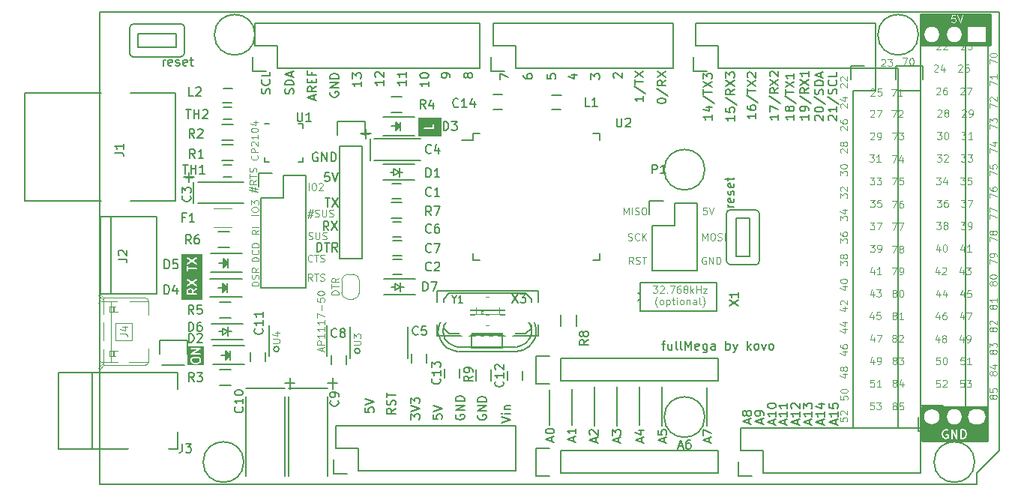
<source format=gto>
G04 #@! TF.GenerationSoftware,KiCad,Pcbnew,5.1.0-rc1-unknown-6bb8fde~66~ubuntu16.04.1*
G04 #@! TF.CreationDate,2019-02-10T19:38:57+01:00
G04 #@! TF.ProjectId,arduino_mega_all_pins,61726475-696e-46f5-9f6d-6567615f616c,rev?*
G04 #@! TF.SameCoordinates,Original*
G04 #@! TF.FileFunction,Legend,Top*
G04 #@! TF.FilePolarity,Positive*
%FSLAX46Y46*%
G04 Gerber Fmt 4.6, Leading zero omitted, Abs format (unit mm)*
G04 Created by KiCad (PCBNEW 5.1.0-rc1-unknown-6bb8fde~66~ubuntu16.04.1) date 2019-02-10 19:38:57*
%MOMM*%
%LPD*%
G04 APERTURE LIST*
%ADD10C,0.100000*%
%ADD11C,0.150000*%
%ADD12C,0.120000*%
%ADD13C,0.127000*%
%ADD14C,0.050800*%
%ADD15C,0.099060*%
%ADD16C,0.001000*%
%ADD17C,0.076200*%
%ADD18C,0.050000*%
%ADD19C,0.254000*%
%ADD20R,2.032000X1.727200*%
%ADD21O,2.032000X1.727200*%
%ADD22C,1.727200*%
%ADD23O,1.727200X1.727200*%
%ADD24R,0.600000X0.500000*%
%ADD25C,1.000000*%
%ADD26R,1.500000X0.500000*%
%ADD27R,1.500000X1.250000*%
%ADD28R,1.727200X2.032000*%
%ADD29O,1.727200X2.032000*%
%ADD30R,0.300000X1.500000*%
%ADD31R,1.500000X0.300000*%
%ADD32R,0.950000X2.150000*%
%ADD33R,3.250000X2.150000*%
%ADD34C,4.064000*%
%ADD35R,1.727200X1.727200*%
%ADD36R,2.700020X2.948940*%
%ADD37R,1.597660X1.800860*%
%ADD38R,0.850000X0.300000*%
%ADD39R,0.300000X0.850000*%
%ADD40R,1.300000X1.300000*%
%ADD41R,2.148840X1.501140*%
%ADD42R,0.910000X1.220000*%
%ADD43C,1.524000*%
%ADD44C,2.700020*%
%ADD45R,1.350000X0.400000*%
%ADD46O,0.950000X1.250000*%
%ADD47O,1.550000X1.000000*%
%ADD48C,1.700000*%
%ADD49C,0.550000*%
%ADD50R,2.235200X2.235200*%
%ADD51R,1.400000X1.500000*%
%ADD52R,1.200000X0.900000*%
%ADD53R,1.600200X1.198880*%
%ADD54R,1.650000X2.030000*%
%ADD55R,1.500000X1.300000*%
%ADD56R,1.250000X1.500000*%
%ADD57C,4.800600*%
%ADD58R,4.800600X4.800600*%
%ADD59R,1.300000X1.500000*%
%ADD60C,1.000760*%
%ADD61C,1.000760*%
%ADD62C,1.501140*%
%ADD63R,5.499100X1.998980*%
%ADD64R,0.600000X1.300000*%
%ADD65R,1.150620X1.399540*%
%ADD66R,1.500000X1.400000*%
G04 APERTURE END LIST*
D10*
G36*
X115087400Y-108102400D02*
G01*
X113309400Y-108102400D01*
X113309400Y-106070400D01*
X115087400Y-106070400D01*
X115087400Y-108102400D01*
G37*
X115087400Y-108102400D02*
X113309400Y-108102400D01*
X113309400Y-106070400D01*
X115087400Y-106070400D01*
X115087400Y-108102400D01*
G36*
X141909800Y-82296000D02*
G01*
X139369800Y-82296000D01*
X139369800Y-80264000D01*
X141909800Y-80264000D01*
X141909800Y-82296000D01*
G37*
X141909800Y-82296000D02*
X139369800Y-82296000D01*
X139369800Y-80264000D01*
X141909800Y-80264000D01*
X141909800Y-82296000D01*
G36*
X114909600Y-100711000D02*
G01*
X112623600Y-100711000D01*
X112623600Y-95631000D01*
X114909600Y-95631000D01*
X114909600Y-100711000D01*
G37*
X114909600Y-100711000D02*
X112623600Y-100711000D01*
X112623600Y-95631000D01*
X114909600Y-95631000D01*
X114909600Y-100711000D01*
D11*
X110534652Y-74366380D02*
X110534652Y-73699714D01*
X110534652Y-73890190D02*
X110582271Y-73794952D01*
X110629890Y-73747333D01*
X110725128Y-73699714D01*
X110820366Y-73699714D01*
X111534652Y-74318761D02*
X111439414Y-74366380D01*
X111248938Y-74366380D01*
X111153700Y-74318761D01*
X111106080Y-74223523D01*
X111106080Y-73842571D01*
X111153700Y-73747333D01*
X111248938Y-73699714D01*
X111439414Y-73699714D01*
X111534652Y-73747333D01*
X111582271Y-73842571D01*
X111582271Y-73937809D01*
X111106080Y-74033047D01*
X111963223Y-74318761D02*
X112058461Y-74366380D01*
X112248938Y-74366380D01*
X112344176Y-74318761D01*
X112391795Y-74223523D01*
X112391795Y-74175904D01*
X112344176Y-74080666D01*
X112248938Y-74033047D01*
X112106080Y-74033047D01*
X112010842Y-73985428D01*
X111963223Y-73890190D01*
X111963223Y-73842571D01*
X112010842Y-73747333D01*
X112106080Y-73699714D01*
X112248938Y-73699714D01*
X112344176Y-73747333D01*
X113201319Y-74318761D02*
X113106080Y-74366380D01*
X112915604Y-74366380D01*
X112820366Y-74318761D01*
X112772747Y-74223523D01*
X112772747Y-73842571D01*
X112820366Y-73747333D01*
X112915604Y-73699714D01*
X113106080Y-73699714D01*
X113201319Y-73747333D01*
X113248938Y-73842571D01*
X113248938Y-73937809D01*
X112772747Y-74033047D01*
X113534652Y-73699714D02*
X113915604Y-73699714D01*
X113677509Y-73366380D02*
X113677509Y-74223523D01*
X113725128Y-74318761D01*
X113820366Y-74366380D01*
X113915604Y-74366380D01*
D10*
X130359104Y-100202885D02*
X129559104Y-100202885D01*
X129559104Y-100012409D01*
X129597200Y-99898123D01*
X129673390Y-99821933D01*
X129749580Y-99783838D01*
X129901961Y-99745742D01*
X130016247Y-99745742D01*
X130168628Y-99783838D01*
X130244819Y-99821933D01*
X130321009Y-99898123D01*
X130359104Y-100012409D01*
X130359104Y-100202885D01*
X129559104Y-99517171D02*
X129559104Y-99060028D01*
X130359104Y-99288600D02*
X129559104Y-99288600D01*
X130359104Y-98336219D02*
X129978152Y-98602885D01*
X130359104Y-98793361D02*
X129559104Y-98793361D01*
X129559104Y-98488600D01*
X129597200Y-98412409D01*
X129635295Y-98374314D01*
X129711485Y-98336219D01*
X129825771Y-98336219D01*
X129901961Y-98374314D01*
X129940057Y-98412409D01*
X129978152Y-98488600D01*
X129978152Y-98793361D01*
D11*
X171958000Y-110744000D02*
X171958000Y-115062000D01*
X166878000Y-110617000D02*
X166878000Y-115062000D01*
X164338000Y-110617000D02*
X164338000Y-114935000D01*
X161798000Y-115062000D02*
X161798000Y-110617000D01*
X159258000Y-115062000D02*
X159258000Y-110617000D01*
X156718000Y-114935000D02*
X156718000Y-110871000D01*
X154178000Y-114935000D02*
X154178000Y-110998000D01*
D10*
X193078157Y-112756961D02*
X193001966Y-112718866D01*
X192963871Y-112680771D01*
X192925776Y-112604580D01*
X192925776Y-112566485D01*
X192963871Y-112490295D01*
X193001966Y-112452200D01*
X193078157Y-112414104D01*
X193230538Y-112414104D01*
X193306728Y-112452200D01*
X193344823Y-112490295D01*
X193382919Y-112566485D01*
X193382919Y-112604580D01*
X193344823Y-112680771D01*
X193306728Y-112718866D01*
X193230538Y-112756961D01*
X193078157Y-112756961D01*
X193001966Y-112795057D01*
X192963871Y-112833152D01*
X192925776Y-112909342D01*
X192925776Y-113061723D01*
X192963871Y-113137914D01*
X193001966Y-113176009D01*
X193078157Y-113214104D01*
X193230538Y-113214104D01*
X193306728Y-113176009D01*
X193344823Y-113137914D01*
X193382919Y-113061723D01*
X193382919Y-112909342D01*
X193344823Y-112833152D01*
X193306728Y-112795057D01*
X193230538Y-112756961D01*
X194106728Y-112414104D02*
X193725776Y-112414104D01*
X193687680Y-112795057D01*
X193725776Y-112756961D01*
X193801966Y-112718866D01*
X193992442Y-112718866D01*
X194068633Y-112756961D01*
X194106728Y-112795057D01*
X194144823Y-112871247D01*
X194144823Y-113061723D01*
X194106728Y-113137914D01*
X194068633Y-113176009D01*
X193992442Y-113214104D01*
X193801966Y-113214104D01*
X193725776Y-113176009D01*
X193687680Y-113137914D01*
X193078157Y-110178861D02*
X193001966Y-110140766D01*
X192963871Y-110102671D01*
X192925776Y-110026480D01*
X192925776Y-109988385D01*
X192963871Y-109912195D01*
X193001966Y-109874100D01*
X193078157Y-109836004D01*
X193230538Y-109836004D01*
X193306728Y-109874100D01*
X193344823Y-109912195D01*
X193382919Y-109988385D01*
X193382919Y-110026480D01*
X193344823Y-110102671D01*
X193306728Y-110140766D01*
X193230538Y-110178861D01*
X193078157Y-110178861D01*
X193001966Y-110216957D01*
X192963871Y-110255052D01*
X192925776Y-110331242D01*
X192925776Y-110483623D01*
X192963871Y-110559814D01*
X193001966Y-110597909D01*
X193078157Y-110636004D01*
X193230538Y-110636004D01*
X193306728Y-110597909D01*
X193344823Y-110559814D01*
X193382919Y-110483623D01*
X193382919Y-110331242D01*
X193344823Y-110255052D01*
X193306728Y-110216957D01*
X193230538Y-110178861D01*
X194068633Y-110102671D02*
X194068633Y-110636004D01*
X193878157Y-109797909D02*
X193687680Y-110369338D01*
X194182919Y-110369338D01*
X193078157Y-107638861D02*
X193001966Y-107600766D01*
X192963871Y-107562671D01*
X192925776Y-107486480D01*
X192925776Y-107448385D01*
X192963871Y-107372195D01*
X193001966Y-107334100D01*
X193078157Y-107296004D01*
X193230538Y-107296004D01*
X193306728Y-107334100D01*
X193344823Y-107372195D01*
X193382919Y-107448385D01*
X193382919Y-107486480D01*
X193344823Y-107562671D01*
X193306728Y-107600766D01*
X193230538Y-107638861D01*
X193078157Y-107638861D01*
X193001966Y-107676957D01*
X192963871Y-107715052D01*
X192925776Y-107791242D01*
X192925776Y-107943623D01*
X192963871Y-108019814D01*
X193001966Y-108057909D01*
X193078157Y-108096004D01*
X193230538Y-108096004D01*
X193306728Y-108057909D01*
X193344823Y-108019814D01*
X193382919Y-107943623D01*
X193382919Y-107791242D01*
X193344823Y-107715052D01*
X193306728Y-107676957D01*
X193230538Y-107638861D01*
X193649585Y-107296004D02*
X194144823Y-107296004D01*
X193878157Y-107600766D01*
X193992442Y-107600766D01*
X194068633Y-107638861D01*
X194106728Y-107676957D01*
X194144823Y-107753147D01*
X194144823Y-107943623D01*
X194106728Y-108019814D01*
X194068633Y-108057909D01*
X193992442Y-108096004D01*
X193763871Y-108096004D01*
X193687680Y-108057909D01*
X193649585Y-108019814D01*
X193052757Y-105111561D02*
X192976566Y-105073466D01*
X192938471Y-105035371D01*
X192900376Y-104959180D01*
X192900376Y-104921085D01*
X192938471Y-104844895D01*
X192976566Y-104806800D01*
X193052757Y-104768704D01*
X193205138Y-104768704D01*
X193281328Y-104806800D01*
X193319423Y-104844895D01*
X193357519Y-104921085D01*
X193357519Y-104959180D01*
X193319423Y-105035371D01*
X193281328Y-105073466D01*
X193205138Y-105111561D01*
X193052757Y-105111561D01*
X192976566Y-105149657D01*
X192938471Y-105187752D01*
X192900376Y-105263942D01*
X192900376Y-105416323D01*
X192938471Y-105492514D01*
X192976566Y-105530609D01*
X193052757Y-105568704D01*
X193205138Y-105568704D01*
X193281328Y-105530609D01*
X193319423Y-105492514D01*
X193357519Y-105416323D01*
X193357519Y-105263942D01*
X193319423Y-105187752D01*
X193281328Y-105149657D01*
X193205138Y-105111561D01*
X193662280Y-104844895D02*
X193700376Y-104806800D01*
X193776566Y-104768704D01*
X193967042Y-104768704D01*
X194043233Y-104806800D01*
X194081328Y-104844895D01*
X194119423Y-104921085D01*
X194119423Y-104997276D01*
X194081328Y-105111561D01*
X193624185Y-105568704D01*
X194119423Y-105568704D01*
X193065457Y-102558861D02*
X192989266Y-102520766D01*
X192951171Y-102482671D01*
X192913076Y-102406480D01*
X192913076Y-102368385D01*
X192951171Y-102292195D01*
X192989266Y-102254100D01*
X193065457Y-102216004D01*
X193217838Y-102216004D01*
X193294028Y-102254100D01*
X193332123Y-102292195D01*
X193370219Y-102368385D01*
X193370219Y-102406480D01*
X193332123Y-102482671D01*
X193294028Y-102520766D01*
X193217838Y-102558861D01*
X193065457Y-102558861D01*
X192989266Y-102596957D01*
X192951171Y-102635052D01*
X192913076Y-102711242D01*
X192913076Y-102863623D01*
X192951171Y-102939814D01*
X192989266Y-102977909D01*
X193065457Y-103016004D01*
X193217838Y-103016004D01*
X193294028Y-102977909D01*
X193332123Y-102939814D01*
X193370219Y-102863623D01*
X193370219Y-102711242D01*
X193332123Y-102635052D01*
X193294028Y-102596957D01*
X193217838Y-102558861D01*
X194132123Y-103016004D02*
X193674980Y-103016004D01*
X193903552Y-103016004D02*
X193903552Y-102216004D01*
X193827361Y-102330290D01*
X193751171Y-102406480D01*
X193674980Y-102444576D01*
X193065457Y-100031561D02*
X192989266Y-99993466D01*
X192951171Y-99955371D01*
X192913076Y-99879180D01*
X192913076Y-99841085D01*
X192951171Y-99764895D01*
X192989266Y-99726800D01*
X193065457Y-99688704D01*
X193217838Y-99688704D01*
X193294028Y-99726800D01*
X193332123Y-99764895D01*
X193370219Y-99841085D01*
X193370219Y-99879180D01*
X193332123Y-99955371D01*
X193294028Y-99993466D01*
X193217838Y-100031561D01*
X193065457Y-100031561D01*
X192989266Y-100069657D01*
X192951171Y-100107752D01*
X192913076Y-100183942D01*
X192913076Y-100336323D01*
X192951171Y-100412514D01*
X192989266Y-100450609D01*
X193065457Y-100488704D01*
X193217838Y-100488704D01*
X193294028Y-100450609D01*
X193332123Y-100412514D01*
X193370219Y-100336323D01*
X193370219Y-100183942D01*
X193332123Y-100107752D01*
X193294028Y-100069657D01*
X193217838Y-100031561D01*
X193865457Y-99688704D02*
X193941647Y-99688704D01*
X194017838Y-99726800D01*
X194055933Y-99764895D01*
X194094028Y-99841085D01*
X194132123Y-99993466D01*
X194132123Y-100183942D01*
X194094028Y-100336323D01*
X194055933Y-100412514D01*
X194017838Y-100450609D01*
X193941647Y-100488704D01*
X193865457Y-100488704D01*
X193789266Y-100450609D01*
X193751171Y-100412514D01*
X193713076Y-100336323D01*
X193674980Y-100183942D01*
X193674980Y-99993466D01*
X193713076Y-99841085D01*
X193751171Y-99764895D01*
X193789266Y-99726800D01*
X193865457Y-99688704D01*
X192874980Y-97161404D02*
X193408314Y-97161404D01*
X193065457Y-97961404D01*
X193751171Y-97961404D02*
X193903552Y-97961404D01*
X193979742Y-97923309D01*
X194017838Y-97885214D01*
X194094028Y-97770928D01*
X194132123Y-97618547D01*
X194132123Y-97313785D01*
X194094028Y-97237595D01*
X194055933Y-97199500D01*
X193979742Y-97161404D01*
X193827361Y-97161404D01*
X193751171Y-97199500D01*
X193713076Y-97237595D01*
X193674980Y-97313785D01*
X193674980Y-97504261D01*
X193713076Y-97580452D01*
X193751171Y-97618547D01*
X193827361Y-97656642D01*
X193979742Y-97656642D01*
X194055933Y-97618547D01*
X194094028Y-97580452D01*
X194132123Y-97504261D01*
X192874980Y-94697604D02*
X193408314Y-94697604D01*
X193065457Y-95497604D01*
X193827361Y-95040461D02*
X193751171Y-95002366D01*
X193713076Y-94964271D01*
X193674980Y-94888080D01*
X193674980Y-94849985D01*
X193713076Y-94773795D01*
X193751171Y-94735700D01*
X193827361Y-94697604D01*
X193979742Y-94697604D01*
X194055933Y-94735700D01*
X194094028Y-94773795D01*
X194132123Y-94849985D01*
X194132123Y-94888080D01*
X194094028Y-94964271D01*
X194055933Y-95002366D01*
X193979742Y-95040461D01*
X193827361Y-95040461D01*
X193751171Y-95078557D01*
X193713076Y-95116652D01*
X193674980Y-95192842D01*
X193674980Y-95345223D01*
X193713076Y-95421414D01*
X193751171Y-95459509D01*
X193827361Y-95497604D01*
X193979742Y-95497604D01*
X194055933Y-95459509D01*
X194094028Y-95421414D01*
X194132123Y-95345223D01*
X194132123Y-95192842D01*
X194094028Y-95116652D01*
X194055933Y-95078557D01*
X193979742Y-95040461D01*
X192862280Y-92132204D02*
X193395614Y-92132204D01*
X193052757Y-92932204D01*
X193624185Y-92132204D02*
X194157519Y-92132204D01*
X193814661Y-92932204D01*
X192874980Y-89604904D02*
X193408314Y-89604904D01*
X193065457Y-90404904D01*
X194055933Y-89604904D02*
X193903552Y-89604904D01*
X193827361Y-89643000D01*
X193789266Y-89681095D01*
X193713076Y-89795380D01*
X193674980Y-89947761D01*
X193674980Y-90252523D01*
X193713076Y-90328714D01*
X193751171Y-90366809D01*
X193827361Y-90404904D01*
X193979742Y-90404904D01*
X194055933Y-90366809D01*
X194094028Y-90328714D01*
X194132123Y-90252523D01*
X194132123Y-90062047D01*
X194094028Y-89985857D01*
X194055933Y-89947761D01*
X193979742Y-89909666D01*
X193827361Y-89909666D01*
X193751171Y-89947761D01*
X193713076Y-89985857D01*
X193674980Y-90062047D01*
X192874980Y-87001404D02*
X193408314Y-87001404D01*
X193065457Y-87801404D01*
X194094028Y-87001404D02*
X193713076Y-87001404D01*
X193674980Y-87382357D01*
X193713076Y-87344261D01*
X193789266Y-87306166D01*
X193979742Y-87306166D01*
X194055933Y-87344261D01*
X194094028Y-87382357D01*
X194132123Y-87458547D01*
X194132123Y-87649023D01*
X194094028Y-87725214D01*
X194055933Y-87763309D01*
X193979742Y-87801404D01*
X193789266Y-87801404D01*
X193713076Y-87763309D01*
X193674980Y-87725214D01*
X192862280Y-84499504D02*
X193395614Y-84499504D01*
X193052757Y-85299504D01*
X194043233Y-84766171D02*
X194043233Y-85299504D01*
X193852757Y-84461409D02*
X193662280Y-85032838D01*
X194157519Y-85032838D01*
X192900380Y-81921404D02*
X193433714Y-81921404D01*
X193090857Y-82721404D01*
X193662285Y-81921404D02*
X194157523Y-81921404D01*
X193890857Y-82226166D01*
X194005142Y-82226166D01*
X194081333Y-82264261D01*
X194119428Y-82302357D01*
X194157523Y-82378547D01*
X194157523Y-82569023D01*
X194119428Y-82645214D01*
X194081333Y-82683309D01*
X194005142Y-82721404D01*
X193776571Y-82721404D01*
X193700380Y-82683309D01*
X193662285Y-82645214D01*
X192811480Y-79394104D02*
X193344814Y-79394104D01*
X193001957Y-80194104D01*
X193611480Y-79470295D02*
X193649576Y-79432200D01*
X193725766Y-79394104D01*
X193916242Y-79394104D01*
X193992433Y-79432200D01*
X194030528Y-79470295D01*
X194068623Y-79546485D01*
X194068623Y-79622676D01*
X194030528Y-79736961D01*
X193573385Y-80194104D01*
X194068623Y-80194104D01*
X192798780Y-76981104D02*
X193332114Y-76981104D01*
X192989257Y-77781104D01*
X194055923Y-77781104D02*
X193598780Y-77781104D01*
X193827352Y-77781104D02*
X193827352Y-76981104D01*
X193751161Y-77095390D01*
X193674971Y-77171580D01*
X193598780Y-77209676D01*
X190817523Y-112376004D02*
X190436571Y-112376004D01*
X190398476Y-112756957D01*
X190436571Y-112718861D01*
X190512761Y-112680766D01*
X190703238Y-112680766D01*
X190779428Y-112718861D01*
X190817523Y-112756957D01*
X190855619Y-112833147D01*
X190855619Y-113023623D01*
X190817523Y-113099814D01*
X190779428Y-113137909D01*
X190703238Y-113176004D01*
X190512761Y-113176004D01*
X190436571Y-113137909D01*
X190398476Y-113099814D01*
X191122285Y-112376004D02*
X191617523Y-112376004D01*
X191350857Y-112680766D01*
X191465142Y-112680766D01*
X191541333Y-112718861D01*
X191579428Y-112756957D01*
X191617523Y-112833147D01*
X191617523Y-113023623D01*
X191579428Y-113099814D01*
X191541333Y-113137909D01*
X191465142Y-113176004D01*
X191236571Y-113176004D01*
X191160380Y-113137909D01*
X191122285Y-113099814D01*
X190830223Y-109861404D02*
X190449271Y-109861404D01*
X190411176Y-110242357D01*
X190449271Y-110204261D01*
X190525461Y-110166166D01*
X190715938Y-110166166D01*
X190792128Y-110204261D01*
X190830223Y-110242357D01*
X190868319Y-110318547D01*
X190868319Y-110509023D01*
X190830223Y-110585214D01*
X190792128Y-110623309D01*
X190715938Y-110661404D01*
X190525461Y-110661404D01*
X190449271Y-110623309D01*
X190411176Y-110585214D01*
X191630223Y-110661404D02*
X191173080Y-110661404D01*
X191401652Y-110661404D02*
X191401652Y-109861404D01*
X191325461Y-109975690D01*
X191249271Y-110051880D01*
X191173080Y-110089976D01*
X190779428Y-107562671D02*
X190779428Y-108096004D01*
X190588952Y-107257909D02*
X190398476Y-107829338D01*
X190893714Y-107829338D01*
X191236571Y-108096004D02*
X191388952Y-108096004D01*
X191465142Y-108057909D01*
X191503238Y-108019814D01*
X191579428Y-107905528D01*
X191617523Y-107753147D01*
X191617523Y-107448385D01*
X191579428Y-107372195D01*
X191541333Y-107334100D01*
X191465142Y-107296004D01*
X191312761Y-107296004D01*
X191236571Y-107334100D01*
X191198476Y-107372195D01*
X191160380Y-107448385D01*
X191160380Y-107638861D01*
X191198476Y-107715052D01*
X191236571Y-107753147D01*
X191312761Y-107791242D01*
X191465142Y-107791242D01*
X191541333Y-107753147D01*
X191579428Y-107715052D01*
X191617523Y-107638861D01*
X190792128Y-105035371D02*
X190792128Y-105568704D01*
X190601652Y-104730609D02*
X190411176Y-105302038D01*
X190906414Y-105302038D01*
X191134985Y-104768704D02*
X191668319Y-104768704D01*
X191325461Y-105568704D01*
X190741328Y-102469971D02*
X190741328Y-103003304D01*
X190550852Y-102165209D02*
X190360376Y-102736638D01*
X190855614Y-102736638D01*
X191541328Y-102203304D02*
X191160376Y-102203304D01*
X191122280Y-102584257D01*
X191160376Y-102546161D01*
X191236566Y-102508066D01*
X191427042Y-102508066D01*
X191503233Y-102546161D01*
X191541328Y-102584257D01*
X191579423Y-102660447D01*
X191579423Y-102850923D01*
X191541328Y-102927114D01*
X191503233Y-102965209D01*
X191427042Y-103003304D01*
X191236566Y-103003304D01*
X191160376Y-102965209D01*
X191122280Y-102927114D01*
X190766728Y-99917271D02*
X190766728Y-100450604D01*
X190576252Y-99612509D02*
X190385776Y-100183938D01*
X190881014Y-100183938D01*
X191109585Y-99650604D02*
X191604823Y-99650604D01*
X191338157Y-99955366D01*
X191452442Y-99955366D01*
X191528633Y-99993461D01*
X191566728Y-100031557D01*
X191604823Y-100107747D01*
X191604823Y-100298223D01*
X191566728Y-100374414D01*
X191528633Y-100412509D01*
X191452442Y-100450604D01*
X191223871Y-100450604D01*
X191147680Y-100412509D01*
X191109585Y-100374414D01*
X190792128Y-97389971D02*
X190792128Y-97923304D01*
X190601652Y-97085209D02*
X190411176Y-97656638D01*
X190906414Y-97656638D01*
X191630223Y-97923304D02*
X191173080Y-97923304D01*
X191401652Y-97923304D02*
X191401652Y-97123304D01*
X191325461Y-97237590D01*
X191249271Y-97313780D01*
X191173080Y-97351876D01*
X190385780Y-94596004D02*
X190881019Y-94596004D01*
X190614352Y-94900766D01*
X190728638Y-94900766D01*
X190804828Y-94938861D01*
X190842923Y-94976957D01*
X190881019Y-95053147D01*
X190881019Y-95243623D01*
X190842923Y-95319814D01*
X190804828Y-95357909D01*
X190728638Y-95396004D01*
X190500066Y-95396004D01*
X190423876Y-95357909D01*
X190385780Y-95319814D01*
X191261971Y-95396004D02*
X191414352Y-95396004D01*
X191490542Y-95357909D01*
X191528638Y-95319814D01*
X191604828Y-95205528D01*
X191642923Y-95053147D01*
X191642923Y-94748385D01*
X191604828Y-94672195D01*
X191566733Y-94634100D01*
X191490542Y-94596004D01*
X191338161Y-94596004D01*
X191261971Y-94634100D01*
X191223876Y-94672195D01*
X191185780Y-94748385D01*
X191185780Y-94938861D01*
X191223876Y-95015052D01*
X191261971Y-95053147D01*
X191338161Y-95091242D01*
X191490542Y-95091242D01*
X191566733Y-95053147D01*
X191604828Y-95015052D01*
X191642923Y-94938861D01*
X190373080Y-92068704D02*
X190868319Y-92068704D01*
X190601652Y-92373466D01*
X190715938Y-92373466D01*
X190792128Y-92411561D01*
X190830223Y-92449657D01*
X190868319Y-92525847D01*
X190868319Y-92716323D01*
X190830223Y-92792514D01*
X190792128Y-92830609D01*
X190715938Y-92868704D01*
X190487366Y-92868704D01*
X190411176Y-92830609D01*
X190373080Y-92792514D01*
X191134985Y-92068704D02*
X191668319Y-92068704D01*
X191325461Y-92868704D01*
X190385780Y-89541404D02*
X190881019Y-89541404D01*
X190614352Y-89846166D01*
X190728638Y-89846166D01*
X190804828Y-89884261D01*
X190842923Y-89922357D01*
X190881019Y-89998547D01*
X190881019Y-90189023D01*
X190842923Y-90265214D01*
X190804828Y-90303309D01*
X190728638Y-90341404D01*
X190500066Y-90341404D01*
X190423876Y-90303309D01*
X190385780Y-90265214D01*
X191604828Y-89541404D02*
X191223876Y-89541404D01*
X191185780Y-89922357D01*
X191223876Y-89884261D01*
X191300066Y-89846166D01*
X191490542Y-89846166D01*
X191566733Y-89884261D01*
X191604828Y-89922357D01*
X191642923Y-89998547D01*
X191642923Y-90189023D01*
X191604828Y-90265214D01*
X191566733Y-90303309D01*
X191490542Y-90341404D01*
X191300066Y-90341404D01*
X191223876Y-90303309D01*
X191185780Y-90265214D01*
X190373080Y-86976004D02*
X190868319Y-86976004D01*
X190601652Y-87280766D01*
X190715938Y-87280766D01*
X190792128Y-87318861D01*
X190830223Y-87356957D01*
X190868319Y-87433147D01*
X190868319Y-87623623D01*
X190830223Y-87699814D01*
X190792128Y-87737909D01*
X190715938Y-87776004D01*
X190487366Y-87776004D01*
X190411176Y-87737909D01*
X190373080Y-87699814D01*
X191134985Y-86976004D02*
X191630223Y-86976004D01*
X191363557Y-87280766D01*
X191477842Y-87280766D01*
X191554033Y-87318861D01*
X191592128Y-87356957D01*
X191630223Y-87433147D01*
X191630223Y-87623623D01*
X191592128Y-87699814D01*
X191554033Y-87737909D01*
X191477842Y-87776004D01*
X191249271Y-87776004D01*
X191173080Y-87737909D01*
X191134985Y-87699814D01*
X190322280Y-84423304D02*
X190817519Y-84423304D01*
X190550852Y-84728066D01*
X190665138Y-84728066D01*
X190741328Y-84766161D01*
X190779423Y-84804257D01*
X190817519Y-84880447D01*
X190817519Y-85070923D01*
X190779423Y-85147114D01*
X190741328Y-85185209D01*
X190665138Y-85223304D01*
X190436566Y-85223304D01*
X190360376Y-85185209D01*
X190322280Y-85147114D01*
X191579423Y-85223304D02*
X191122280Y-85223304D01*
X191350852Y-85223304D02*
X191350852Y-84423304D01*
X191274661Y-84537590D01*
X191198471Y-84613780D01*
X191122280Y-84651876D01*
X190411176Y-81984895D02*
X190449271Y-81946800D01*
X190525461Y-81908704D01*
X190715938Y-81908704D01*
X190792128Y-81946800D01*
X190830223Y-81984895D01*
X190868319Y-82061085D01*
X190868319Y-82137276D01*
X190830223Y-82251561D01*
X190373080Y-82708704D01*
X190868319Y-82708704D01*
X191249271Y-82708704D02*
X191401652Y-82708704D01*
X191477842Y-82670609D01*
X191515938Y-82632514D01*
X191592128Y-82518228D01*
X191630223Y-82365847D01*
X191630223Y-82061085D01*
X191592128Y-81984895D01*
X191554033Y-81946800D01*
X191477842Y-81908704D01*
X191325461Y-81908704D01*
X191249271Y-81946800D01*
X191211176Y-81984895D01*
X191173080Y-82061085D01*
X191173080Y-82251561D01*
X191211176Y-82327752D01*
X191249271Y-82365847D01*
X191325461Y-82403942D01*
X191477842Y-82403942D01*
X191554033Y-82365847D01*
X191592128Y-82327752D01*
X191630223Y-82251561D01*
X190411176Y-79457595D02*
X190449271Y-79419500D01*
X190525461Y-79381404D01*
X190715938Y-79381404D01*
X190792128Y-79419500D01*
X190830223Y-79457595D01*
X190868319Y-79533785D01*
X190868319Y-79609976D01*
X190830223Y-79724261D01*
X190373080Y-80181404D01*
X190868319Y-80181404D01*
X191134985Y-79381404D02*
X191668319Y-79381404D01*
X191325461Y-80181404D01*
X190461976Y-77031895D02*
X190500071Y-76993800D01*
X190576261Y-76955704D01*
X190766738Y-76955704D01*
X190842928Y-76993800D01*
X190881023Y-77031895D01*
X190919119Y-77108085D01*
X190919119Y-77184276D01*
X190881023Y-77298561D01*
X190423880Y-77755704D01*
X190919119Y-77755704D01*
X191642928Y-76955704D02*
X191261976Y-76955704D01*
X191223880Y-77336657D01*
X191261976Y-77298561D01*
X191338166Y-77260466D01*
X191528642Y-77260466D01*
X191604833Y-77298561D01*
X191642928Y-77336657D01*
X191681023Y-77412847D01*
X191681023Y-77603323D01*
X191642928Y-77679514D01*
X191604833Y-77717609D01*
X191528642Y-77755704D01*
X191338166Y-77755704D01*
X191261976Y-77717609D01*
X191223880Y-77679514D01*
X187013904Y-114109476D02*
X187013904Y-114490428D01*
X187394857Y-114528523D01*
X187356761Y-114490428D01*
X187318666Y-114414238D01*
X187318666Y-114223761D01*
X187356761Y-114147571D01*
X187394857Y-114109476D01*
X187471047Y-114071380D01*
X187661523Y-114071380D01*
X187737714Y-114109476D01*
X187775809Y-114147571D01*
X187813904Y-114223761D01*
X187813904Y-114414238D01*
X187775809Y-114490428D01*
X187737714Y-114528523D01*
X187090095Y-113766619D02*
X187052000Y-113728523D01*
X187013904Y-113652333D01*
X187013904Y-113461857D01*
X187052000Y-113385666D01*
X187090095Y-113347571D01*
X187166285Y-113309476D01*
X187242476Y-113309476D01*
X187356761Y-113347571D01*
X187813904Y-113804714D01*
X187813904Y-113309476D01*
X187039304Y-111683776D02*
X187039304Y-112064728D01*
X187420257Y-112102823D01*
X187382161Y-112064728D01*
X187344066Y-111988538D01*
X187344066Y-111798061D01*
X187382161Y-111721871D01*
X187420257Y-111683776D01*
X187496447Y-111645680D01*
X187686923Y-111645680D01*
X187763114Y-111683776D01*
X187801209Y-111721871D01*
X187839304Y-111798061D01*
X187839304Y-111988538D01*
X187801209Y-112064728D01*
X187763114Y-112102823D01*
X187039304Y-111150442D02*
X187039304Y-111074252D01*
X187077400Y-110998061D01*
X187115495Y-110959966D01*
X187191685Y-110921871D01*
X187344066Y-110883776D01*
X187534542Y-110883776D01*
X187686923Y-110921871D01*
X187763114Y-110959966D01*
X187801209Y-110998061D01*
X187839304Y-111074252D01*
X187839304Y-111150442D01*
X187801209Y-111226633D01*
X187763114Y-111264728D01*
X187686923Y-111302823D01*
X187534542Y-111340919D01*
X187344066Y-111340919D01*
X187191685Y-111302823D01*
X187115495Y-111264728D01*
X187077400Y-111226633D01*
X187039304Y-111150442D01*
X187280571Y-109194571D02*
X187813904Y-109194571D01*
X186975809Y-109385047D02*
X187547238Y-109575523D01*
X187547238Y-109080285D01*
X187356761Y-108661238D02*
X187318666Y-108737428D01*
X187280571Y-108775523D01*
X187204380Y-108813619D01*
X187166285Y-108813619D01*
X187090095Y-108775523D01*
X187052000Y-108737428D01*
X187013904Y-108661238D01*
X187013904Y-108508857D01*
X187052000Y-108432666D01*
X187090095Y-108394571D01*
X187166285Y-108356476D01*
X187204380Y-108356476D01*
X187280571Y-108394571D01*
X187318666Y-108432666D01*
X187356761Y-108508857D01*
X187356761Y-108661238D01*
X187394857Y-108737428D01*
X187432952Y-108775523D01*
X187509142Y-108813619D01*
X187661523Y-108813619D01*
X187737714Y-108775523D01*
X187775809Y-108737428D01*
X187813904Y-108661238D01*
X187813904Y-108508857D01*
X187775809Y-108432666D01*
X187737714Y-108394571D01*
X187661523Y-108356476D01*
X187509142Y-108356476D01*
X187432952Y-108394571D01*
X187394857Y-108432666D01*
X187356761Y-108508857D01*
X187280571Y-106654571D02*
X187813904Y-106654571D01*
X186975809Y-106845047D02*
X187547238Y-107035523D01*
X187547238Y-106540285D01*
X187013904Y-105892666D02*
X187013904Y-106045047D01*
X187052000Y-106121238D01*
X187090095Y-106159333D01*
X187204380Y-106235523D01*
X187356761Y-106273619D01*
X187661523Y-106273619D01*
X187737714Y-106235523D01*
X187775809Y-106197428D01*
X187813904Y-106121238D01*
X187813904Y-105968857D01*
X187775809Y-105892666D01*
X187737714Y-105854571D01*
X187661523Y-105816476D01*
X187471047Y-105816476D01*
X187394857Y-105854571D01*
X187356761Y-105892666D01*
X187318666Y-105968857D01*
X187318666Y-106121238D01*
X187356761Y-106197428D01*
X187394857Y-106235523D01*
X187471047Y-106273619D01*
X187280571Y-104114571D02*
X187813904Y-104114571D01*
X186975809Y-104305047D02*
X187547238Y-104495523D01*
X187547238Y-104000285D01*
X187280571Y-103352666D02*
X187813904Y-103352666D01*
X186975809Y-103543142D02*
X187547238Y-103733619D01*
X187547238Y-103238380D01*
X187280571Y-101701571D02*
X187813904Y-101701571D01*
X186975809Y-101892047D02*
X187547238Y-102082523D01*
X187547238Y-101587285D01*
X187090095Y-101320619D02*
X187052000Y-101282523D01*
X187013904Y-101206333D01*
X187013904Y-101015857D01*
X187052000Y-100939666D01*
X187090095Y-100901571D01*
X187166285Y-100863476D01*
X187242476Y-100863476D01*
X187356761Y-100901571D01*
X187813904Y-101358714D01*
X187813904Y-100863476D01*
X187280571Y-99288571D02*
X187813904Y-99288571D01*
X186975809Y-99479047D02*
X187547238Y-99669523D01*
X187547238Y-99174285D01*
X187013904Y-98717142D02*
X187013904Y-98640952D01*
X187052000Y-98564761D01*
X187090095Y-98526666D01*
X187166285Y-98488571D01*
X187318666Y-98450476D01*
X187509142Y-98450476D01*
X187661523Y-98488571D01*
X187737714Y-98526666D01*
X187775809Y-98564761D01*
X187813904Y-98640952D01*
X187813904Y-98717142D01*
X187775809Y-98793333D01*
X187737714Y-98831428D01*
X187661523Y-98869523D01*
X187509142Y-98907619D01*
X187318666Y-98907619D01*
X187166285Y-98869523D01*
X187090095Y-98831428D01*
X187052000Y-98793333D01*
X187013904Y-98717142D01*
X187013904Y-96913619D02*
X187013904Y-96418380D01*
X187318666Y-96685047D01*
X187318666Y-96570761D01*
X187356761Y-96494571D01*
X187394857Y-96456476D01*
X187471047Y-96418380D01*
X187661523Y-96418380D01*
X187737714Y-96456476D01*
X187775809Y-96494571D01*
X187813904Y-96570761D01*
X187813904Y-96799333D01*
X187775809Y-96875523D01*
X187737714Y-96913619D01*
X187356761Y-95961238D02*
X187318666Y-96037428D01*
X187280571Y-96075523D01*
X187204380Y-96113619D01*
X187166285Y-96113619D01*
X187090095Y-96075523D01*
X187052000Y-96037428D01*
X187013904Y-95961238D01*
X187013904Y-95808857D01*
X187052000Y-95732666D01*
X187090095Y-95694571D01*
X187166285Y-95656476D01*
X187204380Y-95656476D01*
X187280571Y-95694571D01*
X187318666Y-95732666D01*
X187356761Y-95808857D01*
X187356761Y-95961238D01*
X187394857Y-96037428D01*
X187432952Y-96075523D01*
X187509142Y-96113619D01*
X187661523Y-96113619D01*
X187737714Y-96075523D01*
X187775809Y-96037428D01*
X187813904Y-95961238D01*
X187813904Y-95808857D01*
X187775809Y-95732666D01*
X187737714Y-95694571D01*
X187661523Y-95656476D01*
X187509142Y-95656476D01*
X187432952Y-95694571D01*
X187394857Y-95732666D01*
X187356761Y-95808857D01*
X187013904Y-94373619D02*
X187013904Y-93878380D01*
X187318666Y-94145047D01*
X187318666Y-94030761D01*
X187356761Y-93954571D01*
X187394857Y-93916476D01*
X187471047Y-93878380D01*
X187661523Y-93878380D01*
X187737714Y-93916476D01*
X187775809Y-93954571D01*
X187813904Y-94030761D01*
X187813904Y-94259333D01*
X187775809Y-94335523D01*
X187737714Y-94373619D01*
X187013904Y-93192666D02*
X187013904Y-93345047D01*
X187052000Y-93421238D01*
X187090095Y-93459333D01*
X187204380Y-93535523D01*
X187356761Y-93573619D01*
X187661523Y-93573619D01*
X187737714Y-93535523D01*
X187775809Y-93497428D01*
X187813904Y-93421238D01*
X187813904Y-93268857D01*
X187775809Y-93192666D01*
X187737714Y-93154571D01*
X187661523Y-93116476D01*
X187471047Y-93116476D01*
X187394857Y-93154571D01*
X187356761Y-93192666D01*
X187318666Y-93268857D01*
X187318666Y-93421238D01*
X187356761Y-93497428D01*
X187394857Y-93535523D01*
X187471047Y-93573619D01*
X187013904Y-91833619D02*
X187013904Y-91338380D01*
X187318666Y-91605047D01*
X187318666Y-91490761D01*
X187356761Y-91414571D01*
X187394857Y-91376476D01*
X187471047Y-91338380D01*
X187661523Y-91338380D01*
X187737714Y-91376476D01*
X187775809Y-91414571D01*
X187813904Y-91490761D01*
X187813904Y-91719333D01*
X187775809Y-91795523D01*
X187737714Y-91833619D01*
X187280571Y-90652666D02*
X187813904Y-90652666D01*
X186975809Y-90843142D02*
X187547238Y-91033619D01*
X187547238Y-90538380D01*
X187013904Y-89293619D02*
X187013904Y-88798380D01*
X187318666Y-89065047D01*
X187318666Y-88950761D01*
X187356761Y-88874571D01*
X187394857Y-88836476D01*
X187471047Y-88798380D01*
X187661523Y-88798380D01*
X187737714Y-88836476D01*
X187775809Y-88874571D01*
X187813904Y-88950761D01*
X187813904Y-89179333D01*
X187775809Y-89255523D01*
X187737714Y-89293619D01*
X187090095Y-88493619D02*
X187052000Y-88455523D01*
X187013904Y-88379333D01*
X187013904Y-88188857D01*
X187052000Y-88112666D01*
X187090095Y-88074571D01*
X187166285Y-88036476D01*
X187242476Y-88036476D01*
X187356761Y-88074571D01*
X187813904Y-88531714D01*
X187813904Y-88036476D01*
X187013904Y-86753619D02*
X187013904Y-86258380D01*
X187318666Y-86525047D01*
X187318666Y-86410761D01*
X187356761Y-86334571D01*
X187394857Y-86296476D01*
X187471047Y-86258380D01*
X187661523Y-86258380D01*
X187737714Y-86296476D01*
X187775809Y-86334571D01*
X187813904Y-86410761D01*
X187813904Y-86639333D01*
X187775809Y-86715523D01*
X187737714Y-86753619D01*
X187013904Y-85763142D02*
X187013904Y-85686952D01*
X187052000Y-85610761D01*
X187090095Y-85572666D01*
X187166285Y-85534571D01*
X187318666Y-85496476D01*
X187509142Y-85496476D01*
X187661523Y-85534571D01*
X187737714Y-85572666D01*
X187775809Y-85610761D01*
X187813904Y-85686952D01*
X187813904Y-85763142D01*
X187775809Y-85839333D01*
X187737714Y-85877428D01*
X187661523Y-85915523D01*
X187509142Y-85953619D01*
X187318666Y-85953619D01*
X187166285Y-85915523D01*
X187090095Y-85877428D01*
X187052000Y-85839333D01*
X187013904Y-85763142D01*
X187090095Y-84175523D02*
X187052000Y-84137428D01*
X187013904Y-84061238D01*
X187013904Y-83870761D01*
X187052000Y-83794571D01*
X187090095Y-83756476D01*
X187166285Y-83718380D01*
X187242476Y-83718380D01*
X187356761Y-83756476D01*
X187813904Y-84213619D01*
X187813904Y-83718380D01*
X187356761Y-83261238D02*
X187318666Y-83337428D01*
X187280571Y-83375523D01*
X187204380Y-83413619D01*
X187166285Y-83413619D01*
X187090095Y-83375523D01*
X187052000Y-83337428D01*
X187013904Y-83261238D01*
X187013904Y-83108857D01*
X187052000Y-83032666D01*
X187090095Y-82994571D01*
X187166285Y-82956476D01*
X187204380Y-82956476D01*
X187280571Y-82994571D01*
X187318666Y-83032666D01*
X187356761Y-83108857D01*
X187356761Y-83261238D01*
X187394857Y-83337428D01*
X187432952Y-83375523D01*
X187509142Y-83413619D01*
X187661523Y-83413619D01*
X187737714Y-83375523D01*
X187775809Y-83337428D01*
X187813904Y-83261238D01*
X187813904Y-83108857D01*
X187775809Y-83032666D01*
X187737714Y-82994571D01*
X187661523Y-82956476D01*
X187509142Y-82956476D01*
X187432952Y-82994571D01*
X187394857Y-83032666D01*
X187356761Y-83108857D01*
X187090095Y-81635523D02*
X187052000Y-81597428D01*
X187013904Y-81521238D01*
X187013904Y-81330761D01*
X187052000Y-81254571D01*
X187090095Y-81216476D01*
X187166285Y-81178380D01*
X187242476Y-81178380D01*
X187356761Y-81216476D01*
X187813904Y-81673619D01*
X187813904Y-81178380D01*
X187013904Y-80492666D02*
X187013904Y-80645047D01*
X187052000Y-80721238D01*
X187090095Y-80759333D01*
X187204380Y-80835523D01*
X187356761Y-80873619D01*
X187661523Y-80873619D01*
X187737714Y-80835523D01*
X187775809Y-80797428D01*
X187813904Y-80721238D01*
X187813904Y-80568857D01*
X187775809Y-80492666D01*
X187737714Y-80454571D01*
X187661523Y-80416476D01*
X187471047Y-80416476D01*
X187394857Y-80454571D01*
X187356761Y-80492666D01*
X187318666Y-80568857D01*
X187318666Y-80721238D01*
X187356761Y-80797428D01*
X187394857Y-80835523D01*
X187471047Y-80873619D01*
X187090095Y-79095523D02*
X187052000Y-79057428D01*
X187013904Y-78981238D01*
X187013904Y-78790761D01*
X187052000Y-78714571D01*
X187090095Y-78676476D01*
X187166285Y-78638380D01*
X187242476Y-78638380D01*
X187356761Y-78676476D01*
X187813904Y-79133619D01*
X187813904Y-78638380D01*
X187280571Y-77952666D02*
X187813904Y-77952666D01*
X186975809Y-78143142D02*
X187547238Y-78333619D01*
X187547238Y-77838380D01*
X194043380Y-73475904D02*
X194576714Y-73475904D01*
X194233857Y-74275904D01*
X195033857Y-73475904D02*
X195110047Y-73475904D01*
X195186238Y-73514000D01*
X195224333Y-73552095D01*
X195262428Y-73628285D01*
X195300523Y-73780666D01*
X195300523Y-73971142D01*
X195262428Y-74123523D01*
X195224333Y-74199714D01*
X195186238Y-74237809D01*
X195110047Y-74275904D01*
X195033857Y-74275904D01*
X194957666Y-74237809D01*
X194919571Y-74199714D01*
X194881476Y-74123523D01*
X194843380Y-73971142D01*
X194843380Y-73780666D01*
X194881476Y-73628285D01*
X194919571Y-73552095D01*
X194957666Y-73514000D01*
X195033857Y-73475904D01*
X191668476Y-73679095D02*
X191706571Y-73641000D01*
X191782761Y-73602904D01*
X191973238Y-73602904D01*
X192049428Y-73641000D01*
X192087523Y-73679095D01*
X192125619Y-73755285D01*
X192125619Y-73831476D01*
X192087523Y-73945761D01*
X191630380Y-74402904D01*
X192125619Y-74402904D01*
X192392285Y-73602904D02*
X192887523Y-73602904D01*
X192620857Y-73907666D01*
X192735142Y-73907666D01*
X192811333Y-73945761D01*
X192849428Y-73983857D01*
X192887523Y-74060047D01*
X192887523Y-74250523D01*
X192849428Y-74326714D01*
X192811333Y-74364809D01*
X192735142Y-74402904D01*
X192506571Y-74402904D01*
X192430380Y-74364809D01*
X192392285Y-74326714D01*
X187090095Y-76809523D02*
X187052000Y-76771428D01*
X187013904Y-76695238D01*
X187013904Y-76504761D01*
X187052000Y-76428571D01*
X187090095Y-76390476D01*
X187166285Y-76352380D01*
X187242476Y-76352380D01*
X187356761Y-76390476D01*
X187813904Y-76847619D01*
X187813904Y-76352380D01*
X187090095Y-76047619D02*
X187052000Y-76009523D01*
X187013904Y-75933333D01*
X187013904Y-75742857D01*
X187052000Y-75666666D01*
X187090095Y-75628571D01*
X187166285Y-75590476D01*
X187242476Y-75590476D01*
X187356761Y-75628571D01*
X187813904Y-76085714D01*
X187813904Y-75590476D01*
X204247761Y-111836142D02*
X204209666Y-111912333D01*
X204171571Y-111950428D01*
X204095380Y-111988523D01*
X204057285Y-111988523D01*
X203981095Y-111950428D01*
X203943000Y-111912333D01*
X203904904Y-111836142D01*
X203904904Y-111683761D01*
X203943000Y-111607571D01*
X203981095Y-111569476D01*
X204057285Y-111531380D01*
X204095380Y-111531380D01*
X204171571Y-111569476D01*
X204209666Y-111607571D01*
X204247761Y-111683761D01*
X204247761Y-111836142D01*
X204285857Y-111912333D01*
X204323952Y-111950428D01*
X204400142Y-111988523D01*
X204552523Y-111988523D01*
X204628714Y-111950428D01*
X204666809Y-111912333D01*
X204704904Y-111836142D01*
X204704904Y-111683761D01*
X204666809Y-111607571D01*
X204628714Y-111569476D01*
X204552523Y-111531380D01*
X204400142Y-111531380D01*
X204323952Y-111569476D01*
X204285857Y-111607571D01*
X204247761Y-111683761D01*
X203904904Y-110807571D02*
X203904904Y-111188523D01*
X204285857Y-111226619D01*
X204247761Y-111188523D01*
X204209666Y-111112333D01*
X204209666Y-110921857D01*
X204247761Y-110845666D01*
X204285857Y-110807571D01*
X204362047Y-110769476D01*
X204552523Y-110769476D01*
X204628714Y-110807571D01*
X204666809Y-110845666D01*
X204704904Y-110921857D01*
X204704904Y-111112333D01*
X204666809Y-111188523D01*
X204628714Y-111226619D01*
X204247761Y-109169142D02*
X204209666Y-109245333D01*
X204171571Y-109283428D01*
X204095380Y-109321523D01*
X204057285Y-109321523D01*
X203981095Y-109283428D01*
X203943000Y-109245333D01*
X203904904Y-109169142D01*
X203904904Y-109016761D01*
X203943000Y-108940571D01*
X203981095Y-108902476D01*
X204057285Y-108864380D01*
X204095380Y-108864380D01*
X204171571Y-108902476D01*
X204209666Y-108940571D01*
X204247761Y-109016761D01*
X204247761Y-109169142D01*
X204285857Y-109245333D01*
X204323952Y-109283428D01*
X204400142Y-109321523D01*
X204552523Y-109321523D01*
X204628714Y-109283428D01*
X204666809Y-109245333D01*
X204704904Y-109169142D01*
X204704904Y-109016761D01*
X204666809Y-108940571D01*
X204628714Y-108902476D01*
X204552523Y-108864380D01*
X204400142Y-108864380D01*
X204323952Y-108902476D01*
X204285857Y-108940571D01*
X204247761Y-109016761D01*
X204171571Y-108178666D02*
X204704904Y-108178666D01*
X203866809Y-108369142D02*
X204438238Y-108559619D01*
X204438238Y-108064380D01*
X204247761Y-106756142D02*
X204209666Y-106832333D01*
X204171571Y-106870428D01*
X204095380Y-106908523D01*
X204057285Y-106908523D01*
X203981095Y-106870428D01*
X203943000Y-106832333D01*
X203904904Y-106756142D01*
X203904904Y-106603761D01*
X203943000Y-106527571D01*
X203981095Y-106489476D01*
X204057285Y-106451380D01*
X204095380Y-106451380D01*
X204171571Y-106489476D01*
X204209666Y-106527571D01*
X204247761Y-106603761D01*
X204247761Y-106756142D01*
X204285857Y-106832333D01*
X204323952Y-106870428D01*
X204400142Y-106908523D01*
X204552523Y-106908523D01*
X204628714Y-106870428D01*
X204666809Y-106832333D01*
X204704904Y-106756142D01*
X204704904Y-106603761D01*
X204666809Y-106527571D01*
X204628714Y-106489476D01*
X204552523Y-106451380D01*
X204400142Y-106451380D01*
X204323952Y-106489476D01*
X204285857Y-106527571D01*
X204247761Y-106603761D01*
X203904904Y-106184714D02*
X203904904Y-105689476D01*
X204209666Y-105956142D01*
X204209666Y-105841857D01*
X204247761Y-105765666D01*
X204285857Y-105727571D01*
X204362047Y-105689476D01*
X204552523Y-105689476D01*
X204628714Y-105727571D01*
X204666809Y-105765666D01*
X204704904Y-105841857D01*
X204704904Y-106070428D01*
X204666809Y-106146619D01*
X204628714Y-106184714D01*
X204247761Y-104216142D02*
X204209666Y-104292333D01*
X204171571Y-104330428D01*
X204095380Y-104368523D01*
X204057285Y-104368523D01*
X203981095Y-104330428D01*
X203943000Y-104292333D01*
X203904904Y-104216142D01*
X203904904Y-104063761D01*
X203943000Y-103987571D01*
X203981095Y-103949476D01*
X204057285Y-103911380D01*
X204095380Y-103911380D01*
X204171571Y-103949476D01*
X204209666Y-103987571D01*
X204247761Y-104063761D01*
X204247761Y-104216142D01*
X204285857Y-104292333D01*
X204323952Y-104330428D01*
X204400142Y-104368523D01*
X204552523Y-104368523D01*
X204628714Y-104330428D01*
X204666809Y-104292333D01*
X204704904Y-104216142D01*
X204704904Y-104063761D01*
X204666809Y-103987571D01*
X204628714Y-103949476D01*
X204552523Y-103911380D01*
X204400142Y-103911380D01*
X204323952Y-103949476D01*
X204285857Y-103987571D01*
X204247761Y-104063761D01*
X203981095Y-103606619D02*
X203943000Y-103568523D01*
X203904904Y-103492333D01*
X203904904Y-103301857D01*
X203943000Y-103225666D01*
X203981095Y-103187571D01*
X204057285Y-103149476D01*
X204133476Y-103149476D01*
X204247761Y-103187571D01*
X204704904Y-103644714D01*
X204704904Y-103149476D01*
X204247761Y-101676142D02*
X204209666Y-101752333D01*
X204171571Y-101790428D01*
X204095380Y-101828523D01*
X204057285Y-101828523D01*
X203981095Y-101790428D01*
X203943000Y-101752333D01*
X203904904Y-101676142D01*
X203904904Y-101523761D01*
X203943000Y-101447571D01*
X203981095Y-101409476D01*
X204057285Y-101371380D01*
X204095380Y-101371380D01*
X204171571Y-101409476D01*
X204209666Y-101447571D01*
X204247761Y-101523761D01*
X204247761Y-101676142D01*
X204285857Y-101752333D01*
X204323952Y-101790428D01*
X204400142Y-101828523D01*
X204552523Y-101828523D01*
X204628714Y-101790428D01*
X204666809Y-101752333D01*
X204704904Y-101676142D01*
X204704904Y-101523761D01*
X204666809Y-101447571D01*
X204628714Y-101409476D01*
X204552523Y-101371380D01*
X204400142Y-101371380D01*
X204323952Y-101409476D01*
X204285857Y-101447571D01*
X204247761Y-101523761D01*
X204704904Y-100609476D02*
X204704904Y-101066619D01*
X204704904Y-100838047D02*
X203904904Y-100838047D01*
X204019190Y-100914238D01*
X204095380Y-100990428D01*
X204133476Y-101066619D01*
X204247761Y-99009142D02*
X204209666Y-99085333D01*
X204171571Y-99123428D01*
X204095380Y-99161523D01*
X204057285Y-99161523D01*
X203981095Y-99123428D01*
X203943000Y-99085333D01*
X203904904Y-99009142D01*
X203904904Y-98856761D01*
X203943000Y-98780571D01*
X203981095Y-98742476D01*
X204057285Y-98704380D01*
X204095380Y-98704380D01*
X204171571Y-98742476D01*
X204209666Y-98780571D01*
X204247761Y-98856761D01*
X204247761Y-99009142D01*
X204285857Y-99085333D01*
X204323952Y-99123428D01*
X204400142Y-99161523D01*
X204552523Y-99161523D01*
X204628714Y-99123428D01*
X204666809Y-99085333D01*
X204704904Y-99009142D01*
X204704904Y-98856761D01*
X204666809Y-98780571D01*
X204628714Y-98742476D01*
X204552523Y-98704380D01*
X204400142Y-98704380D01*
X204323952Y-98742476D01*
X204285857Y-98780571D01*
X204247761Y-98856761D01*
X203904904Y-98209142D02*
X203904904Y-98132952D01*
X203943000Y-98056761D01*
X203981095Y-98018666D01*
X204057285Y-97980571D01*
X204209666Y-97942476D01*
X204400142Y-97942476D01*
X204552523Y-97980571D01*
X204628714Y-98018666D01*
X204666809Y-98056761D01*
X204704904Y-98132952D01*
X204704904Y-98209142D01*
X204666809Y-98285333D01*
X204628714Y-98323428D01*
X204552523Y-98361523D01*
X204400142Y-98399619D01*
X204209666Y-98399619D01*
X204057285Y-98361523D01*
X203981095Y-98323428D01*
X203943000Y-98285333D01*
X203904904Y-98209142D01*
X203904904Y-96786619D02*
X203904904Y-96253285D01*
X204704904Y-96596142D01*
X204704904Y-95910428D02*
X204704904Y-95758047D01*
X204666809Y-95681857D01*
X204628714Y-95643761D01*
X204514428Y-95567571D01*
X204362047Y-95529476D01*
X204057285Y-95529476D01*
X203981095Y-95567571D01*
X203943000Y-95605666D01*
X203904904Y-95681857D01*
X203904904Y-95834238D01*
X203943000Y-95910428D01*
X203981095Y-95948523D01*
X204057285Y-95986619D01*
X204247761Y-95986619D01*
X204323952Y-95948523D01*
X204362047Y-95910428D01*
X204400142Y-95834238D01*
X204400142Y-95681857D01*
X204362047Y-95605666D01*
X204323952Y-95567571D01*
X204247761Y-95529476D01*
X203904904Y-94246619D02*
X203904904Y-93713285D01*
X204704904Y-94056142D01*
X204247761Y-93294238D02*
X204209666Y-93370428D01*
X204171571Y-93408523D01*
X204095380Y-93446619D01*
X204057285Y-93446619D01*
X203981095Y-93408523D01*
X203943000Y-93370428D01*
X203904904Y-93294238D01*
X203904904Y-93141857D01*
X203943000Y-93065666D01*
X203981095Y-93027571D01*
X204057285Y-92989476D01*
X204095380Y-92989476D01*
X204171571Y-93027571D01*
X204209666Y-93065666D01*
X204247761Y-93141857D01*
X204247761Y-93294238D01*
X204285857Y-93370428D01*
X204323952Y-93408523D01*
X204400142Y-93446619D01*
X204552523Y-93446619D01*
X204628714Y-93408523D01*
X204666809Y-93370428D01*
X204704904Y-93294238D01*
X204704904Y-93141857D01*
X204666809Y-93065666D01*
X204628714Y-93027571D01*
X204552523Y-92989476D01*
X204400142Y-92989476D01*
X204323952Y-93027571D01*
X204285857Y-93065666D01*
X204247761Y-93141857D01*
X203904904Y-91706619D02*
X203904904Y-91173285D01*
X204704904Y-91516142D01*
X203904904Y-90944714D02*
X203904904Y-90411380D01*
X204704904Y-90754238D01*
X203904904Y-89293619D02*
X203904904Y-88760285D01*
X204704904Y-89103142D01*
X203904904Y-88112666D02*
X203904904Y-88265047D01*
X203943000Y-88341238D01*
X203981095Y-88379333D01*
X204095380Y-88455523D01*
X204247761Y-88493619D01*
X204552523Y-88493619D01*
X204628714Y-88455523D01*
X204666809Y-88417428D01*
X204704904Y-88341238D01*
X204704904Y-88188857D01*
X204666809Y-88112666D01*
X204628714Y-88074571D01*
X204552523Y-88036476D01*
X204362047Y-88036476D01*
X204285857Y-88074571D01*
X204247761Y-88112666D01*
X204209666Y-88188857D01*
X204209666Y-88341238D01*
X204247761Y-88417428D01*
X204285857Y-88455523D01*
X204362047Y-88493619D01*
X203904904Y-86753619D02*
X203904904Y-86220285D01*
X204704904Y-86563142D01*
X203904904Y-85534571D02*
X203904904Y-85915523D01*
X204285857Y-85953619D01*
X204247761Y-85915523D01*
X204209666Y-85839333D01*
X204209666Y-85648857D01*
X204247761Y-85572666D01*
X204285857Y-85534571D01*
X204362047Y-85496476D01*
X204552523Y-85496476D01*
X204628714Y-85534571D01*
X204666809Y-85572666D01*
X204704904Y-85648857D01*
X204704904Y-85839333D01*
X204666809Y-85915523D01*
X204628714Y-85953619D01*
X203904904Y-84213619D02*
X203904904Y-83680285D01*
X204704904Y-84023142D01*
X204171571Y-83032666D02*
X204704904Y-83032666D01*
X203866809Y-83223142D02*
X204438238Y-83413619D01*
X204438238Y-82918380D01*
X203904904Y-81546619D02*
X203904904Y-81013285D01*
X204704904Y-81356142D01*
X203904904Y-80784714D02*
X203904904Y-80289476D01*
X204209666Y-80556142D01*
X204209666Y-80441857D01*
X204247761Y-80365666D01*
X204285857Y-80327571D01*
X204362047Y-80289476D01*
X204552523Y-80289476D01*
X204628714Y-80327571D01*
X204666809Y-80365666D01*
X204704904Y-80441857D01*
X204704904Y-80670428D01*
X204666809Y-80746619D01*
X204628714Y-80784714D01*
X203904904Y-79133619D02*
X203904904Y-78600285D01*
X204704904Y-78943142D01*
X203981095Y-78333619D02*
X203943000Y-78295523D01*
X203904904Y-78219333D01*
X203904904Y-78028857D01*
X203943000Y-77952666D01*
X203981095Y-77914571D01*
X204057285Y-77876476D01*
X204133476Y-77876476D01*
X204247761Y-77914571D01*
X204704904Y-78371714D01*
X204704904Y-77876476D01*
X203904904Y-76593619D02*
X203904904Y-76060285D01*
X204704904Y-76403142D01*
X204704904Y-75336476D02*
X204704904Y-75793619D01*
X204704904Y-75565047D02*
X203904904Y-75565047D01*
X204019190Y-75641238D01*
X204095380Y-75717428D01*
X204133476Y-75793619D01*
X203904904Y-74180619D02*
X203904904Y-73647285D01*
X204704904Y-73990142D01*
X203904904Y-73190142D02*
X203904904Y-73113952D01*
X203943000Y-73037761D01*
X203981095Y-72999666D01*
X204057285Y-72961571D01*
X204209666Y-72923476D01*
X204400142Y-72923476D01*
X204552523Y-72961571D01*
X204628714Y-72999666D01*
X204666809Y-73037761D01*
X204704904Y-73113952D01*
X204704904Y-73190142D01*
X204666809Y-73266333D01*
X204628714Y-73304428D01*
X204552523Y-73342523D01*
X204400142Y-73380619D01*
X204209666Y-73380619D01*
X204057285Y-73342523D01*
X203981095Y-73304428D01*
X203943000Y-73266333D01*
X203904904Y-73190142D01*
D11*
X204978000Y-72771000D02*
X204978000Y-68326000D01*
X200406000Y-68326000D02*
X204978000Y-68326000D01*
X200406000Y-68326000D02*
X199898000Y-68326000D01*
X204978000Y-73406000D02*
X204978000Y-72771000D01*
X204978000Y-73406000D02*
X204978000Y-83566000D01*
D10*
X171932619Y-90366904D02*
X171551666Y-90366904D01*
X171513571Y-90747857D01*
X171551666Y-90709761D01*
X171627857Y-90671666D01*
X171818333Y-90671666D01*
X171894523Y-90709761D01*
X171932619Y-90747857D01*
X171970714Y-90824047D01*
X171970714Y-91014523D01*
X171932619Y-91090714D01*
X171894523Y-91128809D01*
X171818333Y-91166904D01*
X171627857Y-91166904D01*
X171551666Y-91128809D01*
X171513571Y-91090714D01*
X172199285Y-90366904D02*
X172465952Y-91166904D01*
X172732619Y-90366904D01*
X171831076Y-95993000D02*
X171754885Y-95954904D01*
X171640600Y-95954904D01*
X171526314Y-95993000D01*
X171450123Y-96069190D01*
X171412028Y-96145380D01*
X171373933Y-96297761D01*
X171373933Y-96412047D01*
X171412028Y-96564428D01*
X171450123Y-96640619D01*
X171526314Y-96716809D01*
X171640600Y-96754904D01*
X171716790Y-96754904D01*
X171831076Y-96716809D01*
X171869171Y-96678714D01*
X171869171Y-96412047D01*
X171716790Y-96412047D01*
X172212028Y-96754904D02*
X172212028Y-95954904D01*
X172669171Y-96754904D01*
X172669171Y-95954904D01*
X173050123Y-96754904D02*
X173050123Y-95954904D01*
X173240600Y-95954904D01*
X173354885Y-95993000D01*
X173431076Y-96069190D01*
X173469171Y-96145380D01*
X173507266Y-96297761D01*
X173507266Y-96412047D01*
X173469171Y-96564428D01*
X173431076Y-96640619D01*
X173354885Y-96716809D01*
X173240600Y-96754904D01*
X173050123Y-96754904D01*
X165862380Y-99241904D02*
X166357619Y-99241904D01*
X166090952Y-99546666D01*
X166205238Y-99546666D01*
X166281428Y-99584761D01*
X166319523Y-99622857D01*
X166357619Y-99699047D01*
X166357619Y-99889523D01*
X166319523Y-99965714D01*
X166281428Y-100003809D01*
X166205238Y-100041904D01*
X165976666Y-100041904D01*
X165900476Y-100003809D01*
X165862380Y-99965714D01*
X166662380Y-99318095D02*
X166700476Y-99280000D01*
X166776666Y-99241904D01*
X166967142Y-99241904D01*
X167043333Y-99280000D01*
X167081428Y-99318095D01*
X167119523Y-99394285D01*
X167119523Y-99470476D01*
X167081428Y-99584761D01*
X166624285Y-100041904D01*
X167119523Y-100041904D01*
X167462380Y-99965714D02*
X167500476Y-100003809D01*
X167462380Y-100041904D01*
X167424285Y-100003809D01*
X167462380Y-99965714D01*
X167462380Y-100041904D01*
X167767142Y-99241904D02*
X168300476Y-99241904D01*
X167957619Y-100041904D01*
X168948095Y-99241904D02*
X168795714Y-99241904D01*
X168719523Y-99280000D01*
X168681428Y-99318095D01*
X168605238Y-99432380D01*
X168567142Y-99584761D01*
X168567142Y-99889523D01*
X168605238Y-99965714D01*
X168643333Y-100003809D01*
X168719523Y-100041904D01*
X168871904Y-100041904D01*
X168948095Y-100003809D01*
X168986190Y-99965714D01*
X169024285Y-99889523D01*
X169024285Y-99699047D01*
X168986190Y-99622857D01*
X168948095Y-99584761D01*
X168871904Y-99546666D01*
X168719523Y-99546666D01*
X168643333Y-99584761D01*
X168605238Y-99622857D01*
X168567142Y-99699047D01*
X169481428Y-99584761D02*
X169405238Y-99546666D01*
X169367142Y-99508571D01*
X169329047Y-99432380D01*
X169329047Y-99394285D01*
X169367142Y-99318095D01*
X169405238Y-99280000D01*
X169481428Y-99241904D01*
X169633809Y-99241904D01*
X169710000Y-99280000D01*
X169748095Y-99318095D01*
X169786190Y-99394285D01*
X169786190Y-99432380D01*
X169748095Y-99508571D01*
X169710000Y-99546666D01*
X169633809Y-99584761D01*
X169481428Y-99584761D01*
X169405238Y-99622857D01*
X169367142Y-99660952D01*
X169329047Y-99737142D01*
X169329047Y-99889523D01*
X169367142Y-99965714D01*
X169405238Y-100003809D01*
X169481428Y-100041904D01*
X169633809Y-100041904D01*
X169710000Y-100003809D01*
X169748095Y-99965714D01*
X169786190Y-99889523D01*
X169786190Y-99737142D01*
X169748095Y-99660952D01*
X169710000Y-99622857D01*
X169633809Y-99584761D01*
X170129047Y-100041904D02*
X170129047Y-99241904D01*
X170205238Y-99737142D02*
X170433809Y-100041904D01*
X170433809Y-99508571D02*
X170129047Y-99813333D01*
X170776666Y-100041904D02*
X170776666Y-99241904D01*
X170776666Y-99622857D02*
X171233809Y-99622857D01*
X171233809Y-100041904D02*
X171233809Y-99241904D01*
X171538571Y-99508571D02*
X171957619Y-99508571D01*
X171538571Y-100041904D01*
X171957619Y-100041904D01*
X166357619Y-101646666D02*
X166319523Y-101608571D01*
X166243333Y-101494285D01*
X166205238Y-101418095D01*
X166167142Y-101303809D01*
X166129047Y-101113333D01*
X166129047Y-100960952D01*
X166167142Y-100770476D01*
X166205238Y-100656190D01*
X166243333Y-100580000D01*
X166319523Y-100465714D01*
X166357619Y-100427619D01*
X166776666Y-101341904D02*
X166700476Y-101303809D01*
X166662380Y-101265714D01*
X166624285Y-101189523D01*
X166624285Y-100960952D01*
X166662380Y-100884761D01*
X166700476Y-100846666D01*
X166776666Y-100808571D01*
X166890952Y-100808571D01*
X166967142Y-100846666D01*
X167005238Y-100884761D01*
X167043333Y-100960952D01*
X167043333Y-101189523D01*
X167005238Y-101265714D01*
X166967142Y-101303809D01*
X166890952Y-101341904D01*
X166776666Y-101341904D01*
X167386190Y-100808571D02*
X167386190Y-101608571D01*
X167386190Y-100846666D02*
X167462380Y-100808571D01*
X167614761Y-100808571D01*
X167690952Y-100846666D01*
X167729047Y-100884761D01*
X167767142Y-100960952D01*
X167767142Y-101189523D01*
X167729047Y-101265714D01*
X167690952Y-101303809D01*
X167614761Y-101341904D01*
X167462380Y-101341904D01*
X167386190Y-101303809D01*
X167995714Y-100808571D02*
X168300476Y-100808571D01*
X168110000Y-100541904D02*
X168110000Y-101227619D01*
X168148095Y-101303809D01*
X168224285Y-101341904D01*
X168300476Y-101341904D01*
X168567142Y-101341904D02*
X168567142Y-100808571D01*
X168567142Y-100541904D02*
X168529047Y-100580000D01*
X168567142Y-100618095D01*
X168605238Y-100580000D01*
X168567142Y-100541904D01*
X168567142Y-100618095D01*
X169062380Y-101341904D02*
X168986190Y-101303809D01*
X168948095Y-101265714D01*
X168910000Y-101189523D01*
X168910000Y-100960952D01*
X168948095Y-100884761D01*
X168986190Y-100846666D01*
X169062380Y-100808571D01*
X169176666Y-100808571D01*
X169252857Y-100846666D01*
X169290952Y-100884761D01*
X169329047Y-100960952D01*
X169329047Y-101189523D01*
X169290952Y-101265714D01*
X169252857Y-101303809D01*
X169176666Y-101341904D01*
X169062380Y-101341904D01*
X169671904Y-100808571D02*
X169671904Y-101341904D01*
X169671904Y-100884761D02*
X169710000Y-100846666D01*
X169786190Y-100808571D01*
X169900476Y-100808571D01*
X169976666Y-100846666D01*
X170014761Y-100922857D01*
X170014761Y-101341904D01*
X170738571Y-101341904D02*
X170738571Y-100922857D01*
X170700476Y-100846666D01*
X170624285Y-100808571D01*
X170471904Y-100808571D01*
X170395714Y-100846666D01*
X170738571Y-101303809D02*
X170662380Y-101341904D01*
X170471904Y-101341904D01*
X170395714Y-101303809D01*
X170357619Y-101227619D01*
X170357619Y-101151428D01*
X170395714Y-101075238D01*
X170471904Y-101037142D01*
X170662380Y-101037142D01*
X170738571Y-100999047D01*
X171233809Y-101341904D02*
X171157619Y-101303809D01*
X171119523Y-101227619D01*
X171119523Y-100541904D01*
X171462380Y-101646666D02*
X171500476Y-101608571D01*
X171576666Y-101494285D01*
X171614761Y-101418095D01*
X171652857Y-101303809D01*
X171690952Y-101113333D01*
X171690952Y-100960952D01*
X171652857Y-100770476D01*
X171614761Y-100656190D01*
X171576666Y-100580000D01*
X171500476Y-100465714D01*
X171462380Y-100427619D01*
X171462857Y-94087904D02*
X171462857Y-93287904D01*
X171729523Y-93859333D01*
X171996190Y-93287904D01*
X171996190Y-94087904D01*
X172529523Y-93287904D02*
X172681904Y-93287904D01*
X172758095Y-93326000D01*
X172834285Y-93402190D01*
X172872380Y-93554571D01*
X172872380Y-93821238D01*
X172834285Y-93973619D01*
X172758095Y-94049809D01*
X172681904Y-94087904D01*
X172529523Y-94087904D01*
X172453333Y-94049809D01*
X172377142Y-93973619D01*
X172339047Y-93821238D01*
X172339047Y-93554571D01*
X172377142Y-93402190D01*
X172453333Y-93326000D01*
X172529523Y-93287904D01*
X173177142Y-94049809D02*
X173291428Y-94087904D01*
X173481904Y-94087904D01*
X173558095Y-94049809D01*
X173596190Y-94011714D01*
X173634285Y-93935523D01*
X173634285Y-93859333D01*
X173596190Y-93783142D01*
X173558095Y-93745047D01*
X173481904Y-93706952D01*
X173329523Y-93668857D01*
X173253333Y-93630761D01*
X173215238Y-93592666D01*
X173177142Y-93516476D01*
X173177142Y-93440285D01*
X173215238Y-93364095D01*
X173253333Y-93326000D01*
X173329523Y-93287904D01*
X173520000Y-93287904D01*
X173634285Y-93326000D01*
X173977142Y-94087904D02*
X173977142Y-93287904D01*
X163055428Y-94049809D02*
X163169714Y-94087904D01*
X163360190Y-94087904D01*
X163436380Y-94049809D01*
X163474476Y-94011714D01*
X163512571Y-93935523D01*
X163512571Y-93859333D01*
X163474476Y-93783142D01*
X163436380Y-93745047D01*
X163360190Y-93706952D01*
X163207809Y-93668857D01*
X163131619Y-93630761D01*
X163093523Y-93592666D01*
X163055428Y-93516476D01*
X163055428Y-93440285D01*
X163093523Y-93364095D01*
X163131619Y-93326000D01*
X163207809Y-93287904D01*
X163398285Y-93287904D01*
X163512571Y-93326000D01*
X164312571Y-94011714D02*
X164274476Y-94049809D01*
X164160190Y-94087904D01*
X164084000Y-94087904D01*
X163969714Y-94049809D01*
X163893523Y-93973619D01*
X163855428Y-93897428D01*
X163817333Y-93745047D01*
X163817333Y-93630761D01*
X163855428Y-93478380D01*
X163893523Y-93402190D01*
X163969714Y-93326000D01*
X164084000Y-93287904D01*
X164160190Y-93287904D01*
X164274476Y-93326000D01*
X164312571Y-93364095D01*
X164655428Y-94087904D02*
X164655428Y-93287904D01*
X165112571Y-94087904D02*
X164769714Y-93630761D01*
X165112571Y-93287904D02*
X164655428Y-93745047D01*
X163645904Y-96754904D02*
X163379238Y-96373952D01*
X163188761Y-96754904D02*
X163188761Y-95954904D01*
X163493523Y-95954904D01*
X163569714Y-95993000D01*
X163607809Y-96031095D01*
X163645904Y-96107285D01*
X163645904Y-96221571D01*
X163607809Y-96297761D01*
X163569714Y-96335857D01*
X163493523Y-96373952D01*
X163188761Y-96373952D01*
X163950666Y-96716809D02*
X164064952Y-96754904D01*
X164255428Y-96754904D01*
X164331619Y-96716809D01*
X164369714Y-96678714D01*
X164407809Y-96602523D01*
X164407809Y-96526333D01*
X164369714Y-96450142D01*
X164331619Y-96412047D01*
X164255428Y-96373952D01*
X164103047Y-96335857D01*
X164026857Y-96297761D01*
X163988761Y-96259666D01*
X163950666Y-96183476D01*
X163950666Y-96107285D01*
X163988761Y-96031095D01*
X164026857Y-95993000D01*
X164103047Y-95954904D01*
X164293523Y-95954904D01*
X164407809Y-95993000D01*
X164636380Y-95954904D02*
X165093523Y-95954904D01*
X164864952Y-96754904D02*
X164864952Y-95954904D01*
X162572895Y-91179604D02*
X162572895Y-90379604D01*
X162839561Y-90951033D01*
X163106228Y-90379604D01*
X163106228Y-91179604D01*
X163487180Y-91179604D02*
X163487180Y-90379604D01*
X163830038Y-91141509D02*
X163944323Y-91179604D01*
X164134800Y-91179604D01*
X164210990Y-91141509D01*
X164249085Y-91103414D01*
X164287180Y-91027223D01*
X164287180Y-90951033D01*
X164249085Y-90874842D01*
X164210990Y-90836747D01*
X164134800Y-90798652D01*
X163982419Y-90760557D01*
X163906228Y-90722461D01*
X163868133Y-90684366D01*
X163830038Y-90608176D01*
X163830038Y-90531985D01*
X163868133Y-90455795D01*
X163906228Y-90417700D01*
X163982419Y-90379604D01*
X164172895Y-90379604D01*
X164287180Y-90417700D01*
X164782419Y-90379604D02*
X164934800Y-90379604D01*
X165010990Y-90417700D01*
X165087180Y-90493890D01*
X165125276Y-90646271D01*
X165125276Y-90912938D01*
X165087180Y-91065319D01*
X165010990Y-91141509D01*
X164934800Y-91179604D01*
X164782419Y-91179604D01*
X164706228Y-91141509D01*
X164630038Y-91065319D01*
X164591942Y-90912938D01*
X164591942Y-90646271D01*
X164630038Y-90493890D01*
X164706228Y-90417700D01*
X164782419Y-90379604D01*
D11*
X175026580Y-90353947D02*
X174359914Y-90353947D01*
X174550390Y-90353947D02*
X174455152Y-90306328D01*
X174407533Y-90258709D01*
X174359914Y-90163471D01*
X174359914Y-90068233D01*
X174978961Y-89353947D02*
X175026580Y-89449185D01*
X175026580Y-89639661D01*
X174978961Y-89734900D01*
X174883723Y-89782519D01*
X174502771Y-89782519D01*
X174407533Y-89734900D01*
X174359914Y-89639661D01*
X174359914Y-89449185D01*
X174407533Y-89353947D01*
X174502771Y-89306328D01*
X174598009Y-89306328D01*
X174693247Y-89782519D01*
X174978961Y-88925376D02*
X175026580Y-88830138D01*
X175026580Y-88639661D01*
X174978961Y-88544423D01*
X174883723Y-88496804D01*
X174836104Y-88496804D01*
X174740866Y-88544423D01*
X174693247Y-88639661D01*
X174693247Y-88782519D01*
X174645628Y-88877757D01*
X174550390Y-88925376D01*
X174502771Y-88925376D01*
X174407533Y-88877757D01*
X174359914Y-88782519D01*
X174359914Y-88639661D01*
X174407533Y-88544423D01*
X174978961Y-87687280D02*
X175026580Y-87782519D01*
X175026580Y-87972995D01*
X174978961Y-88068233D01*
X174883723Y-88115852D01*
X174502771Y-88115852D01*
X174407533Y-88068233D01*
X174359914Y-87972995D01*
X174359914Y-87782519D01*
X174407533Y-87687280D01*
X174502771Y-87639661D01*
X174598009Y-87639661D01*
X174693247Y-88115852D01*
X174359914Y-87353947D02*
X174359914Y-86972995D01*
X174026580Y-87211090D02*
X174883723Y-87211090D01*
X174978961Y-87163471D01*
X175026580Y-87068233D01*
X175026580Y-86972995D01*
D10*
X198132900Y-97402671D02*
X198132900Y-97936004D01*
X197942423Y-97097909D02*
X197751947Y-97669338D01*
X198247185Y-97669338D01*
X198513852Y-97212195D02*
X198551947Y-97174100D01*
X198628138Y-97136004D01*
X198818614Y-97136004D01*
X198894804Y-97174100D01*
X198932900Y-97212195D01*
X198970995Y-97288385D01*
X198970995Y-97364576D01*
X198932900Y-97478861D01*
X198475757Y-97936004D01*
X198970995Y-97936004D01*
X200875757Y-97402671D02*
X200875757Y-97936004D01*
X200685280Y-97097909D02*
X200494804Y-97669338D01*
X200990042Y-97669338D01*
X201218614Y-97136004D02*
X201713852Y-97136004D01*
X201447185Y-97440766D01*
X201561471Y-97440766D01*
X201637661Y-97478861D01*
X201675757Y-97516957D01*
X201713852Y-97593147D01*
X201713852Y-97783623D01*
X201675757Y-97859814D01*
X201637661Y-97897909D01*
X201561471Y-97936004D01*
X201332900Y-97936004D01*
X201256709Y-97897909D01*
X201218614Y-97859814D01*
X198196400Y-102495371D02*
X198196400Y-103028704D01*
X198005923Y-102190609D02*
X197815447Y-102762038D01*
X198310685Y-102762038D01*
X198958304Y-102228704D02*
X198805923Y-102228704D01*
X198729733Y-102266800D01*
X198691638Y-102304895D01*
X198615447Y-102419180D01*
X198577352Y-102571561D01*
X198577352Y-102876323D01*
X198615447Y-102952514D01*
X198653542Y-102990609D01*
X198729733Y-103028704D01*
X198882114Y-103028704D01*
X198958304Y-102990609D01*
X198996400Y-102952514D01*
X199034495Y-102876323D01*
X199034495Y-102685847D01*
X198996400Y-102609657D01*
X198958304Y-102571561D01*
X198882114Y-102533466D01*
X198729733Y-102533466D01*
X198653542Y-102571561D01*
X198615447Y-102609657D01*
X198577352Y-102685847D01*
X200939257Y-102495371D02*
X200939257Y-103028704D01*
X200748780Y-102190609D02*
X200558304Y-102762038D01*
X201053542Y-102762038D01*
X201282114Y-102228704D02*
X201815447Y-102228704D01*
X201472590Y-103028704D01*
X198234500Y-94837271D02*
X198234500Y-95370604D01*
X198044023Y-94532509D02*
X197853547Y-95103938D01*
X198348785Y-95103938D01*
X198805928Y-94570604D02*
X198882119Y-94570604D01*
X198958309Y-94608700D01*
X198996404Y-94646795D01*
X199034500Y-94722985D01*
X199072595Y-94875366D01*
X199072595Y-95065842D01*
X199034500Y-95218223D01*
X198996404Y-95294414D01*
X198958309Y-95332509D01*
X198882119Y-95370604D01*
X198805928Y-95370604D01*
X198729738Y-95332509D01*
X198691642Y-95294414D01*
X198653547Y-95218223D01*
X198615452Y-95065842D01*
X198615452Y-94875366D01*
X198653547Y-94722985D01*
X198691642Y-94646795D01*
X198729738Y-94608700D01*
X198805928Y-94570604D01*
X200977357Y-94837271D02*
X200977357Y-95370604D01*
X200786880Y-94532509D02*
X200596404Y-95103938D01*
X201091642Y-95103938D01*
X201815452Y-95370604D02*
X201358309Y-95370604D01*
X201586880Y-95370604D02*
X201586880Y-94570604D01*
X201510690Y-94684890D01*
X201434500Y-94761080D01*
X201358309Y-94799176D01*
X197917052Y-84423304D02*
X198412290Y-84423304D01*
X198145623Y-84728066D01*
X198259909Y-84728066D01*
X198336100Y-84766161D01*
X198374195Y-84804257D01*
X198412290Y-84880447D01*
X198412290Y-85070923D01*
X198374195Y-85147114D01*
X198336100Y-85185209D01*
X198259909Y-85223304D01*
X198031338Y-85223304D01*
X197955147Y-85185209D01*
X197917052Y-85147114D01*
X198717052Y-84499495D02*
X198755147Y-84461400D01*
X198831338Y-84423304D01*
X199021814Y-84423304D01*
X199098004Y-84461400D01*
X199136100Y-84499495D01*
X199174195Y-84575685D01*
X199174195Y-84651876D01*
X199136100Y-84766161D01*
X198678957Y-85223304D01*
X199174195Y-85223304D01*
X200659909Y-84423304D02*
X201155147Y-84423304D01*
X200888480Y-84728066D01*
X201002766Y-84728066D01*
X201078957Y-84766161D01*
X201117052Y-84804257D01*
X201155147Y-84880447D01*
X201155147Y-85070923D01*
X201117052Y-85147114D01*
X201078957Y-85185209D01*
X201002766Y-85223304D01*
X200774195Y-85223304D01*
X200698004Y-85185209D01*
X200659909Y-85147114D01*
X201421814Y-84423304D02*
X201917052Y-84423304D01*
X201650385Y-84728066D01*
X201764671Y-84728066D01*
X201840861Y-84766161D01*
X201878957Y-84804257D01*
X201917052Y-84880447D01*
X201917052Y-85070923D01*
X201878957Y-85147114D01*
X201840861Y-85185209D01*
X201764671Y-85223304D01*
X201536100Y-85223304D01*
X201459909Y-85185209D01*
X201421814Y-85147114D01*
X198272595Y-107296004D02*
X197891642Y-107296004D01*
X197853547Y-107676957D01*
X197891642Y-107638861D01*
X197967833Y-107600766D01*
X198158309Y-107600766D01*
X198234500Y-107638861D01*
X198272595Y-107676957D01*
X198310690Y-107753147D01*
X198310690Y-107943623D01*
X198272595Y-108019814D01*
X198234500Y-108057909D01*
X198158309Y-108096004D01*
X197967833Y-108096004D01*
X197891642Y-108057909D01*
X197853547Y-108019814D01*
X198805928Y-107296004D02*
X198882119Y-107296004D01*
X198958309Y-107334100D01*
X198996404Y-107372195D01*
X199034500Y-107448385D01*
X199072595Y-107600766D01*
X199072595Y-107791242D01*
X199034500Y-107943623D01*
X198996404Y-108019814D01*
X198958309Y-108057909D01*
X198882119Y-108096004D01*
X198805928Y-108096004D01*
X198729738Y-108057909D01*
X198691642Y-108019814D01*
X198653547Y-107943623D01*
X198615452Y-107791242D01*
X198615452Y-107600766D01*
X198653547Y-107448385D01*
X198691642Y-107372195D01*
X198729738Y-107334100D01*
X198805928Y-107296004D01*
X201015452Y-107296004D02*
X200634500Y-107296004D01*
X200596404Y-107676957D01*
X200634500Y-107638861D01*
X200710690Y-107600766D01*
X200901166Y-107600766D01*
X200977357Y-107638861D01*
X201015452Y-107676957D01*
X201053547Y-107753147D01*
X201053547Y-107943623D01*
X201015452Y-108019814D01*
X200977357Y-108057909D01*
X200901166Y-108096004D01*
X200710690Y-108096004D01*
X200634500Y-108057909D01*
X200596404Y-108019814D01*
X201815452Y-108096004D02*
X201358309Y-108096004D01*
X201586880Y-108096004D02*
X201586880Y-107296004D01*
X201510690Y-107410290D01*
X201434500Y-107486480D01*
X201358309Y-107524576D01*
X197866247Y-76904895D02*
X197904342Y-76866800D01*
X197980533Y-76828704D01*
X198171009Y-76828704D01*
X198247200Y-76866800D01*
X198285295Y-76904895D01*
X198323390Y-76981085D01*
X198323390Y-77057276D01*
X198285295Y-77171561D01*
X197828152Y-77628704D01*
X198323390Y-77628704D01*
X199009104Y-76828704D02*
X198856723Y-76828704D01*
X198780533Y-76866800D01*
X198742438Y-76904895D01*
X198666247Y-77019180D01*
X198628152Y-77171561D01*
X198628152Y-77476323D01*
X198666247Y-77552514D01*
X198704342Y-77590609D01*
X198780533Y-77628704D01*
X198932914Y-77628704D01*
X199009104Y-77590609D01*
X199047200Y-77552514D01*
X199085295Y-77476323D01*
X199085295Y-77285847D01*
X199047200Y-77209657D01*
X199009104Y-77171561D01*
X198932914Y-77133466D01*
X198780533Y-77133466D01*
X198704342Y-77171561D01*
X198666247Y-77209657D01*
X198628152Y-77285847D01*
X200609104Y-76904895D02*
X200647200Y-76866800D01*
X200723390Y-76828704D01*
X200913866Y-76828704D01*
X200990057Y-76866800D01*
X201028152Y-76904895D01*
X201066247Y-76981085D01*
X201066247Y-77057276D01*
X201028152Y-77171561D01*
X200571009Y-77628704D01*
X201066247Y-77628704D01*
X201332914Y-76828704D02*
X201866247Y-76828704D01*
X201523390Y-77628704D01*
X197586847Y-74339495D02*
X197624942Y-74301400D01*
X197701133Y-74263304D01*
X197891609Y-74263304D01*
X197967800Y-74301400D01*
X198005895Y-74339495D01*
X198043990Y-74415685D01*
X198043990Y-74491876D01*
X198005895Y-74606161D01*
X197548752Y-75063304D01*
X198043990Y-75063304D01*
X198729704Y-74529971D02*
X198729704Y-75063304D01*
X198539228Y-74225209D02*
X198348752Y-74796638D01*
X198843990Y-74796638D01*
X200329704Y-74339495D02*
X200367800Y-74301400D01*
X200443990Y-74263304D01*
X200634466Y-74263304D01*
X200710657Y-74301400D01*
X200748752Y-74339495D01*
X200786847Y-74415685D01*
X200786847Y-74491876D01*
X200748752Y-74606161D01*
X200291609Y-75063304D01*
X200786847Y-75063304D01*
X201510657Y-74263304D02*
X201129704Y-74263304D01*
X201091609Y-74644257D01*
X201129704Y-74606161D01*
X201205895Y-74568066D01*
X201396371Y-74568066D01*
X201472561Y-74606161D01*
X201510657Y-74644257D01*
X201548752Y-74720447D01*
X201548752Y-74910923D01*
X201510657Y-74987114D01*
X201472561Y-75025209D01*
X201396371Y-75063304D01*
X201205895Y-75063304D01*
X201129704Y-75025209D01*
X201091609Y-74987114D01*
X197917052Y-89541404D02*
X198412290Y-89541404D01*
X198145623Y-89846166D01*
X198259909Y-89846166D01*
X198336100Y-89884261D01*
X198374195Y-89922357D01*
X198412290Y-89998547D01*
X198412290Y-90189023D01*
X198374195Y-90265214D01*
X198336100Y-90303309D01*
X198259909Y-90341404D01*
X198031338Y-90341404D01*
X197955147Y-90303309D01*
X197917052Y-90265214D01*
X199098004Y-89541404D02*
X198945623Y-89541404D01*
X198869433Y-89579500D01*
X198831338Y-89617595D01*
X198755147Y-89731880D01*
X198717052Y-89884261D01*
X198717052Y-90189023D01*
X198755147Y-90265214D01*
X198793242Y-90303309D01*
X198869433Y-90341404D01*
X199021814Y-90341404D01*
X199098004Y-90303309D01*
X199136100Y-90265214D01*
X199174195Y-90189023D01*
X199174195Y-89998547D01*
X199136100Y-89922357D01*
X199098004Y-89884261D01*
X199021814Y-89846166D01*
X198869433Y-89846166D01*
X198793242Y-89884261D01*
X198755147Y-89922357D01*
X198717052Y-89998547D01*
X200659909Y-89541404D02*
X201155147Y-89541404D01*
X200888480Y-89846166D01*
X201002766Y-89846166D01*
X201078957Y-89884261D01*
X201117052Y-89922357D01*
X201155147Y-89998547D01*
X201155147Y-90189023D01*
X201117052Y-90265214D01*
X201078957Y-90303309D01*
X201002766Y-90341404D01*
X200774195Y-90341404D01*
X200698004Y-90303309D01*
X200659909Y-90265214D01*
X201421814Y-89541404D02*
X201955147Y-89541404D01*
X201612290Y-90341404D01*
X198234500Y-99980771D02*
X198234500Y-100514104D01*
X198044023Y-99676009D02*
X197853547Y-100247438D01*
X198348785Y-100247438D01*
X198996404Y-99980771D02*
X198996404Y-100514104D01*
X198805928Y-99676009D02*
X198615452Y-100247438D01*
X199110690Y-100247438D01*
X200977357Y-99980771D02*
X200977357Y-100514104D01*
X200786880Y-99676009D02*
X200596404Y-100247438D01*
X201091642Y-100247438D01*
X201777357Y-99714104D02*
X201396404Y-99714104D01*
X201358309Y-100095057D01*
X201396404Y-100056961D01*
X201472595Y-100018866D01*
X201663071Y-100018866D01*
X201739261Y-100056961D01*
X201777357Y-100095057D01*
X201815452Y-100171247D01*
X201815452Y-100361723D01*
X201777357Y-100437914D01*
X201739261Y-100476009D01*
X201663071Y-100514104D01*
X201472595Y-100514104D01*
X201396404Y-100476009D01*
X201358309Y-100437914D01*
X198132900Y-105073471D02*
X198132900Y-105606804D01*
X197942423Y-104768709D02*
X197751947Y-105340138D01*
X198247185Y-105340138D01*
X198666233Y-105149661D02*
X198590042Y-105111566D01*
X198551947Y-105073471D01*
X198513852Y-104997280D01*
X198513852Y-104959185D01*
X198551947Y-104882995D01*
X198590042Y-104844900D01*
X198666233Y-104806804D01*
X198818614Y-104806804D01*
X198894804Y-104844900D01*
X198932900Y-104882995D01*
X198970995Y-104959185D01*
X198970995Y-104997280D01*
X198932900Y-105073471D01*
X198894804Y-105111566D01*
X198818614Y-105149661D01*
X198666233Y-105149661D01*
X198590042Y-105187757D01*
X198551947Y-105225852D01*
X198513852Y-105302042D01*
X198513852Y-105454423D01*
X198551947Y-105530614D01*
X198590042Y-105568709D01*
X198666233Y-105606804D01*
X198818614Y-105606804D01*
X198894804Y-105568709D01*
X198932900Y-105530614D01*
X198970995Y-105454423D01*
X198970995Y-105302042D01*
X198932900Y-105225852D01*
X198894804Y-105187757D01*
X198818614Y-105149661D01*
X200875757Y-105073471D02*
X200875757Y-105606804D01*
X200685280Y-104768709D02*
X200494804Y-105340138D01*
X200990042Y-105340138D01*
X201332900Y-105606804D02*
X201485280Y-105606804D01*
X201561471Y-105568709D01*
X201599566Y-105530614D01*
X201675757Y-105416328D01*
X201713852Y-105263947D01*
X201713852Y-104959185D01*
X201675757Y-104882995D01*
X201637661Y-104844900D01*
X201561471Y-104806804D01*
X201409090Y-104806804D01*
X201332900Y-104844900D01*
X201294804Y-104882995D01*
X201256709Y-104959185D01*
X201256709Y-105149661D01*
X201294804Y-105225852D01*
X201332900Y-105263947D01*
X201409090Y-105302042D01*
X201561471Y-105302042D01*
X201637661Y-105263947D01*
X201675757Y-105225852D01*
X201713852Y-105149661D01*
X198018647Y-79419495D02*
X198056742Y-79381400D01*
X198132933Y-79343304D01*
X198323409Y-79343304D01*
X198399600Y-79381400D01*
X198437695Y-79419495D01*
X198475790Y-79495685D01*
X198475790Y-79571876D01*
X198437695Y-79686161D01*
X197980552Y-80143304D01*
X198475790Y-80143304D01*
X198932933Y-79686161D02*
X198856742Y-79648066D01*
X198818647Y-79609971D01*
X198780552Y-79533780D01*
X198780552Y-79495685D01*
X198818647Y-79419495D01*
X198856742Y-79381400D01*
X198932933Y-79343304D01*
X199085314Y-79343304D01*
X199161504Y-79381400D01*
X199199600Y-79419495D01*
X199237695Y-79495685D01*
X199237695Y-79533780D01*
X199199600Y-79609971D01*
X199161504Y-79648066D01*
X199085314Y-79686161D01*
X198932933Y-79686161D01*
X198856742Y-79724257D01*
X198818647Y-79762352D01*
X198780552Y-79838542D01*
X198780552Y-79990923D01*
X198818647Y-80067114D01*
X198856742Y-80105209D01*
X198932933Y-80143304D01*
X199085314Y-80143304D01*
X199161504Y-80105209D01*
X199199600Y-80067114D01*
X199237695Y-79990923D01*
X199237695Y-79838542D01*
X199199600Y-79762352D01*
X199161504Y-79724257D01*
X199085314Y-79686161D01*
X200761504Y-79419495D02*
X200799600Y-79381400D01*
X200875790Y-79343304D01*
X201066266Y-79343304D01*
X201142457Y-79381400D01*
X201180552Y-79419495D01*
X201218647Y-79495685D01*
X201218647Y-79571876D01*
X201180552Y-79686161D01*
X200723409Y-80143304D01*
X201218647Y-80143304D01*
X201599600Y-80143304D02*
X201751980Y-80143304D01*
X201828171Y-80105209D01*
X201866266Y-80067114D01*
X201942457Y-79952828D01*
X201980552Y-79800447D01*
X201980552Y-79495685D01*
X201942457Y-79419495D01*
X201904361Y-79381400D01*
X201828171Y-79343304D01*
X201675790Y-79343304D01*
X201599600Y-79381400D01*
X201561504Y-79419495D01*
X201523409Y-79495685D01*
X201523409Y-79686161D01*
X201561504Y-79762352D01*
X201599600Y-79800447D01*
X201675790Y-79838542D01*
X201828171Y-79838542D01*
X201904361Y-79800447D01*
X201942457Y-79762352D01*
X201980552Y-79686161D01*
X197878952Y-92030604D02*
X198374190Y-92030604D01*
X198107523Y-92335366D01*
X198221809Y-92335366D01*
X198298000Y-92373461D01*
X198336095Y-92411557D01*
X198374190Y-92487747D01*
X198374190Y-92678223D01*
X198336095Y-92754414D01*
X198298000Y-92792509D01*
X198221809Y-92830604D01*
X197993238Y-92830604D01*
X197917047Y-92792509D01*
X197878952Y-92754414D01*
X198831333Y-92373461D02*
X198755142Y-92335366D01*
X198717047Y-92297271D01*
X198678952Y-92221080D01*
X198678952Y-92182985D01*
X198717047Y-92106795D01*
X198755142Y-92068700D01*
X198831333Y-92030604D01*
X198983714Y-92030604D01*
X199059904Y-92068700D01*
X199098000Y-92106795D01*
X199136095Y-92182985D01*
X199136095Y-92221080D01*
X199098000Y-92297271D01*
X199059904Y-92335366D01*
X198983714Y-92373461D01*
X198831333Y-92373461D01*
X198755142Y-92411557D01*
X198717047Y-92449652D01*
X198678952Y-92525842D01*
X198678952Y-92678223D01*
X198717047Y-92754414D01*
X198755142Y-92792509D01*
X198831333Y-92830604D01*
X198983714Y-92830604D01*
X199059904Y-92792509D01*
X199098000Y-92754414D01*
X199136095Y-92678223D01*
X199136095Y-92525842D01*
X199098000Y-92449652D01*
X199059904Y-92411557D01*
X198983714Y-92373461D01*
X200621809Y-92030604D02*
X201117047Y-92030604D01*
X200850380Y-92335366D01*
X200964666Y-92335366D01*
X201040857Y-92373461D01*
X201078952Y-92411557D01*
X201117047Y-92487747D01*
X201117047Y-92678223D01*
X201078952Y-92754414D01*
X201040857Y-92792509D01*
X200964666Y-92830604D01*
X200736095Y-92830604D01*
X200659904Y-92792509D01*
X200621809Y-92754414D01*
X201498000Y-92830604D02*
X201650380Y-92830604D01*
X201726571Y-92792509D01*
X201764666Y-92754414D01*
X201840857Y-92640128D01*
X201878952Y-92487747D01*
X201878952Y-92182985D01*
X201840857Y-92106795D01*
X201802761Y-92068700D01*
X201726571Y-92030604D01*
X201574190Y-92030604D01*
X201498000Y-92068700D01*
X201459904Y-92106795D01*
X201421809Y-92182985D01*
X201421809Y-92373461D01*
X201459904Y-92449652D01*
X201498000Y-92487747D01*
X201574190Y-92525842D01*
X201726571Y-92525842D01*
X201802761Y-92487747D01*
X201840857Y-92449652D01*
X201878952Y-92373461D01*
X197955152Y-81857904D02*
X198450390Y-81857904D01*
X198183723Y-82162666D01*
X198298009Y-82162666D01*
X198374200Y-82200761D01*
X198412295Y-82238857D01*
X198450390Y-82315047D01*
X198450390Y-82505523D01*
X198412295Y-82581714D01*
X198374200Y-82619809D01*
X198298009Y-82657904D01*
X198069438Y-82657904D01*
X197993247Y-82619809D01*
X197955152Y-82581714D01*
X198945628Y-81857904D02*
X199021819Y-81857904D01*
X199098009Y-81896000D01*
X199136104Y-81934095D01*
X199174200Y-82010285D01*
X199212295Y-82162666D01*
X199212295Y-82353142D01*
X199174200Y-82505523D01*
X199136104Y-82581714D01*
X199098009Y-82619809D01*
X199021819Y-82657904D01*
X198945628Y-82657904D01*
X198869438Y-82619809D01*
X198831342Y-82581714D01*
X198793247Y-82505523D01*
X198755152Y-82353142D01*
X198755152Y-82162666D01*
X198793247Y-82010285D01*
X198831342Y-81934095D01*
X198869438Y-81896000D01*
X198945628Y-81857904D01*
X200698009Y-81857904D02*
X201193247Y-81857904D01*
X200926580Y-82162666D01*
X201040866Y-82162666D01*
X201117057Y-82200761D01*
X201155152Y-82238857D01*
X201193247Y-82315047D01*
X201193247Y-82505523D01*
X201155152Y-82581714D01*
X201117057Y-82619809D01*
X201040866Y-82657904D01*
X200812295Y-82657904D01*
X200736104Y-82619809D01*
X200698009Y-82581714D01*
X201955152Y-82657904D02*
X201498009Y-82657904D01*
X201726580Y-82657904D02*
X201726580Y-81857904D01*
X201650390Y-81972190D01*
X201574200Y-82048380D01*
X201498009Y-82086476D01*
X198247195Y-109874104D02*
X197866242Y-109874104D01*
X197828147Y-110255057D01*
X197866242Y-110216961D01*
X197942433Y-110178866D01*
X198132909Y-110178866D01*
X198209100Y-110216961D01*
X198247195Y-110255057D01*
X198285290Y-110331247D01*
X198285290Y-110521723D01*
X198247195Y-110597914D01*
X198209100Y-110636009D01*
X198132909Y-110674104D01*
X197942433Y-110674104D01*
X197866242Y-110636009D01*
X197828147Y-110597914D01*
X198590052Y-109950295D02*
X198628147Y-109912200D01*
X198704338Y-109874104D01*
X198894814Y-109874104D01*
X198971004Y-109912200D01*
X199009100Y-109950295D01*
X199047195Y-110026485D01*
X199047195Y-110102676D01*
X199009100Y-110216961D01*
X198551957Y-110674104D01*
X199047195Y-110674104D01*
X200990052Y-109874104D02*
X200609100Y-109874104D01*
X200571004Y-110255057D01*
X200609100Y-110216961D01*
X200685290Y-110178866D01*
X200875766Y-110178866D01*
X200951957Y-110216961D01*
X200990052Y-110255057D01*
X201028147Y-110331247D01*
X201028147Y-110521723D01*
X200990052Y-110597914D01*
X200951957Y-110636009D01*
X200875766Y-110674104D01*
X200685290Y-110674104D01*
X200609100Y-110636009D01*
X200571004Y-110597914D01*
X201294814Y-109874104D02*
X201790052Y-109874104D01*
X201523385Y-110178866D01*
X201637671Y-110178866D01*
X201713861Y-110216961D01*
X201751957Y-110255057D01*
X201790052Y-110331247D01*
X201790052Y-110521723D01*
X201751957Y-110597914D01*
X201713861Y-110636009D01*
X201637671Y-110674104D01*
X201409100Y-110674104D01*
X201332909Y-110636009D01*
X201294814Y-110597914D01*
X197917047Y-71774095D02*
X197955142Y-71736000D01*
X198031333Y-71697904D01*
X198221809Y-71697904D01*
X198298000Y-71736000D01*
X198336095Y-71774095D01*
X198374190Y-71850285D01*
X198374190Y-71926476D01*
X198336095Y-72040761D01*
X197878952Y-72497904D01*
X198374190Y-72497904D01*
X198678952Y-71774095D02*
X198717047Y-71736000D01*
X198793238Y-71697904D01*
X198983714Y-71697904D01*
X199059904Y-71736000D01*
X199098000Y-71774095D01*
X199136095Y-71850285D01*
X199136095Y-71926476D01*
X199098000Y-72040761D01*
X198640857Y-72497904D01*
X199136095Y-72497904D01*
X200659904Y-71774095D02*
X200698000Y-71736000D01*
X200774190Y-71697904D01*
X200964666Y-71697904D01*
X201040857Y-71736000D01*
X201078952Y-71774095D01*
X201117047Y-71850285D01*
X201117047Y-71926476D01*
X201078952Y-72040761D01*
X200621809Y-72497904D01*
X201117047Y-72497904D01*
X201383714Y-71697904D02*
X201878952Y-71697904D01*
X201612285Y-72002666D01*
X201726571Y-72002666D01*
X201802761Y-72040761D01*
X201840857Y-72078857D01*
X201878952Y-72155047D01*
X201878952Y-72345523D01*
X201840857Y-72421714D01*
X201802761Y-72459809D01*
X201726571Y-72497904D01*
X201498000Y-72497904D01*
X201421809Y-72459809D01*
X201383714Y-72421714D01*
X197853552Y-86988704D02*
X198348790Y-86988704D01*
X198082123Y-87293466D01*
X198196409Y-87293466D01*
X198272600Y-87331561D01*
X198310695Y-87369657D01*
X198348790Y-87445847D01*
X198348790Y-87636323D01*
X198310695Y-87712514D01*
X198272600Y-87750609D01*
X198196409Y-87788704D01*
X197967838Y-87788704D01*
X197891647Y-87750609D01*
X197853552Y-87712514D01*
X199034504Y-87255371D02*
X199034504Y-87788704D01*
X198844028Y-86950609D02*
X198653552Y-87522038D01*
X199148790Y-87522038D01*
X200596409Y-86988704D02*
X201091647Y-86988704D01*
X200824980Y-87293466D01*
X200939266Y-87293466D01*
X201015457Y-87331561D01*
X201053552Y-87369657D01*
X201091647Y-87445847D01*
X201091647Y-87636323D01*
X201053552Y-87712514D01*
X201015457Y-87750609D01*
X200939266Y-87788704D01*
X200710695Y-87788704D01*
X200634504Y-87750609D01*
X200596409Y-87712514D01*
X201815457Y-86988704D02*
X201434504Y-86988704D01*
X201396409Y-87369657D01*
X201434504Y-87331561D01*
X201510695Y-87293466D01*
X201701171Y-87293466D01*
X201777361Y-87331561D01*
X201815457Y-87369657D01*
X201853552Y-87445847D01*
X201853552Y-87636323D01*
X201815457Y-87712514D01*
X201777361Y-87750609D01*
X201701171Y-87788704D01*
X201510695Y-87788704D01*
X201434504Y-87750609D01*
X201396409Y-87712514D01*
D11*
X185729619Y-80517666D02*
X185682000Y-80470047D01*
X185634380Y-80374809D01*
X185634380Y-80136714D01*
X185682000Y-80041476D01*
X185729619Y-79993857D01*
X185824857Y-79946238D01*
X185920095Y-79946238D01*
X186062952Y-79993857D01*
X186634380Y-80565285D01*
X186634380Y-79946238D01*
X186634380Y-78993857D02*
X186634380Y-79565285D01*
X186634380Y-79279571D02*
X185634380Y-79279571D01*
X185777238Y-79374809D01*
X185872476Y-79470047D01*
X185920095Y-79565285D01*
X185586761Y-77851000D02*
X186872476Y-78708142D01*
X186586761Y-77565285D02*
X186634380Y-77422428D01*
X186634380Y-77184333D01*
X186586761Y-77089095D01*
X186539142Y-77041476D01*
X186443904Y-76993857D01*
X186348666Y-76993857D01*
X186253428Y-77041476D01*
X186205809Y-77089095D01*
X186158190Y-77184333D01*
X186110571Y-77374809D01*
X186062952Y-77470047D01*
X186015333Y-77517666D01*
X185920095Y-77565285D01*
X185824857Y-77565285D01*
X185729619Y-77517666D01*
X185682000Y-77470047D01*
X185634380Y-77374809D01*
X185634380Y-77136714D01*
X185682000Y-76993857D01*
X186539142Y-75993857D02*
X186586761Y-76041476D01*
X186634380Y-76184333D01*
X186634380Y-76279571D01*
X186586761Y-76422428D01*
X186491523Y-76517666D01*
X186396285Y-76565285D01*
X186205809Y-76612904D01*
X186062952Y-76612904D01*
X185872476Y-76565285D01*
X185777238Y-76517666D01*
X185682000Y-76422428D01*
X185634380Y-76279571D01*
X185634380Y-76184333D01*
X185682000Y-76041476D01*
X185729619Y-75993857D01*
X186634380Y-75089095D02*
X186634380Y-75565285D01*
X185634380Y-75565285D01*
X184205619Y-80541476D02*
X184158000Y-80493857D01*
X184110380Y-80398619D01*
X184110380Y-80160523D01*
X184158000Y-80065285D01*
X184205619Y-80017666D01*
X184300857Y-79970047D01*
X184396095Y-79970047D01*
X184538952Y-80017666D01*
X185110380Y-80589095D01*
X185110380Y-79970047D01*
X184110380Y-79351000D02*
X184110380Y-79255761D01*
X184158000Y-79160523D01*
X184205619Y-79112904D01*
X184300857Y-79065285D01*
X184491333Y-79017666D01*
X184729428Y-79017666D01*
X184919904Y-79065285D01*
X185015142Y-79112904D01*
X185062761Y-79160523D01*
X185110380Y-79255761D01*
X185110380Y-79351000D01*
X185062761Y-79446238D01*
X185015142Y-79493857D01*
X184919904Y-79541476D01*
X184729428Y-79589095D01*
X184491333Y-79589095D01*
X184300857Y-79541476D01*
X184205619Y-79493857D01*
X184158000Y-79446238D01*
X184110380Y-79351000D01*
X184062761Y-77874809D02*
X185348476Y-78731952D01*
X185062761Y-77589095D02*
X185110380Y-77446238D01*
X185110380Y-77208142D01*
X185062761Y-77112904D01*
X185015142Y-77065285D01*
X184919904Y-77017666D01*
X184824666Y-77017666D01*
X184729428Y-77065285D01*
X184681809Y-77112904D01*
X184634190Y-77208142D01*
X184586571Y-77398619D01*
X184538952Y-77493857D01*
X184491333Y-77541476D01*
X184396095Y-77589095D01*
X184300857Y-77589095D01*
X184205619Y-77541476D01*
X184158000Y-77493857D01*
X184110380Y-77398619D01*
X184110380Y-77160523D01*
X184158000Y-77017666D01*
X185110380Y-76589095D02*
X184110380Y-76589095D01*
X184110380Y-76351000D01*
X184158000Y-76208142D01*
X184253238Y-76112904D01*
X184348476Y-76065285D01*
X184538952Y-76017666D01*
X184681809Y-76017666D01*
X184872285Y-76065285D01*
X184967523Y-76112904D01*
X185062761Y-76208142D01*
X185110380Y-76351000D01*
X185110380Y-76589095D01*
X184824666Y-75636714D02*
X184824666Y-75160523D01*
X185110380Y-75731952D02*
X184110380Y-75398619D01*
X185110380Y-75065285D01*
X183459380Y-79890666D02*
X183459380Y-80462095D01*
X183459380Y-80176380D02*
X182459380Y-80176380D01*
X182602238Y-80271619D01*
X182697476Y-80366857D01*
X182745095Y-80462095D01*
X183459380Y-79414476D02*
X183459380Y-79224000D01*
X183411761Y-79128761D01*
X183364142Y-79081142D01*
X183221285Y-78985904D01*
X183030809Y-78938285D01*
X182649857Y-78938285D01*
X182554619Y-78985904D01*
X182507000Y-79033523D01*
X182459380Y-79128761D01*
X182459380Y-79319238D01*
X182507000Y-79414476D01*
X182554619Y-79462095D01*
X182649857Y-79509714D01*
X182887952Y-79509714D01*
X182983190Y-79462095D01*
X183030809Y-79414476D01*
X183078428Y-79319238D01*
X183078428Y-79128761D01*
X183030809Y-79033523D01*
X182983190Y-78985904D01*
X182887952Y-78938285D01*
X182411761Y-77795428D02*
X183697476Y-78652571D01*
X183459380Y-76890666D02*
X182983190Y-77224000D01*
X183459380Y-77462095D02*
X182459380Y-77462095D01*
X182459380Y-77081142D01*
X182507000Y-76985904D01*
X182554619Y-76938285D01*
X182649857Y-76890666D01*
X182792714Y-76890666D01*
X182887952Y-76938285D01*
X182935571Y-76985904D01*
X182983190Y-77081142D01*
X182983190Y-77462095D01*
X182459380Y-76557333D02*
X183459380Y-75890666D01*
X182459380Y-75890666D02*
X183459380Y-76557333D01*
X183459380Y-74985904D02*
X183459380Y-75557333D01*
X183459380Y-75271619D02*
X182459380Y-75271619D01*
X182602238Y-75366857D01*
X182697476Y-75462095D01*
X182745095Y-75557333D01*
X181808380Y-79898619D02*
X181808380Y-80470047D01*
X181808380Y-80184333D02*
X180808380Y-80184333D01*
X180951238Y-80279571D01*
X181046476Y-80374809D01*
X181094095Y-80470047D01*
X181236952Y-79327190D02*
X181189333Y-79422428D01*
X181141714Y-79470047D01*
X181046476Y-79517666D01*
X180998857Y-79517666D01*
X180903619Y-79470047D01*
X180856000Y-79422428D01*
X180808380Y-79327190D01*
X180808380Y-79136714D01*
X180856000Y-79041476D01*
X180903619Y-78993857D01*
X180998857Y-78946238D01*
X181046476Y-78946238D01*
X181141714Y-78993857D01*
X181189333Y-79041476D01*
X181236952Y-79136714D01*
X181236952Y-79327190D01*
X181284571Y-79422428D01*
X181332190Y-79470047D01*
X181427428Y-79517666D01*
X181617904Y-79517666D01*
X181713142Y-79470047D01*
X181760761Y-79422428D01*
X181808380Y-79327190D01*
X181808380Y-79136714D01*
X181760761Y-79041476D01*
X181713142Y-78993857D01*
X181617904Y-78946238D01*
X181427428Y-78946238D01*
X181332190Y-78993857D01*
X181284571Y-79041476D01*
X181236952Y-79136714D01*
X180760761Y-77803380D02*
X182046476Y-78660523D01*
X180808380Y-77612904D02*
X180808380Y-77041476D01*
X181808380Y-77327190D02*
X180808380Y-77327190D01*
X180808380Y-76803380D02*
X181808380Y-76136714D01*
X180808380Y-76136714D02*
X181808380Y-76803380D01*
X181808380Y-75231952D02*
X181808380Y-75803380D01*
X181808380Y-75517666D02*
X180808380Y-75517666D01*
X180951238Y-75612904D01*
X181046476Y-75708142D01*
X181094095Y-75803380D01*
X180030380Y-79890666D02*
X180030380Y-80462095D01*
X180030380Y-80176380D02*
X179030380Y-80176380D01*
X179173238Y-80271619D01*
X179268476Y-80366857D01*
X179316095Y-80462095D01*
X179030380Y-79557333D02*
X179030380Y-78890666D01*
X180030380Y-79319238D01*
X178982761Y-77795428D02*
X180268476Y-78652571D01*
X180030380Y-76890666D02*
X179554190Y-77224000D01*
X180030380Y-77462095D02*
X179030380Y-77462095D01*
X179030380Y-77081142D01*
X179078000Y-76985904D01*
X179125619Y-76938285D01*
X179220857Y-76890666D01*
X179363714Y-76890666D01*
X179458952Y-76938285D01*
X179506571Y-76985904D01*
X179554190Y-77081142D01*
X179554190Y-77462095D01*
X179030380Y-76557333D02*
X180030380Y-75890666D01*
X179030380Y-75890666D02*
X180030380Y-76557333D01*
X179125619Y-75557333D02*
X179078000Y-75509714D01*
X179030380Y-75414476D01*
X179030380Y-75176380D01*
X179078000Y-75081142D01*
X179125619Y-75033523D01*
X179220857Y-74985904D01*
X179316095Y-74985904D01*
X179458952Y-75033523D01*
X180030380Y-75604952D01*
X180030380Y-74985904D01*
X177490380Y-79771619D02*
X177490380Y-80343047D01*
X177490380Y-80057333D02*
X176490380Y-80057333D01*
X176633238Y-80152571D01*
X176728476Y-80247809D01*
X176776095Y-80343047D01*
X176490380Y-78914476D02*
X176490380Y-79104952D01*
X176538000Y-79200190D01*
X176585619Y-79247809D01*
X176728476Y-79343047D01*
X176918952Y-79390666D01*
X177299904Y-79390666D01*
X177395142Y-79343047D01*
X177442761Y-79295428D01*
X177490380Y-79200190D01*
X177490380Y-79009714D01*
X177442761Y-78914476D01*
X177395142Y-78866857D01*
X177299904Y-78819238D01*
X177061809Y-78819238D01*
X176966571Y-78866857D01*
X176918952Y-78914476D01*
X176871333Y-79009714D01*
X176871333Y-79200190D01*
X176918952Y-79295428D01*
X176966571Y-79343047D01*
X177061809Y-79390666D01*
X176442761Y-77676380D02*
X177728476Y-78533523D01*
X176490380Y-77485904D02*
X176490380Y-76914476D01*
X177490380Y-77200190D02*
X176490380Y-77200190D01*
X176490380Y-76676380D02*
X177490380Y-76009714D01*
X176490380Y-76009714D02*
X177490380Y-76676380D01*
X176585619Y-75676380D02*
X176538000Y-75628761D01*
X176490380Y-75533523D01*
X176490380Y-75295428D01*
X176538000Y-75200190D01*
X176585619Y-75152571D01*
X176680857Y-75104952D01*
X176776095Y-75104952D01*
X176918952Y-75152571D01*
X177490380Y-75724000D01*
X177490380Y-75104952D01*
X175077380Y-80017666D02*
X175077380Y-80589095D01*
X175077380Y-80303380D02*
X174077380Y-80303380D01*
X174220238Y-80398619D01*
X174315476Y-80493857D01*
X174363095Y-80589095D01*
X174077380Y-79112904D02*
X174077380Y-79589095D01*
X174553571Y-79636714D01*
X174505952Y-79589095D01*
X174458333Y-79493857D01*
X174458333Y-79255761D01*
X174505952Y-79160523D01*
X174553571Y-79112904D01*
X174648809Y-79065285D01*
X174886904Y-79065285D01*
X174982142Y-79112904D01*
X175029761Y-79160523D01*
X175077380Y-79255761D01*
X175077380Y-79493857D01*
X175029761Y-79589095D01*
X174982142Y-79636714D01*
X174029761Y-77922428D02*
X175315476Y-78779571D01*
X175077380Y-77017666D02*
X174601190Y-77351000D01*
X175077380Y-77589095D02*
X174077380Y-77589095D01*
X174077380Y-77208142D01*
X174125000Y-77112904D01*
X174172619Y-77065285D01*
X174267857Y-77017666D01*
X174410714Y-77017666D01*
X174505952Y-77065285D01*
X174553571Y-77112904D01*
X174601190Y-77208142D01*
X174601190Y-77589095D01*
X174077380Y-76684333D02*
X175077380Y-76017666D01*
X174077380Y-76017666D02*
X175077380Y-76684333D01*
X174077380Y-75731952D02*
X174077380Y-75112904D01*
X174458333Y-75446238D01*
X174458333Y-75303380D01*
X174505952Y-75208142D01*
X174553571Y-75160523D01*
X174648809Y-75112904D01*
X174886904Y-75112904D01*
X174982142Y-75160523D01*
X175029761Y-75208142D01*
X175077380Y-75303380D01*
X175077380Y-75589095D01*
X175029761Y-75684333D01*
X174982142Y-75731952D01*
X172537380Y-79898619D02*
X172537380Y-80470047D01*
X172537380Y-80184333D02*
X171537380Y-80184333D01*
X171680238Y-80279571D01*
X171775476Y-80374809D01*
X171823095Y-80470047D01*
X171870714Y-79041476D02*
X172537380Y-79041476D01*
X171489761Y-79279571D02*
X172204047Y-79517666D01*
X172204047Y-78898619D01*
X171489761Y-77803380D02*
X172775476Y-78660523D01*
X171537380Y-77612904D02*
X171537380Y-77041476D01*
X172537380Y-77327190D02*
X171537380Y-77327190D01*
X171537380Y-76803380D02*
X172537380Y-76136714D01*
X171537380Y-76136714D02*
X172537380Y-76803380D01*
X171537380Y-75851000D02*
X171537380Y-75231952D01*
X171918333Y-75565285D01*
X171918333Y-75422428D01*
X171965952Y-75327190D01*
X172013571Y-75279571D01*
X172108809Y-75231952D01*
X172346904Y-75231952D01*
X172442142Y-75279571D01*
X172489761Y-75327190D01*
X172537380Y-75422428D01*
X172537380Y-75708142D01*
X172489761Y-75803380D01*
X172442142Y-75851000D01*
X166330380Y-78382619D02*
X166330380Y-78287380D01*
X166378000Y-78192142D01*
X166425619Y-78144523D01*
X166520857Y-78096904D01*
X166711333Y-78049285D01*
X166949428Y-78049285D01*
X167139904Y-78096904D01*
X167235142Y-78144523D01*
X167282761Y-78192142D01*
X167330380Y-78287380D01*
X167330380Y-78382619D01*
X167282761Y-78477857D01*
X167235142Y-78525476D01*
X167139904Y-78573095D01*
X166949428Y-78620714D01*
X166711333Y-78620714D01*
X166520857Y-78573095D01*
X166425619Y-78525476D01*
X166378000Y-78477857D01*
X166330380Y-78382619D01*
X166282761Y-76906428D02*
X167568476Y-77763571D01*
X167330380Y-76001666D02*
X166854190Y-76335000D01*
X167330380Y-76573095D02*
X166330380Y-76573095D01*
X166330380Y-76192142D01*
X166378000Y-76096904D01*
X166425619Y-76049285D01*
X166520857Y-76001666D01*
X166663714Y-76001666D01*
X166758952Y-76049285D01*
X166806571Y-76096904D01*
X166854190Y-76192142D01*
X166854190Y-76573095D01*
X166330380Y-75668333D02*
X167330380Y-75001666D01*
X166330380Y-75001666D02*
X167330380Y-75668333D01*
X164790380Y-77803238D02*
X164790380Y-78374666D01*
X164790380Y-78088952D02*
X163790380Y-78088952D01*
X163933238Y-78184190D01*
X164028476Y-78279428D01*
X164076095Y-78374666D01*
X163742761Y-76660380D02*
X165028476Y-77517523D01*
X163790380Y-76469904D02*
X163790380Y-75898476D01*
X164790380Y-76184190D02*
X163790380Y-76184190D01*
X163790380Y-75660380D02*
X164790380Y-74993714D01*
X163790380Y-74993714D02*
X164790380Y-75660380D01*
X161472619Y-75723714D02*
X161425000Y-75676095D01*
X161377380Y-75580857D01*
X161377380Y-75342761D01*
X161425000Y-75247523D01*
X161472619Y-75199904D01*
X161567857Y-75152285D01*
X161663095Y-75152285D01*
X161805952Y-75199904D01*
X162377380Y-75771333D01*
X162377380Y-75152285D01*
X158837380Y-75898333D02*
X158837380Y-75279285D01*
X159218333Y-75612619D01*
X159218333Y-75469761D01*
X159265952Y-75374523D01*
X159313571Y-75326904D01*
X159408809Y-75279285D01*
X159646904Y-75279285D01*
X159742142Y-75326904D01*
X159789761Y-75374523D01*
X159837380Y-75469761D01*
X159837380Y-75755476D01*
X159789761Y-75850714D01*
X159742142Y-75898333D01*
X156630714Y-75374523D02*
X157297380Y-75374523D01*
X156249761Y-75612619D02*
X156964047Y-75850714D01*
X156964047Y-75231666D01*
X153884380Y-75326904D02*
X153884380Y-75803095D01*
X154360571Y-75850714D01*
X154312952Y-75803095D01*
X154265333Y-75707857D01*
X154265333Y-75469761D01*
X154312952Y-75374523D01*
X154360571Y-75326904D01*
X154455809Y-75279285D01*
X154693904Y-75279285D01*
X154789142Y-75326904D01*
X154836761Y-75374523D01*
X154884380Y-75469761D01*
X154884380Y-75707857D01*
X154836761Y-75803095D01*
X154789142Y-75850714D01*
X151217380Y-75374523D02*
X151217380Y-75565000D01*
X151265000Y-75660238D01*
X151312619Y-75707857D01*
X151455476Y-75803095D01*
X151645952Y-75850714D01*
X152026904Y-75850714D01*
X152122142Y-75803095D01*
X152169761Y-75755476D01*
X152217380Y-75660238D01*
X152217380Y-75469761D01*
X152169761Y-75374523D01*
X152122142Y-75326904D01*
X152026904Y-75279285D01*
X151788809Y-75279285D01*
X151693571Y-75326904D01*
X151645952Y-75374523D01*
X151598333Y-75469761D01*
X151598333Y-75660238D01*
X151645952Y-75755476D01*
X151693571Y-75803095D01*
X151788809Y-75850714D01*
X148550380Y-75898333D02*
X148550380Y-75231666D01*
X149550380Y-75660238D01*
X144914952Y-75533238D02*
X144867333Y-75628476D01*
X144819714Y-75676095D01*
X144724476Y-75723714D01*
X144676857Y-75723714D01*
X144581619Y-75676095D01*
X144534000Y-75628476D01*
X144486380Y-75533238D01*
X144486380Y-75342761D01*
X144534000Y-75247523D01*
X144581619Y-75199904D01*
X144676857Y-75152285D01*
X144724476Y-75152285D01*
X144819714Y-75199904D01*
X144867333Y-75247523D01*
X144914952Y-75342761D01*
X144914952Y-75533238D01*
X144962571Y-75628476D01*
X145010190Y-75676095D01*
X145105428Y-75723714D01*
X145295904Y-75723714D01*
X145391142Y-75676095D01*
X145438761Y-75628476D01*
X145486380Y-75533238D01*
X145486380Y-75342761D01*
X145438761Y-75247523D01*
X145391142Y-75199904D01*
X145295904Y-75152285D01*
X145105428Y-75152285D01*
X145010190Y-75199904D01*
X144962571Y-75247523D01*
X144914952Y-75342761D01*
X142946380Y-75628476D02*
X142946380Y-75438000D01*
X142898761Y-75342761D01*
X142851142Y-75295142D01*
X142708285Y-75199904D01*
X142517809Y-75152285D01*
X142136857Y-75152285D01*
X142041619Y-75199904D01*
X141994000Y-75247523D01*
X141946380Y-75342761D01*
X141946380Y-75533238D01*
X141994000Y-75628476D01*
X142041619Y-75676095D01*
X142136857Y-75723714D01*
X142374952Y-75723714D01*
X142470190Y-75676095D01*
X142517809Y-75628476D01*
X142565428Y-75533238D01*
X142565428Y-75342761D01*
X142517809Y-75247523D01*
X142470190Y-75199904D01*
X142374952Y-75152285D01*
X140533380Y-76136476D02*
X140533380Y-76707904D01*
X140533380Y-76422190D02*
X139533380Y-76422190D01*
X139676238Y-76517428D01*
X139771476Y-76612666D01*
X139819095Y-76707904D01*
X139533380Y-75517428D02*
X139533380Y-75422190D01*
X139581000Y-75326952D01*
X139628619Y-75279333D01*
X139723857Y-75231714D01*
X139914333Y-75184095D01*
X140152428Y-75184095D01*
X140342904Y-75231714D01*
X140438142Y-75279333D01*
X140485761Y-75326952D01*
X140533380Y-75422190D01*
X140533380Y-75517428D01*
X140485761Y-75612666D01*
X140438142Y-75660285D01*
X140342904Y-75707904D01*
X140152428Y-75755523D01*
X139914333Y-75755523D01*
X139723857Y-75707904D01*
X139628619Y-75660285D01*
X139581000Y-75612666D01*
X139533380Y-75517428D01*
X137993380Y-76009476D02*
X137993380Y-76580904D01*
X137993380Y-76295190D02*
X136993380Y-76295190D01*
X137136238Y-76390428D01*
X137231476Y-76485666D01*
X137279095Y-76580904D01*
X137993380Y-75057095D02*
X137993380Y-75628523D01*
X137993380Y-75342809D02*
X136993380Y-75342809D01*
X137136238Y-75438047D01*
X137231476Y-75533285D01*
X137279095Y-75628523D01*
X135453380Y-76009476D02*
X135453380Y-76580904D01*
X135453380Y-76295190D02*
X134453380Y-76295190D01*
X134596238Y-76390428D01*
X134691476Y-76485666D01*
X134739095Y-76580904D01*
X134548619Y-75628523D02*
X134501000Y-75580904D01*
X134453380Y-75485666D01*
X134453380Y-75247571D01*
X134501000Y-75152333D01*
X134548619Y-75104714D01*
X134643857Y-75057095D01*
X134739095Y-75057095D01*
X134881952Y-75104714D01*
X135453380Y-75676142D01*
X135453380Y-75057095D01*
X132913380Y-76136476D02*
X132913380Y-76707904D01*
X132913380Y-76422190D02*
X131913380Y-76422190D01*
X132056238Y-76517428D01*
X132151476Y-76612666D01*
X132199095Y-76707904D01*
X131913380Y-75803142D02*
X131913380Y-75184095D01*
X132294333Y-75517428D01*
X132294333Y-75374571D01*
X132341952Y-75279333D01*
X132389571Y-75231714D01*
X132484809Y-75184095D01*
X132722904Y-75184095D01*
X132818142Y-75231714D01*
X132865761Y-75279333D01*
X132913380Y-75374571D01*
X132913380Y-75660285D01*
X132865761Y-75755523D01*
X132818142Y-75803142D01*
X129421000Y-77342904D02*
X129373380Y-77438142D01*
X129373380Y-77581000D01*
X129421000Y-77723857D01*
X129516238Y-77819095D01*
X129611476Y-77866714D01*
X129801952Y-77914333D01*
X129944809Y-77914333D01*
X130135285Y-77866714D01*
X130230523Y-77819095D01*
X130325761Y-77723857D01*
X130373380Y-77581000D01*
X130373380Y-77485761D01*
X130325761Y-77342904D01*
X130278142Y-77295285D01*
X129944809Y-77295285D01*
X129944809Y-77485761D01*
X130373380Y-76866714D02*
X129373380Y-76866714D01*
X130373380Y-76295285D01*
X129373380Y-76295285D01*
X130373380Y-75819095D02*
X129373380Y-75819095D01*
X129373380Y-75581000D01*
X129421000Y-75438142D01*
X129516238Y-75342904D01*
X129611476Y-75295285D01*
X129801952Y-75247666D01*
X129944809Y-75247666D01*
X130135285Y-75295285D01*
X130230523Y-75342904D01*
X130325761Y-75438142D01*
X130373380Y-75581000D01*
X130373380Y-75819095D01*
X127547666Y-78200047D02*
X127547666Y-77723857D01*
X127833380Y-78295285D02*
X126833380Y-77961952D01*
X127833380Y-77628619D01*
X127833380Y-76723857D02*
X127357190Y-77057190D01*
X127833380Y-77295285D02*
X126833380Y-77295285D01*
X126833380Y-76914333D01*
X126881000Y-76819095D01*
X126928619Y-76771476D01*
X127023857Y-76723857D01*
X127166714Y-76723857D01*
X127261952Y-76771476D01*
X127309571Y-76819095D01*
X127357190Y-76914333D01*
X127357190Y-77295285D01*
X127309571Y-76295285D02*
X127309571Y-75961952D01*
X127833380Y-75819095D02*
X127833380Y-76295285D01*
X126833380Y-76295285D01*
X126833380Y-75819095D01*
X127309571Y-75057190D02*
X127309571Y-75390523D01*
X127833380Y-75390523D02*
X126833380Y-75390523D01*
X126833380Y-74914333D01*
X125245761Y-77541285D02*
X125293380Y-77398428D01*
X125293380Y-77160333D01*
X125245761Y-77065095D01*
X125198142Y-77017476D01*
X125102904Y-76969857D01*
X125007666Y-76969857D01*
X124912428Y-77017476D01*
X124864809Y-77065095D01*
X124817190Y-77160333D01*
X124769571Y-77350809D01*
X124721952Y-77446047D01*
X124674333Y-77493666D01*
X124579095Y-77541285D01*
X124483857Y-77541285D01*
X124388619Y-77493666D01*
X124341000Y-77446047D01*
X124293380Y-77350809D01*
X124293380Y-77112714D01*
X124341000Y-76969857D01*
X125293380Y-76541285D02*
X124293380Y-76541285D01*
X124293380Y-76303190D01*
X124341000Y-76160333D01*
X124436238Y-76065095D01*
X124531476Y-76017476D01*
X124721952Y-75969857D01*
X124864809Y-75969857D01*
X125055285Y-76017476D01*
X125150523Y-76065095D01*
X125245761Y-76160333D01*
X125293380Y-76303190D01*
X125293380Y-76541285D01*
X125007666Y-75588904D02*
X125007666Y-75112714D01*
X125293380Y-75684142D02*
X124293380Y-75350809D01*
X125293380Y-75017476D01*
X122578761Y-77517476D02*
X122626380Y-77374619D01*
X122626380Y-77136523D01*
X122578761Y-77041285D01*
X122531142Y-76993666D01*
X122435904Y-76946047D01*
X122340666Y-76946047D01*
X122245428Y-76993666D01*
X122197809Y-77041285D01*
X122150190Y-77136523D01*
X122102571Y-77327000D01*
X122054952Y-77422238D01*
X122007333Y-77469857D01*
X121912095Y-77517476D01*
X121816857Y-77517476D01*
X121721619Y-77469857D01*
X121674000Y-77422238D01*
X121626380Y-77327000D01*
X121626380Y-77088904D01*
X121674000Y-76946047D01*
X122531142Y-75946047D02*
X122578761Y-75993666D01*
X122626380Y-76136523D01*
X122626380Y-76231761D01*
X122578761Y-76374619D01*
X122483523Y-76469857D01*
X122388285Y-76517476D01*
X122197809Y-76565095D01*
X122054952Y-76565095D01*
X121864476Y-76517476D01*
X121769238Y-76469857D01*
X121674000Y-76374619D01*
X121626380Y-76231761D01*
X121626380Y-76136523D01*
X121674000Y-75993666D01*
X121721619Y-75946047D01*
X122626380Y-75041285D02*
X122626380Y-75517476D01*
X121626380Y-75517476D01*
X186475666Y-114855476D02*
X186475666Y-114379285D01*
X186761380Y-114950714D02*
X185761380Y-114617380D01*
X186761380Y-114284047D01*
X186761380Y-113426904D02*
X186761380Y-113998333D01*
X186761380Y-113712619D02*
X185761380Y-113712619D01*
X185904238Y-113807857D01*
X185999476Y-113903095D01*
X186047095Y-113998333D01*
X185761380Y-112522142D02*
X185761380Y-112998333D01*
X186237571Y-113045952D01*
X186189952Y-112998333D01*
X186142333Y-112903095D01*
X186142333Y-112665000D01*
X186189952Y-112569761D01*
X186237571Y-112522142D01*
X186332809Y-112474523D01*
X186570904Y-112474523D01*
X186666142Y-112522142D01*
X186713761Y-112569761D01*
X186761380Y-112665000D01*
X186761380Y-112903095D01*
X186713761Y-112998333D01*
X186666142Y-113045952D01*
X184951666Y-114855476D02*
X184951666Y-114379285D01*
X185237380Y-114950714D02*
X184237380Y-114617380D01*
X185237380Y-114284047D01*
X185237380Y-113426904D02*
X185237380Y-113998333D01*
X185237380Y-113712619D02*
X184237380Y-113712619D01*
X184380238Y-113807857D01*
X184475476Y-113903095D01*
X184523095Y-113998333D01*
X184570714Y-112569761D02*
X185237380Y-112569761D01*
X184189761Y-112807857D02*
X184904047Y-113045952D01*
X184904047Y-112426904D01*
X183554666Y-114855476D02*
X183554666Y-114379285D01*
X183840380Y-114950714D02*
X182840380Y-114617380D01*
X183840380Y-114284047D01*
X183840380Y-113426904D02*
X183840380Y-113998333D01*
X183840380Y-113712619D02*
X182840380Y-113712619D01*
X182983238Y-113807857D01*
X183078476Y-113903095D01*
X183126095Y-113998333D01*
X182840380Y-113093571D02*
X182840380Y-112474523D01*
X183221333Y-112807857D01*
X183221333Y-112665000D01*
X183268952Y-112569761D01*
X183316571Y-112522142D01*
X183411809Y-112474523D01*
X183649904Y-112474523D01*
X183745142Y-112522142D01*
X183792761Y-112569761D01*
X183840380Y-112665000D01*
X183840380Y-112950714D01*
X183792761Y-113045952D01*
X183745142Y-113093571D01*
X182157666Y-114855476D02*
X182157666Y-114379285D01*
X182443380Y-114950714D02*
X181443380Y-114617380D01*
X182443380Y-114284047D01*
X182443380Y-113426904D02*
X182443380Y-113998333D01*
X182443380Y-113712619D02*
X181443380Y-113712619D01*
X181586238Y-113807857D01*
X181681476Y-113903095D01*
X181729095Y-113998333D01*
X181538619Y-113045952D02*
X181491000Y-112998333D01*
X181443380Y-112903095D01*
X181443380Y-112665000D01*
X181491000Y-112569761D01*
X181538619Y-112522142D01*
X181633857Y-112474523D01*
X181729095Y-112474523D01*
X181871952Y-112522142D01*
X182443380Y-113093571D01*
X182443380Y-112474523D01*
X180760666Y-114855476D02*
X180760666Y-114379285D01*
X181046380Y-114950714D02*
X180046380Y-114617380D01*
X181046380Y-114284047D01*
X181046380Y-113426904D02*
X181046380Y-113998333D01*
X181046380Y-113712619D02*
X180046380Y-113712619D01*
X180189238Y-113807857D01*
X180284476Y-113903095D01*
X180332095Y-113998333D01*
X181046380Y-112474523D02*
X181046380Y-113045952D01*
X181046380Y-112760238D02*
X180046380Y-112760238D01*
X180189238Y-112855476D01*
X180284476Y-112950714D01*
X180332095Y-113045952D01*
X179490666Y-114855476D02*
X179490666Y-114379285D01*
X179776380Y-114950714D02*
X178776380Y-114617380D01*
X179776380Y-114284047D01*
X179776380Y-113426904D02*
X179776380Y-113998333D01*
X179776380Y-113712619D02*
X178776380Y-113712619D01*
X178919238Y-113807857D01*
X179014476Y-113903095D01*
X179062095Y-113998333D01*
X178776380Y-112807857D02*
X178776380Y-112712619D01*
X178824000Y-112617380D01*
X178871619Y-112569761D01*
X178966857Y-112522142D01*
X179157333Y-112474523D01*
X179395428Y-112474523D01*
X179585904Y-112522142D01*
X179681142Y-112569761D01*
X179728761Y-112617380D01*
X179776380Y-112712619D01*
X179776380Y-112807857D01*
X179728761Y-112903095D01*
X179681142Y-112950714D01*
X179585904Y-112998333D01*
X179395428Y-113045952D01*
X179157333Y-113045952D01*
X178966857Y-112998333D01*
X178871619Y-112950714D01*
X178824000Y-112903095D01*
X178776380Y-112807857D01*
X178093666Y-114760285D02*
X178093666Y-114284095D01*
X178379380Y-114855523D02*
X177379380Y-114522190D01*
X178379380Y-114188857D01*
X178379380Y-113807904D02*
X178379380Y-113617428D01*
X178331761Y-113522190D01*
X178284142Y-113474571D01*
X178141285Y-113379333D01*
X177950809Y-113331714D01*
X177569857Y-113331714D01*
X177474619Y-113379333D01*
X177427000Y-113426952D01*
X177379380Y-113522190D01*
X177379380Y-113712666D01*
X177427000Y-113807904D01*
X177474619Y-113855523D01*
X177569857Y-113903142D01*
X177807952Y-113903142D01*
X177903190Y-113855523D01*
X177950809Y-113807904D01*
X177998428Y-113712666D01*
X177998428Y-113522190D01*
X177950809Y-113426952D01*
X177903190Y-113379333D01*
X177807952Y-113331714D01*
X176696666Y-114760285D02*
X176696666Y-114284095D01*
X176982380Y-114855523D02*
X175982380Y-114522190D01*
X176982380Y-114188857D01*
X176410952Y-113712666D02*
X176363333Y-113807904D01*
X176315714Y-113855523D01*
X176220476Y-113903142D01*
X176172857Y-113903142D01*
X176077619Y-113855523D01*
X176030000Y-113807904D01*
X175982380Y-113712666D01*
X175982380Y-113522190D01*
X176030000Y-113426952D01*
X176077619Y-113379333D01*
X176172857Y-113331714D01*
X176220476Y-113331714D01*
X176315714Y-113379333D01*
X176363333Y-113426952D01*
X176410952Y-113522190D01*
X176410952Y-113712666D01*
X176458571Y-113807904D01*
X176506190Y-113855523D01*
X176601428Y-113903142D01*
X176791904Y-113903142D01*
X176887142Y-113855523D01*
X176934761Y-113807904D01*
X176982380Y-113712666D01*
X176982380Y-113522190D01*
X176934761Y-113426952D01*
X176887142Y-113379333D01*
X176791904Y-113331714D01*
X176601428Y-113331714D01*
X176506190Y-113379333D01*
X176458571Y-113426952D01*
X176410952Y-113522190D01*
X172211026Y-116919285D02*
X172211026Y-116443095D01*
X172496740Y-117014523D02*
X171496740Y-116681190D01*
X172496740Y-116347857D01*
X171496740Y-116109761D02*
X171496740Y-115443095D01*
X172496740Y-115871666D01*
X168718954Y-117347026D02*
X169195144Y-117347026D01*
X168623716Y-117632740D02*
X168957049Y-116632740D01*
X169290382Y-117632740D01*
X170052287Y-116632740D02*
X169861811Y-116632740D01*
X169766573Y-116680360D01*
X169718954Y-116727979D01*
X169623716Y-116870836D01*
X169576097Y-117061312D01*
X169576097Y-117442264D01*
X169623716Y-117537502D01*
X169671335Y-117585121D01*
X169766573Y-117632740D01*
X169957049Y-117632740D01*
X170052287Y-117585121D01*
X170099906Y-117537502D01*
X170147525Y-117442264D01*
X170147525Y-117204169D01*
X170099906Y-117108931D01*
X170052287Y-117061312D01*
X169957049Y-117013693D01*
X169766573Y-117013693D01*
X169671335Y-117061312D01*
X169623716Y-117108931D01*
X169576097Y-117204169D01*
X167131026Y-116919285D02*
X167131026Y-116443095D01*
X167416740Y-117014523D02*
X166416740Y-116681190D01*
X167416740Y-116347857D01*
X166416740Y-115538333D02*
X166416740Y-116014523D01*
X166892931Y-116062142D01*
X166845312Y-116014523D01*
X166797693Y-115919285D01*
X166797693Y-115681190D01*
X166845312Y-115585952D01*
X166892931Y-115538333D01*
X166988169Y-115490714D01*
X167226264Y-115490714D01*
X167321502Y-115538333D01*
X167369121Y-115585952D01*
X167416740Y-115681190D01*
X167416740Y-115919285D01*
X167369121Y-116014523D01*
X167321502Y-116062142D01*
X164591026Y-116904045D02*
X164591026Y-116427855D01*
X164876740Y-116999283D02*
X163876740Y-116665950D01*
X164876740Y-116332617D01*
X164210074Y-115570712D02*
X164876740Y-115570712D01*
X163829121Y-115808807D02*
X164543407Y-116046902D01*
X164543407Y-115427855D01*
X161964666Y-116904045D02*
X161964666Y-116427855D01*
X162250380Y-116999283D02*
X161250380Y-116665950D01*
X162250380Y-116332617D01*
X161250380Y-116094521D02*
X161250380Y-115475474D01*
X161631333Y-115808807D01*
X161631333Y-115665950D01*
X161678952Y-115570712D01*
X161726571Y-115523093D01*
X161821809Y-115475474D01*
X162059904Y-115475474D01*
X162155142Y-115523093D01*
X162202761Y-115570712D01*
X162250380Y-115665950D01*
X162250380Y-115951664D01*
X162202761Y-116046902D01*
X162155142Y-116094521D01*
X159384026Y-116904045D02*
X159384026Y-116427855D01*
X159669740Y-116999283D02*
X158669740Y-116665950D01*
X159669740Y-116332617D01*
X158764979Y-116046902D02*
X158717360Y-115999283D01*
X158669740Y-115904045D01*
X158669740Y-115665950D01*
X158717360Y-115570712D01*
X158764979Y-115523093D01*
X158860217Y-115475474D01*
X158955455Y-115475474D01*
X159098312Y-115523093D01*
X159669740Y-116094521D01*
X159669740Y-115475474D01*
X156884666Y-116777045D02*
X156884666Y-116300855D01*
X157170380Y-116872283D02*
X156170380Y-116538950D01*
X157170380Y-116205617D01*
X157170380Y-115348474D02*
X157170380Y-115919902D01*
X157170380Y-115634188D02*
X156170380Y-115634188D01*
X156313238Y-115729426D01*
X156408476Y-115824664D01*
X156456095Y-115919902D01*
X154431026Y-116777045D02*
X154431026Y-116300855D01*
X154716740Y-116872283D02*
X153716740Y-116538950D01*
X154716740Y-116205617D01*
X153716740Y-115681807D02*
X153716740Y-115586569D01*
X153764360Y-115491331D01*
X153811979Y-115443712D01*
X153907217Y-115396093D01*
X154097693Y-115348474D01*
X154335788Y-115348474D01*
X154526264Y-115396093D01*
X154621502Y-115443712D01*
X154669121Y-115491331D01*
X154716740Y-115586569D01*
X154716740Y-115681807D01*
X154669121Y-115777045D01*
X154621502Y-115824664D01*
X154526264Y-115872283D01*
X154335788Y-115919902D01*
X154097693Y-115919902D01*
X153907217Y-115872283D01*
X153811979Y-115824664D01*
X153764360Y-115777045D01*
X153716740Y-115681807D01*
X204978000Y-83566000D02*
X204978000Y-117856000D01*
X204978000Y-117856000D02*
X202438000Y-120396000D01*
X202438000Y-120396000D02*
X202438000Y-121666000D01*
X128823815Y-89317580D02*
X129395243Y-89317580D01*
X129109529Y-90317580D02*
X129109529Y-89317580D01*
X129633339Y-89317580D02*
X130300005Y-90317580D01*
X130300005Y-89317580D02*
X129633339Y-90317580D01*
X131770380Y-116300285D02*
X131770380Y-116871714D01*
X131770380Y-116586000D02*
X130770380Y-116586000D01*
X130913238Y-116681238D01*
X131008476Y-116776476D01*
X131056095Y-116871714D01*
X202438000Y-121666000D02*
X103378000Y-121666000D01*
X103378000Y-68326000D02*
X199898000Y-68326000D01*
X103378000Y-121666000D02*
X103378000Y-68326000D01*
X166870857Y-105779914D02*
X167251809Y-105779914D01*
X167013714Y-106446580D02*
X167013714Y-105589438D01*
X167061333Y-105494200D01*
X167156571Y-105446580D01*
X167251809Y-105446580D01*
X168013714Y-105779914D02*
X168013714Y-106446580D01*
X167585142Y-105779914D02*
X167585142Y-106303723D01*
X167632761Y-106398961D01*
X167728000Y-106446580D01*
X167870857Y-106446580D01*
X167966095Y-106398961D01*
X168013714Y-106351342D01*
X168632761Y-106446580D02*
X168537523Y-106398961D01*
X168489904Y-106303723D01*
X168489904Y-105446580D01*
X169156571Y-106446580D02*
X169061333Y-106398961D01*
X169013714Y-106303723D01*
X169013714Y-105446580D01*
X169537523Y-106446580D02*
X169537523Y-105446580D01*
X169870857Y-106160866D01*
X170204190Y-105446580D01*
X170204190Y-106446580D01*
X171061333Y-106398961D02*
X170966095Y-106446580D01*
X170775619Y-106446580D01*
X170680380Y-106398961D01*
X170632761Y-106303723D01*
X170632761Y-105922771D01*
X170680380Y-105827533D01*
X170775619Y-105779914D01*
X170966095Y-105779914D01*
X171061333Y-105827533D01*
X171108952Y-105922771D01*
X171108952Y-106018009D01*
X170632761Y-106113247D01*
X171966095Y-105779914D02*
X171966095Y-106589438D01*
X171918476Y-106684676D01*
X171870857Y-106732295D01*
X171775619Y-106779914D01*
X171632761Y-106779914D01*
X171537523Y-106732295D01*
X171966095Y-106398961D02*
X171870857Y-106446580D01*
X171680380Y-106446580D01*
X171585142Y-106398961D01*
X171537523Y-106351342D01*
X171489904Y-106256104D01*
X171489904Y-105970390D01*
X171537523Y-105875152D01*
X171585142Y-105827533D01*
X171680380Y-105779914D01*
X171870857Y-105779914D01*
X171966095Y-105827533D01*
X172870857Y-106446580D02*
X172870857Y-105922771D01*
X172823238Y-105827533D01*
X172728000Y-105779914D01*
X172537523Y-105779914D01*
X172442285Y-105827533D01*
X172870857Y-106398961D02*
X172775619Y-106446580D01*
X172537523Y-106446580D01*
X172442285Y-106398961D01*
X172394666Y-106303723D01*
X172394666Y-106208485D01*
X172442285Y-106113247D01*
X172537523Y-106065628D01*
X172775619Y-106065628D01*
X172870857Y-106018009D01*
X174108952Y-106446580D02*
X174108952Y-105446580D01*
X174108952Y-105827533D02*
X174204190Y-105779914D01*
X174394666Y-105779914D01*
X174489904Y-105827533D01*
X174537523Y-105875152D01*
X174585142Y-105970390D01*
X174585142Y-106256104D01*
X174537523Y-106351342D01*
X174489904Y-106398961D01*
X174394666Y-106446580D01*
X174204190Y-106446580D01*
X174108952Y-106398961D01*
X174918476Y-105779914D02*
X175156571Y-106446580D01*
X175394666Y-105779914D02*
X175156571Y-106446580D01*
X175061333Y-106684676D01*
X175013714Y-106732295D01*
X174918476Y-106779914D01*
X176537523Y-106446580D02*
X176537523Y-105446580D01*
X176632761Y-106065628D02*
X176918476Y-106446580D01*
X176918476Y-105779914D02*
X176537523Y-106160866D01*
X177489904Y-106446580D02*
X177394666Y-106398961D01*
X177347047Y-106351342D01*
X177299428Y-106256104D01*
X177299428Y-105970390D01*
X177347047Y-105875152D01*
X177394666Y-105827533D01*
X177489904Y-105779914D01*
X177632761Y-105779914D01*
X177728000Y-105827533D01*
X177775619Y-105875152D01*
X177823238Y-105970390D01*
X177823238Y-106256104D01*
X177775619Y-106351342D01*
X177728000Y-106398961D01*
X177632761Y-106446580D01*
X177489904Y-106446580D01*
X178156571Y-105779914D02*
X178394666Y-106446580D01*
X178632761Y-105779914D01*
X179156571Y-106446580D02*
X179061333Y-106398961D01*
X179013714Y-106351342D01*
X178966095Y-106256104D01*
X178966095Y-105970390D01*
X179013714Y-105875152D01*
X179061333Y-105827533D01*
X179156571Y-105779914D01*
X179299428Y-105779914D01*
X179394666Y-105827533D01*
X179442285Y-105875152D01*
X179489904Y-105970390D01*
X179489904Y-106256104D01*
X179442285Y-106351342D01*
X179394666Y-106398961D01*
X179299428Y-106446580D01*
X179156571Y-106446580D01*
D10*
X126956920Y-88436404D02*
X126956920Y-87636404D01*
X127490253Y-87636404D02*
X127642634Y-87636404D01*
X127718824Y-87674500D01*
X127795015Y-87750690D01*
X127833110Y-87903071D01*
X127833110Y-88169738D01*
X127795015Y-88322119D01*
X127718824Y-88398309D01*
X127642634Y-88436404D01*
X127490253Y-88436404D01*
X127414062Y-88398309D01*
X127337872Y-88322119D01*
X127299777Y-88169738D01*
X127299777Y-87903071D01*
X127337872Y-87750690D01*
X127414062Y-87674500D01*
X127490253Y-87636404D01*
X128137872Y-87712595D02*
X128175967Y-87674500D01*
X128252158Y-87636404D01*
X128442634Y-87636404D01*
X128518824Y-87674500D01*
X128556920Y-87712595D01*
X128595015Y-87788785D01*
X128595015Y-87864976D01*
X128556920Y-87979261D01*
X128099777Y-88436404D01*
X128595015Y-88436404D01*
X126899848Y-90887571D02*
X127471277Y-90887571D01*
X127128420Y-90544714D02*
X126899848Y-91573285D01*
X127395086Y-91230428D02*
X126823658Y-91230428D01*
X127166515Y-91573285D02*
X127395086Y-90544714D01*
X127699848Y-91382809D02*
X127814134Y-91420904D01*
X128004610Y-91420904D01*
X128080800Y-91382809D01*
X128118896Y-91344714D01*
X128156991Y-91268523D01*
X128156991Y-91192333D01*
X128118896Y-91116142D01*
X128080800Y-91078047D01*
X128004610Y-91039952D01*
X127852229Y-91001857D01*
X127776039Y-90963761D01*
X127737943Y-90925666D01*
X127699848Y-90849476D01*
X127699848Y-90773285D01*
X127737943Y-90697095D01*
X127776039Y-90659000D01*
X127852229Y-90620904D01*
X128042705Y-90620904D01*
X128156991Y-90659000D01*
X128499848Y-90620904D02*
X128499848Y-91268523D01*
X128537943Y-91344714D01*
X128576039Y-91382809D01*
X128652229Y-91420904D01*
X128804610Y-91420904D01*
X128880800Y-91382809D01*
X128918896Y-91344714D01*
X128956991Y-91268523D01*
X128956991Y-90620904D01*
X129299848Y-91382809D02*
X129414134Y-91420904D01*
X129604610Y-91420904D01*
X129680800Y-91382809D01*
X129718896Y-91344714D01*
X129756991Y-91268523D01*
X129756991Y-91192333D01*
X129718896Y-91116142D01*
X129680800Y-91078047D01*
X129604610Y-91039952D01*
X129452229Y-91001857D01*
X129376039Y-90963761D01*
X129337943Y-90925666D01*
X129299848Y-90849476D01*
X129299848Y-90773285D01*
X129337943Y-90697095D01*
X129376039Y-90659000D01*
X129452229Y-90620904D01*
X129642705Y-90620904D01*
X129756991Y-90659000D01*
X126956948Y-93948209D02*
X127071234Y-93986304D01*
X127261710Y-93986304D01*
X127337900Y-93948209D01*
X127375996Y-93910114D01*
X127414091Y-93833923D01*
X127414091Y-93757733D01*
X127375996Y-93681542D01*
X127337900Y-93643447D01*
X127261710Y-93605352D01*
X127109329Y-93567257D01*
X127033139Y-93529161D01*
X126995043Y-93491066D01*
X126956948Y-93414876D01*
X126956948Y-93338685D01*
X126995043Y-93262495D01*
X127033139Y-93224400D01*
X127109329Y-93186304D01*
X127299805Y-93186304D01*
X127414091Y-93224400D01*
X127756948Y-93186304D02*
X127756948Y-93833923D01*
X127795043Y-93910114D01*
X127833139Y-93948209D01*
X127909329Y-93986304D01*
X128061710Y-93986304D01*
X128137900Y-93948209D01*
X128175996Y-93910114D01*
X128214091Y-93833923D01*
X128214091Y-93186304D01*
X128556948Y-93948209D02*
X128671234Y-93986304D01*
X128861710Y-93986304D01*
X128937900Y-93948209D01*
X128975996Y-93910114D01*
X129014091Y-93833923D01*
X129014091Y-93757733D01*
X128975996Y-93681542D01*
X128937900Y-93643447D01*
X128861710Y-93605352D01*
X128709329Y-93567257D01*
X128633139Y-93529161D01*
X128595043Y-93491066D01*
X128556948Y-93414876D01*
X128556948Y-93338685D01*
X128595043Y-93262495D01*
X128633139Y-93224400D01*
X128709329Y-93186304D01*
X128899805Y-93186304D01*
X129014091Y-93224400D01*
X127382324Y-96424714D02*
X127344229Y-96462809D01*
X127229943Y-96500904D01*
X127153753Y-96500904D01*
X127039467Y-96462809D01*
X126963277Y-96386619D01*
X126925181Y-96310428D01*
X126887086Y-96158047D01*
X126887086Y-96043761D01*
X126925181Y-95891380D01*
X126963277Y-95815190D01*
X127039467Y-95739000D01*
X127153753Y-95700904D01*
X127229943Y-95700904D01*
X127344229Y-95739000D01*
X127382324Y-95777095D01*
X127610896Y-95700904D02*
X128068039Y-95700904D01*
X127839467Y-96500904D02*
X127839467Y-95700904D01*
X128296610Y-96462809D02*
X128410896Y-96500904D01*
X128601372Y-96500904D01*
X128677562Y-96462809D01*
X128715658Y-96424714D01*
X128753753Y-96348523D01*
X128753753Y-96272333D01*
X128715658Y-96196142D01*
X128677562Y-96158047D01*
X128601372Y-96119952D01*
X128448991Y-96081857D01*
X128372800Y-96043761D01*
X128334705Y-96005666D01*
X128296610Y-95929476D01*
X128296610Y-95853285D01*
X128334705Y-95777095D01*
X128372800Y-95739000D01*
X128448991Y-95700904D01*
X128639467Y-95700904D01*
X128753753Y-95739000D01*
X127382324Y-98672604D02*
X127115658Y-98291652D01*
X126925181Y-98672604D02*
X126925181Y-97872604D01*
X127229943Y-97872604D01*
X127306134Y-97910700D01*
X127344229Y-97948795D01*
X127382324Y-98024985D01*
X127382324Y-98139271D01*
X127344229Y-98215461D01*
X127306134Y-98253557D01*
X127229943Y-98291652D01*
X126925181Y-98291652D01*
X127610896Y-97872604D02*
X128068039Y-97872604D01*
X127839467Y-98672604D02*
X127839467Y-97872604D01*
X128296610Y-98634509D02*
X128410896Y-98672604D01*
X128601372Y-98672604D01*
X128677562Y-98634509D01*
X128715658Y-98596414D01*
X128753753Y-98520223D01*
X128753753Y-98444033D01*
X128715658Y-98367842D01*
X128677562Y-98329747D01*
X128601372Y-98291652D01*
X128448991Y-98253557D01*
X128372800Y-98215461D01*
X128334705Y-98177366D01*
X128296610Y-98101176D01*
X128296610Y-98024985D01*
X128334705Y-97948795D01*
X128372800Y-97910700D01*
X128448991Y-97872604D01*
X128639467Y-97872604D01*
X128753753Y-97910700D01*
X121329404Y-99224976D02*
X120529404Y-99224976D01*
X120529404Y-99034500D01*
X120567500Y-98920214D01*
X120643690Y-98844023D01*
X120719880Y-98805928D01*
X120872261Y-98767833D01*
X120986547Y-98767833D01*
X121138928Y-98805928D01*
X121215119Y-98844023D01*
X121291309Y-98920214D01*
X121329404Y-99034500D01*
X121329404Y-99224976D01*
X121291309Y-98463071D02*
X121329404Y-98348785D01*
X121329404Y-98158309D01*
X121291309Y-98082119D01*
X121253214Y-98044023D01*
X121177023Y-98005928D01*
X121100833Y-98005928D01*
X121024642Y-98044023D01*
X120986547Y-98082119D01*
X120948452Y-98158309D01*
X120910357Y-98310690D01*
X120872261Y-98386880D01*
X120834166Y-98424976D01*
X120757976Y-98463071D01*
X120681785Y-98463071D01*
X120605595Y-98424976D01*
X120567500Y-98386880D01*
X120529404Y-98310690D01*
X120529404Y-98120214D01*
X120567500Y-98005928D01*
X121329404Y-97205928D02*
X120948452Y-97472595D01*
X121329404Y-97663071D02*
X120529404Y-97663071D01*
X120529404Y-97358309D01*
X120567500Y-97282119D01*
X120605595Y-97244023D01*
X120681785Y-97205928D01*
X120796071Y-97205928D01*
X120872261Y-97244023D01*
X120910357Y-97282119D01*
X120948452Y-97358309D01*
X120948452Y-97663071D01*
X121329404Y-96450023D02*
X120529404Y-96450023D01*
X120529404Y-96259547D01*
X120567500Y-96145261D01*
X120643690Y-96069071D01*
X120719880Y-96030976D01*
X120872261Y-95992880D01*
X120986547Y-95992880D01*
X121138928Y-96030976D01*
X121215119Y-96069071D01*
X121291309Y-96145261D01*
X121329404Y-96259547D01*
X121329404Y-96450023D01*
X121253214Y-95192880D02*
X121291309Y-95230976D01*
X121329404Y-95345261D01*
X121329404Y-95421452D01*
X121291309Y-95535738D01*
X121215119Y-95611928D01*
X121138928Y-95650023D01*
X120986547Y-95688119D01*
X120872261Y-95688119D01*
X120719880Y-95650023D01*
X120643690Y-95611928D01*
X120567500Y-95535738D01*
X120529404Y-95421452D01*
X120529404Y-95345261D01*
X120567500Y-95230976D01*
X120605595Y-95192880D01*
X121329404Y-94850023D02*
X120529404Y-94850023D01*
X120529404Y-94659547D01*
X120567500Y-94545261D01*
X120643690Y-94469071D01*
X120719880Y-94430976D01*
X120872261Y-94392880D01*
X120986547Y-94392880D01*
X121138928Y-94430976D01*
X121215119Y-94469071D01*
X121291309Y-94545261D01*
X121329404Y-94659547D01*
X121329404Y-94850023D01*
X121329404Y-92932257D02*
X120948452Y-93198923D01*
X121329404Y-93389400D02*
X120529404Y-93389400D01*
X120529404Y-93084638D01*
X120567500Y-93008447D01*
X120605595Y-92970352D01*
X120681785Y-92932257D01*
X120796071Y-92932257D01*
X120872261Y-92970352D01*
X120910357Y-93008447D01*
X120948452Y-93084638D01*
X120948452Y-93389400D01*
X121329404Y-92589400D02*
X120529404Y-92589400D01*
X121298924Y-91224000D02*
X120498924Y-91224000D01*
X120498924Y-90690666D02*
X120498924Y-90538285D01*
X120537020Y-90462095D01*
X120613210Y-90385904D01*
X120765591Y-90347809D01*
X121032258Y-90347809D01*
X121184639Y-90385904D01*
X121260829Y-90462095D01*
X121298924Y-90538285D01*
X121298924Y-90690666D01*
X121260829Y-90766857D01*
X121184639Y-90843047D01*
X121032258Y-90881142D01*
X120765591Y-90881142D01*
X120613210Y-90843047D01*
X120537020Y-90766857D01*
X120498924Y-90690666D01*
X120498924Y-90081142D02*
X120498924Y-89585904D01*
X120803686Y-89852571D01*
X120803686Y-89738285D01*
X120841781Y-89662095D01*
X120879877Y-89624000D01*
X120956067Y-89585904D01*
X121146543Y-89585904D01*
X121222734Y-89624000D01*
X121260829Y-89662095D01*
X121298924Y-89738285D01*
X121298924Y-89966857D01*
X121260829Y-90043047D01*
X121222734Y-90081142D01*
X120542071Y-88582333D02*
X120542071Y-88010904D01*
X120199214Y-88353761D02*
X121227785Y-88582333D01*
X120884928Y-88087095D02*
X120884928Y-88658523D01*
X121227785Y-88315666D02*
X120199214Y-88087095D01*
X121075404Y-87287095D02*
X120694452Y-87553761D01*
X121075404Y-87744238D02*
X120275404Y-87744238D01*
X120275404Y-87439476D01*
X120313500Y-87363285D01*
X120351595Y-87325190D01*
X120427785Y-87287095D01*
X120542071Y-87287095D01*
X120618261Y-87325190D01*
X120656357Y-87363285D01*
X120694452Y-87439476D01*
X120694452Y-87744238D01*
X120275404Y-87058523D02*
X120275404Y-86601380D01*
X121075404Y-86829952D02*
X120275404Y-86829952D01*
X121037309Y-86372809D02*
X121075404Y-86258523D01*
X121075404Y-86068047D01*
X121037309Y-85991857D01*
X120999214Y-85953761D01*
X120923023Y-85915666D01*
X120846833Y-85915666D01*
X120770642Y-85953761D01*
X120732547Y-85991857D01*
X120694452Y-86068047D01*
X120656357Y-86220428D01*
X120618261Y-86296619D01*
X120580166Y-86334714D01*
X120503976Y-86372809D01*
X120427785Y-86372809D01*
X120351595Y-86334714D01*
X120313500Y-86296619D01*
X120275404Y-86220428D01*
X120275404Y-86029952D01*
X120313500Y-85915666D01*
D11*
X127896762Y-95359480D02*
X127896762Y-94359480D01*
X128134858Y-94359480D01*
X128277715Y-94407100D01*
X128372953Y-94502338D01*
X128420572Y-94597576D01*
X128468191Y-94788052D01*
X128468191Y-94930909D01*
X128420572Y-95121385D01*
X128372953Y-95216623D01*
X128277715Y-95311861D01*
X128134858Y-95359480D01*
X127896762Y-95359480D01*
X128753905Y-94359480D02*
X129325334Y-94359480D01*
X129039620Y-95359480D02*
X129039620Y-94359480D01*
X130230096Y-95359480D02*
X129896762Y-94883290D01*
X129658667Y-95359480D02*
X129658667Y-94359480D01*
X130039620Y-94359480D01*
X130134858Y-94407100D01*
X130182477Y-94454719D01*
X130230096Y-94549957D01*
X130230096Y-94692814D01*
X130182477Y-94788052D01*
X130134858Y-94835671D01*
X130039620Y-94883290D01*
X129658667Y-94883290D01*
X129228553Y-92959180D02*
X128895220Y-92482990D01*
X128657124Y-92959180D02*
X128657124Y-91959180D01*
X129038077Y-91959180D01*
X129133315Y-92006800D01*
X129180934Y-92054419D01*
X129228553Y-92149657D01*
X129228553Y-92292514D01*
X129180934Y-92387752D01*
X129133315Y-92435371D01*
X129038077Y-92482990D01*
X128657124Y-92482990D01*
X129561886Y-91959180D02*
X130228553Y-92959180D01*
X130228553Y-91959180D02*
X129561886Y-92959180D01*
X129293643Y-86421980D02*
X128817453Y-86421980D01*
X128769834Y-86898171D01*
X128817453Y-86850552D01*
X128912691Y-86802933D01*
X129150786Y-86802933D01*
X129246024Y-86850552D01*
X129293643Y-86898171D01*
X129341262Y-86993409D01*
X129341262Y-87231504D01*
X129293643Y-87326742D01*
X129246024Y-87374361D01*
X129150786Y-87421980D01*
X128912691Y-87421980D01*
X128817453Y-87374361D01*
X128769834Y-87326742D01*
X129626977Y-86421980D02*
X129960310Y-87421980D01*
X130293643Y-86421980D01*
X127972915Y-84221700D02*
X127877677Y-84174080D01*
X127734820Y-84174080D01*
X127591962Y-84221700D01*
X127496724Y-84316938D01*
X127449105Y-84412176D01*
X127401486Y-84602652D01*
X127401486Y-84745509D01*
X127449105Y-84935985D01*
X127496724Y-85031223D01*
X127591962Y-85126461D01*
X127734820Y-85174080D01*
X127830058Y-85174080D01*
X127972915Y-85126461D01*
X128020534Y-85078842D01*
X128020534Y-84745509D01*
X127830058Y-84745509D01*
X128449105Y-85174080D02*
X128449105Y-84174080D01*
X129020534Y-85174080D01*
X129020534Y-84174080D01*
X129496724Y-85174080D02*
X129496724Y-84174080D01*
X129734820Y-84174080D01*
X129877677Y-84221700D01*
X129972915Y-84316938D01*
X130020534Y-84412176D01*
X130068153Y-84602652D01*
X130068153Y-84745509D01*
X130020534Y-84935985D01*
X129972915Y-85031223D01*
X129877677Y-85126461D01*
X129734820Y-85174080D01*
X129496724Y-85174080D01*
X143611980Y-113774124D02*
X143564360Y-113869362D01*
X143564360Y-114012220D01*
X143611980Y-114155077D01*
X143707218Y-114250315D01*
X143802456Y-114297934D01*
X143992932Y-114345553D01*
X144135789Y-114345553D01*
X144326265Y-114297934D01*
X144421503Y-114250315D01*
X144516741Y-114155077D01*
X144564360Y-114012220D01*
X144564360Y-113916981D01*
X144516741Y-113774124D01*
X144469122Y-113726505D01*
X144135789Y-113726505D01*
X144135789Y-113916981D01*
X144564360Y-113297934D02*
X143564360Y-113297934D01*
X144564360Y-112726505D01*
X143564360Y-112726505D01*
X144564360Y-112250315D02*
X143564360Y-112250315D01*
X143564360Y-112012220D01*
X143611980Y-111869362D01*
X143707218Y-111774124D01*
X143802456Y-111726505D01*
X143992932Y-111678886D01*
X144135789Y-111678886D01*
X144326265Y-111726505D01*
X144421503Y-111774124D01*
X144516741Y-111869362D01*
X144564360Y-112012220D01*
X144564360Y-112250315D01*
X133343400Y-113004576D02*
X133343400Y-113480766D01*
X133819591Y-113528385D01*
X133771972Y-113480766D01*
X133724353Y-113385528D01*
X133724353Y-113147433D01*
X133771972Y-113052195D01*
X133819591Y-113004576D01*
X133914829Y-112956957D01*
X134152924Y-112956957D01*
X134248162Y-113004576D01*
X134295781Y-113052195D01*
X134343400Y-113147433D01*
X134343400Y-113385528D01*
X134295781Y-113480766D01*
X134248162Y-113528385D01*
X133343400Y-112671242D02*
X134343400Y-112337909D01*
X133343400Y-112004576D01*
X136781800Y-113082319D02*
X136305610Y-113415652D01*
X136781800Y-113653747D02*
X135781800Y-113653747D01*
X135781800Y-113272795D01*
X135829420Y-113177557D01*
X135877039Y-113129938D01*
X135972277Y-113082319D01*
X136115134Y-113082319D01*
X136210372Y-113129938D01*
X136257991Y-113177557D01*
X136305610Y-113272795D01*
X136305610Y-113653747D01*
X136734181Y-112701366D02*
X136781800Y-112558509D01*
X136781800Y-112320414D01*
X136734181Y-112225176D01*
X136686562Y-112177557D01*
X136591324Y-112129938D01*
X136496086Y-112129938D01*
X136400848Y-112177557D01*
X136353229Y-112225176D01*
X136305610Y-112320414D01*
X136257991Y-112510890D01*
X136210372Y-112606128D01*
X136162753Y-112653747D01*
X136067515Y-112701366D01*
X135972277Y-112701366D01*
X135877039Y-112653747D01*
X135829420Y-112606128D01*
X135781800Y-112510890D01*
X135781800Y-112272795D01*
X135829420Y-112129938D01*
X135781800Y-111844223D02*
X135781800Y-111272795D01*
X136781800Y-111558509D02*
X135781800Y-111558509D01*
X138527540Y-114318895D02*
X138527540Y-113699847D01*
X138908493Y-114033180D01*
X138908493Y-113890323D01*
X138956112Y-113795085D01*
X139003731Y-113747466D01*
X139098969Y-113699847D01*
X139337064Y-113699847D01*
X139432302Y-113747466D01*
X139479921Y-113795085D01*
X139527540Y-113890323D01*
X139527540Y-114176038D01*
X139479921Y-114271276D01*
X139432302Y-114318895D01*
X138527540Y-113414133D02*
X139527540Y-113080800D01*
X138527540Y-112747466D01*
X138527540Y-112509371D02*
X138527540Y-111890323D01*
X138908493Y-112223657D01*
X138908493Y-112080800D01*
X138956112Y-111985561D01*
X139003731Y-111937942D01*
X139098969Y-111890323D01*
X139337064Y-111890323D01*
X139432302Y-111937942D01*
X139479921Y-111985561D01*
X139527540Y-112080800D01*
X139527540Y-112366514D01*
X139479921Y-112461752D01*
X139432302Y-112509371D01*
X141039600Y-113764036D02*
X141039600Y-114240226D01*
X141515791Y-114287845D01*
X141468172Y-114240226D01*
X141420553Y-114144988D01*
X141420553Y-113906893D01*
X141468172Y-113811655D01*
X141515791Y-113764036D01*
X141611029Y-113716417D01*
X141849124Y-113716417D01*
X141944362Y-113764036D01*
X141991981Y-113811655D01*
X142039600Y-113906893D01*
X142039600Y-114144988D01*
X141991981Y-114240226D01*
X141944362Y-114287845D01*
X141039600Y-113430702D02*
X142039600Y-113097369D01*
X141039600Y-112764036D01*
X146108800Y-113827464D02*
X146061180Y-113922702D01*
X146061180Y-114065560D01*
X146108800Y-114208417D01*
X146204038Y-114303655D01*
X146299276Y-114351274D01*
X146489752Y-114398893D01*
X146632609Y-114398893D01*
X146823085Y-114351274D01*
X146918323Y-114303655D01*
X147013561Y-114208417D01*
X147061180Y-114065560D01*
X147061180Y-113970321D01*
X147013561Y-113827464D01*
X146965942Y-113779845D01*
X146632609Y-113779845D01*
X146632609Y-113970321D01*
X147061180Y-113351274D02*
X146061180Y-113351274D01*
X147061180Y-112779845D01*
X146061180Y-112779845D01*
X147061180Y-112303655D02*
X146061180Y-112303655D01*
X146061180Y-112065560D01*
X146108800Y-111922702D01*
X146204038Y-111827464D01*
X146299276Y-111779845D01*
X146489752Y-111732226D01*
X146632609Y-111732226D01*
X146823085Y-111779845D01*
X146918323Y-111827464D01*
X147013561Y-111922702D01*
X147061180Y-112065560D01*
X147061180Y-112303655D01*
X148763740Y-114673569D02*
X149763740Y-114340236D01*
X148763740Y-114006902D01*
X149763740Y-113673569D02*
X149097074Y-113673569D01*
X148763740Y-113673569D02*
X148811360Y-113721188D01*
X148858979Y-113673569D01*
X148811360Y-113625950D01*
X148763740Y-113673569D01*
X148858979Y-113673569D01*
X149097074Y-113197379D02*
X149763740Y-113197379D01*
X149192312Y-113197379D02*
X149144693Y-113149760D01*
X149097074Y-113054521D01*
X149097074Y-112911664D01*
X149144693Y-112816426D01*
X149239931Y-112768807D01*
X149763740Y-112768807D01*
X193548000Y-77216000D02*
X193548000Y-115316000D01*
X193548000Y-115316000D02*
X196088000Y-115316000D01*
X196088000Y-115316000D02*
X196088000Y-77216000D01*
X196368000Y-74396000D02*
X196368000Y-75946000D01*
X196088000Y-77216000D02*
X193548000Y-77216000D01*
X193268000Y-75946000D02*
X193268000Y-74396000D01*
X193268000Y-74396000D02*
X196368000Y-74396000D01*
X201168000Y-115316000D02*
X201168000Y-69596000D01*
X196088000Y-69596000D02*
X196088000Y-112776000D01*
X201168000Y-69596000D02*
X196088000Y-69596000D01*
X201168000Y-115316000D02*
X198628000Y-115316000D01*
X195808000Y-114046000D02*
X195808000Y-115596000D01*
X198628000Y-115316000D02*
X198628000Y-112776000D01*
X198628000Y-112776000D02*
X196088000Y-112776000D01*
X195808000Y-115596000D02*
X197358000Y-115596000D01*
D12*
X130699000Y-98614000D02*
G75*
G02X131399000Y-97914000I700000J0D01*
G01*
X131999000Y-97914000D02*
G75*
G02X132699000Y-98614000I0J-700000D01*
G01*
X132699000Y-100014000D02*
G75*
G02X131999000Y-100714000I-700000J0D01*
G01*
X131399000Y-100714000D02*
G75*
G02X130699000Y-100014000I0J700000D01*
G01*
X131999000Y-100714000D02*
X131399000Y-100714000D01*
X132699000Y-98614000D02*
X132699000Y-100014000D01*
X131399000Y-97914000D02*
X131999000Y-97914000D01*
X130699000Y-100014000D02*
X130699000Y-98614000D01*
D11*
X148828700Y-77633460D02*
X147828700Y-77633460D01*
X147828700Y-79333460D02*
X148828700Y-79333460D01*
X155448000Y-107442000D02*
X173228000Y-107442000D01*
X173228000Y-107442000D02*
X173228000Y-109982000D01*
X173228000Y-109982000D02*
X155448000Y-109982000D01*
X152628000Y-107162000D02*
X154178000Y-107162000D01*
X155448000Y-107442000D02*
X155448000Y-109982000D01*
X154178000Y-110262000D02*
X152628000Y-110262000D01*
X152628000Y-110262000D02*
X152628000Y-107162000D01*
X145501860Y-82779000D02*
X144226860Y-82779000D01*
X159851860Y-81979000D02*
X159051860Y-81979000D01*
X159851860Y-96329000D02*
X159051860Y-96329000D01*
X145501860Y-96329000D02*
X146301860Y-96329000D01*
X145501860Y-81979000D02*
X146301860Y-81979000D01*
X145501860Y-96329000D02*
X145501860Y-95529000D01*
X159851860Y-96329000D02*
X159851860Y-95529000D01*
X159851860Y-81979000D02*
X159851860Y-82779000D01*
X145501860Y-81979000D02*
X145501860Y-82779000D01*
X137428860Y-87707100D02*
X136428860Y-87707100D01*
X136428860Y-89407100D02*
X137428860Y-89407100D01*
D13*
X122525720Y-107170160D02*
X122525720Y-103670160D01*
X129025720Y-103670160D02*
X129025720Y-107170160D01*
X123625720Y-106370160D02*
G75*
G03X123625720Y-106370160I-300000J0D01*
G01*
D11*
X119634000Y-119126000D02*
G75*
G03X119634000Y-119126000I-2286000J0D01*
G01*
X171704000Y-114046000D02*
G75*
G03X171704000Y-114046000I-2286000J0D01*
G01*
X202184000Y-119126000D02*
G75*
G03X202184000Y-119126000I-2286000J0D01*
G01*
X120904000Y-70866000D02*
G75*
G03X120904000Y-70866000I-2286000J0D01*
G01*
X171704000Y-86106000D02*
G75*
G03X171704000Y-86106000I-2286000J0D01*
G01*
X195834000Y-70866000D02*
G75*
G03X195834000Y-70866000I-2286000J0D01*
G01*
X129768000Y-120422000D02*
X131318000Y-120422000D01*
X132588000Y-117602000D02*
X132588000Y-120142000D01*
X130048000Y-117602000D02*
X132588000Y-117602000D01*
X129768000Y-118872000D02*
X129768000Y-120422000D01*
X130048000Y-115062000D02*
X130048000Y-117602000D01*
X150368000Y-115062000D02*
X150368000Y-120142000D01*
X132588000Y-120142000D02*
X150368000Y-120142000D01*
X150368000Y-115062000D02*
X130048000Y-115062000D01*
X196088000Y-115316000D02*
X175768000Y-115316000D01*
X178308000Y-120396000D02*
X196088000Y-120396000D01*
X196088000Y-115316000D02*
X196088000Y-120396000D01*
X175768000Y-115316000D02*
X175768000Y-117856000D01*
X175488000Y-119126000D02*
X175488000Y-120676000D01*
X175768000Y-117856000D02*
X178308000Y-117856000D01*
X178308000Y-117856000D02*
X178308000Y-120396000D01*
X175488000Y-120676000D02*
X177038000Y-120676000D01*
X146304000Y-69596000D02*
X120904000Y-69596000D01*
X123444000Y-74676000D02*
X146304000Y-74676000D01*
X146304000Y-69596000D02*
X146304000Y-74676000D01*
X120904000Y-69596000D02*
X120904000Y-72136000D01*
X120624000Y-73406000D02*
X120624000Y-74956000D01*
X120904000Y-72136000D02*
X123444000Y-72136000D01*
X123444000Y-72136000D02*
X123444000Y-74676000D01*
X120624000Y-74956000D02*
X122174000Y-74956000D01*
X170408000Y-74956000D02*
X171958000Y-74956000D01*
X173228000Y-72136000D02*
X173228000Y-74676000D01*
X170688000Y-72136000D02*
X173228000Y-72136000D01*
X170408000Y-73406000D02*
X170408000Y-74956000D01*
X170688000Y-69596000D02*
X170688000Y-72136000D01*
X191008000Y-69596000D02*
X191008000Y-74676000D01*
X173228000Y-74676000D02*
X191008000Y-74676000D01*
X191008000Y-69596000D02*
X170688000Y-69596000D01*
X165735000Y-92456000D02*
X165735000Y-97536000D01*
X165455000Y-89636000D02*
X167005000Y-89636000D01*
X168275000Y-89916000D02*
X168275000Y-92456000D01*
X168275000Y-92456000D02*
X165735000Y-92456000D01*
X165735000Y-97536000D02*
X170815000Y-97536000D01*
X170815000Y-97536000D02*
X170815000Y-92456000D01*
X165455000Y-89636000D02*
X165455000Y-91186000D01*
X170815000Y-89916000D02*
X168275000Y-89916000D01*
X170815000Y-92456000D02*
X170815000Y-89916000D01*
X193548000Y-115316000D02*
X193548000Y-74676000D01*
X188468000Y-77216000D02*
X188468000Y-115316000D01*
X193548000Y-115316000D02*
X188468000Y-115316000D01*
X193548000Y-74676000D02*
X191008000Y-74676000D01*
X189738000Y-74396000D02*
X188188000Y-74396000D01*
X191008000Y-74676000D02*
X191008000Y-77216000D01*
X191008000Y-77216000D02*
X188468000Y-77216000D01*
X188188000Y-74396000D02*
X188188000Y-75946000D01*
X147548000Y-74956000D02*
X149098000Y-74956000D01*
X150368000Y-72136000D02*
X150368000Y-74676000D01*
X147828000Y-72136000D02*
X150368000Y-72136000D01*
X147548000Y-73406000D02*
X147548000Y-74956000D01*
X147828000Y-69596000D02*
X147828000Y-72136000D01*
X168148000Y-69596000D02*
X168148000Y-74676000D01*
X150368000Y-74676000D02*
X168148000Y-74676000D01*
X168148000Y-69596000D02*
X147828000Y-69596000D01*
X155448000Y-117856000D02*
X173228000Y-117856000D01*
X173228000Y-117856000D02*
X173228000Y-120396000D01*
X173228000Y-120396000D02*
X155448000Y-120396000D01*
X152628000Y-117576000D02*
X154178000Y-117576000D01*
X155448000Y-117856000D02*
X155448000Y-120396000D01*
X154178000Y-120676000D02*
X152628000Y-120676000D01*
X152628000Y-120676000D02*
X152628000Y-117576000D01*
X129674620Y-109649260D02*
X129674620Y-110848140D01*
X130175000Y-110248700D02*
X129075180Y-110248700D01*
X129072640Y-120705880D02*
X129072640Y-111704120D01*
X124673360Y-111704120D02*
X124673360Y-120705880D01*
X129072640Y-110804960D02*
X124673360Y-110804960D01*
X124246640Y-110804960D02*
X119847360Y-110804960D01*
X119847360Y-111704120D02*
X119847360Y-120705880D01*
X124246640Y-120705880D02*
X124246640Y-111704120D01*
X125349000Y-110248700D02*
X124249180Y-110248700D01*
X124848620Y-109649260D02*
X124848620Y-110848140D01*
X136817100Y-80703800D02*
X137317100Y-81203800D01*
X136817100Y-81703800D02*
X136817100Y-80703800D01*
X137317100Y-81203800D02*
X136817100Y-81703800D01*
X136817100Y-81203800D02*
X136317100Y-81203800D01*
X137317100Y-81703800D02*
X137317100Y-80703800D01*
X137017100Y-81153800D02*
X137067100Y-81203800D01*
X137017100Y-81403800D02*
X137017100Y-81153800D01*
X137217100Y-81203800D02*
X137017100Y-81403800D01*
X136917100Y-80903800D02*
X137217100Y-81203800D01*
X136917100Y-81503800D02*
X136917100Y-80903800D01*
X138967100Y-82253800D02*
X135367100Y-82253800D01*
X138967100Y-80153800D02*
X135367100Y-80153800D01*
X126302660Y-80908000D02*
X126302660Y-81433000D01*
X122002660Y-85208000D02*
X122002660Y-84683000D01*
X126302660Y-85208000D02*
X126302660Y-84683000D01*
X122002660Y-80908000D02*
X122527660Y-80908000D01*
X122002660Y-85208000D02*
X122527660Y-85208000D01*
X126302660Y-85208000D02*
X125777660Y-85208000D01*
X126302660Y-80908000D02*
X125777660Y-80908000D01*
X133042660Y-83439000D02*
X133042660Y-96139000D01*
X133042660Y-96139000D02*
X130502660Y-96139000D01*
X130502660Y-96139000D02*
X130502660Y-83439000D01*
X133322660Y-80619000D02*
X133322660Y-82169000D01*
X133042660Y-83439000D02*
X130502660Y-83439000D01*
X130222660Y-82169000D02*
X130222660Y-80619000D01*
X130222660Y-80619000D02*
X133322660Y-80619000D01*
X126692660Y-86741000D02*
X126692660Y-99441000D01*
X126692660Y-99441000D02*
X121612660Y-99441000D01*
X121612660Y-99441000D02*
X121612660Y-89281000D01*
X126692660Y-86741000D02*
X124152660Y-86741000D01*
X122882660Y-86461000D02*
X121332660Y-86461000D01*
X124152660Y-86741000D02*
X124152660Y-89281000D01*
X124152660Y-89281000D02*
X121612660Y-89281000D01*
X121332660Y-86461000D02*
X121332660Y-88011000D01*
X114449860Y-89908380D02*
X119651780Y-89908380D01*
X119651780Y-87510620D02*
X114449860Y-87510620D01*
X113451640Y-86410800D02*
X113451640Y-87510620D01*
X112852200Y-86911180D02*
X114051080Y-86911180D01*
X113954560Y-87510620D02*
X113954560Y-89908380D01*
X134393940Y-85044280D02*
X139595860Y-85044280D01*
X139595860Y-82646520D02*
X134393940Y-82646520D01*
X133395720Y-81546700D02*
X133395720Y-82646520D01*
X132796280Y-82047080D02*
X133995160Y-82047080D01*
X133898640Y-82646520D02*
X133898640Y-85044280D01*
X119721520Y-106011000D02*
X116121520Y-106011000D01*
X119721520Y-108111000D02*
X116121520Y-108111000D01*
X117671520Y-107361000D02*
X117671520Y-106761000D01*
X117671520Y-106761000D02*
X117971520Y-107061000D01*
X117971520Y-107061000D02*
X117771520Y-107261000D01*
X117771520Y-107261000D02*
X117771520Y-107011000D01*
X117771520Y-107011000D02*
X117821520Y-107061000D01*
X118071520Y-107561000D02*
X118071520Y-106561000D01*
X117571520Y-107061000D02*
X117071520Y-107061000D01*
X118071520Y-107061000D02*
X117571520Y-107561000D01*
X117571520Y-107561000D02*
X117571520Y-106561000D01*
X117571520Y-106561000D02*
X118071520Y-107061000D01*
X117292120Y-98953700D02*
X117792120Y-99453700D01*
X117292120Y-99953700D02*
X117292120Y-98953700D01*
X117792120Y-99453700D02*
X117292120Y-99953700D01*
X117292120Y-99453700D02*
X116792120Y-99453700D01*
X117792120Y-99953700D02*
X117792120Y-98953700D01*
X117492120Y-99403700D02*
X117542120Y-99453700D01*
X117492120Y-99653700D02*
X117492120Y-99403700D01*
X117692120Y-99453700D02*
X117492120Y-99653700D01*
X117392120Y-99153700D02*
X117692120Y-99453700D01*
X117392120Y-99753700D02*
X117392120Y-99153700D01*
X119442120Y-100503700D02*
X115842120Y-100503700D01*
X119442120Y-98403700D02*
X115842120Y-98403700D01*
X117330220Y-96147000D02*
X117830220Y-96647000D01*
X117330220Y-97147000D02*
X117330220Y-96147000D01*
X117830220Y-96647000D02*
X117330220Y-97147000D01*
X117330220Y-96647000D02*
X116830220Y-96647000D01*
X117830220Y-97147000D02*
X117830220Y-96147000D01*
X117530220Y-96597000D02*
X117580220Y-96647000D01*
X117530220Y-96847000D02*
X117530220Y-96597000D01*
X117730220Y-96647000D02*
X117530220Y-96847000D01*
X117430220Y-96347000D02*
X117730220Y-96647000D01*
X117430220Y-96947000D02*
X117430220Y-96347000D01*
X119480220Y-97697000D02*
X115880220Y-97697000D01*
X119480220Y-95597000D02*
X115880220Y-95597000D01*
X139012680Y-100239400D02*
X135472680Y-100239400D01*
X139012680Y-98439400D02*
X135472680Y-98439400D01*
X137330180Y-99847400D02*
X137330180Y-98831400D01*
X136695180Y-98958400D02*
X137330180Y-99339400D01*
X136695180Y-99720400D02*
X136695180Y-98958400D01*
X137330180Y-99339400D02*
X136695180Y-99720400D01*
X137711180Y-99339400D02*
X137330180Y-99339400D01*
X136695180Y-99339400D02*
X136314180Y-99339400D01*
X136601200Y-86385400D02*
X136220200Y-86385400D01*
X137617200Y-86385400D02*
X137236200Y-86385400D01*
X137236200Y-86385400D02*
X136601200Y-86766400D01*
X136601200Y-86766400D02*
X136601200Y-86004400D01*
X136601200Y-86004400D02*
X137236200Y-86385400D01*
X137236200Y-86893400D02*
X137236200Y-85877400D01*
X138918700Y-85485400D02*
X135378700Y-85485400D01*
X138918700Y-87285400D02*
X135378700Y-87285400D01*
X103578660Y-77470000D02*
X94942660Y-77470000D01*
X111960660Y-77470000D02*
X106880660Y-77470000D01*
X103578660Y-89662000D02*
X94942660Y-89662000D01*
X111960660Y-89662000D02*
X106880660Y-89662000D01*
X94942660Y-89662000D02*
X94942660Y-77470000D01*
X111960660Y-77470000D02*
X111960660Y-89662000D01*
X103444200Y-91407100D02*
X103444200Y-100107100D01*
X109849200Y-91407100D02*
X109849200Y-100107100D01*
X109849200Y-100107100D02*
X103444200Y-100107100D01*
X104674200Y-100107100D02*
X104674200Y-91407100D01*
X103444200Y-91407100D02*
X109849200Y-91407100D01*
D14*
X105523480Y-107195620D02*
G75*
G03X105825740Y-106893360I0J302260D01*
G01*
X105823200Y-106893360D02*
G75*
G03X105523480Y-106593640I-299720J0D01*
G01*
X105523480Y-102196900D02*
G75*
G03X105825740Y-101894640I0J302260D01*
G01*
X105823200Y-101894640D02*
G75*
G03X105523480Y-101594920I-299720J0D01*
G01*
X104474460Y-107193080D02*
X105523480Y-107193080D01*
X104474460Y-106593640D02*
X105523480Y-106593640D01*
X104474460Y-102194360D02*
X105523480Y-102194360D01*
X104474460Y-101594920D02*
X105523480Y-101594920D01*
X104974840Y-106593640D02*
X104974840Y-107193080D01*
X104974840Y-101594920D02*
X104974840Y-102194360D01*
X104875780Y-106593640D02*
X104875780Y-107193080D01*
X104875780Y-101594920D02*
X104875780Y-102194360D01*
X104474460Y-106593640D02*
X104474460Y-107193080D01*
X104474460Y-101594920D02*
X104474460Y-102194360D01*
X103224780Y-108493560D02*
X103374640Y-108643420D01*
X103224780Y-108493560D02*
X103674360Y-108043980D01*
X103674360Y-108043980D02*
X103824220Y-108043980D01*
X103374640Y-100144580D02*
X103224780Y-100294440D01*
X103224780Y-100294440D02*
X103674360Y-100744020D01*
X103674360Y-100744020D02*
X103824220Y-100744020D01*
X103824220Y-108193840D02*
X103374640Y-108643420D01*
X103824220Y-100594160D02*
X103374640Y-100144580D01*
X103824220Y-106392980D02*
X103824220Y-108193840D01*
X103824220Y-103393240D02*
X103824220Y-105394760D01*
X103824220Y-100594160D02*
X103824220Y-102395020D01*
X103524500Y-100944680D02*
G75*
G03X103275580Y-101193600I0J-248920D01*
G01*
X103275580Y-107594400D02*
G75*
G03X103524500Y-107843320I248920J0D01*
G01*
X103275580Y-106392980D02*
X103275580Y-107594400D01*
X103275580Y-103393240D02*
X103275580Y-105394760D01*
X103275580Y-101193600D02*
X103275580Y-102395020D01*
X104624320Y-107843320D02*
X103524500Y-107843320D01*
X104624320Y-100944680D02*
X103524500Y-100944680D01*
X108525760Y-100594160D02*
X103824220Y-100594160D01*
X108525760Y-108193840D02*
X103824220Y-108193840D01*
X108876280Y-100944680D02*
G75*
G03X108525760Y-100594160I-350520J0D01*
G01*
X108525760Y-108191300D02*
G75*
G03X108873740Y-107843320I0J347980D01*
G01*
D15*
X108873740Y-100944680D02*
X108873740Y-102494080D01*
X108873740Y-107843320D02*
X108873740Y-106293920D01*
X104624320Y-100944680D02*
X108873740Y-100944680D01*
X104624320Y-107843320D02*
X108873740Y-107843320D01*
X104624320Y-100944680D02*
X104624320Y-107843320D01*
D14*
X107024620Y-103444040D02*
X107024620Y-105343960D01*
X107024620Y-105343960D02*
X105124700Y-105343960D01*
X105124700Y-105343960D02*
X105124700Y-103444040D01*
X105124700Y-103444040D02*
X107024620Y-103444040D01*
D11*
X113256660Y-105384000D02*
X113256660Y-106934000D01*
X110156660Y-106934000D02*
X110156660Y-105384000D01*
X110156660Y-105384000D02*
X113256660Y-105384000D01*
X110436660Y-108204000D02*
X112976660Y-108204000D01*
X174572000Y-96847600D02*
X177472000Y-96847600D01*
X177472000Y-90675200D02*
X174522000Y-90675200D01*
X175260000Y-95910400D02*
X175260000Y-91592400D01*
X175260000Y-91592400D02*
X176784000Y-91592400D01*
X176784000Y-91592400D02*
X176784000Y-95910400D01*
X176784000Y-95910400D02*
X175260000Y-95910400D01*
X174172000Y-91025200D02*
G75*
G02X174522000Y-90675200I350000J0D01*
G01*
X174599628Y-96847044D02*
G75*
G02X174172000Y-96397600I22372J449444D01*
G01*
X177872000Y-96447600D02*
G75*
G02X177472000Y-96847600I-400000J0D01*
G01*
X177472000Y-90675200D02*
G75*
G02X177872000Y-91075200I0J-400000D01*
G01*
X174172000Y-96397600D02*
X174172000Y-91025200D01*
X177872000Y-96447600D02*
X177872000Y-91075200D01*
D13*
X132769720Y-106586060D02*
G75*
G03X132769720Y-106586060I-300000J0D01*
G01*
X138169720Y-103886060D02*
X138169720Y-107386060D01*
X131669720Y-107386060D02*
X131669720Y-103886060D01*
D11*
X117231160Y-104394000D02*
X116850160Y-104394000D01*
X118247160Y-104394000D02*
X117866160Y-104394000D01*
X117866160Y-104394000D02*
X117231160Y-104775000D01*
X117231160Y-104775000D02*
X117231160Y-104013000D01*
X117231160Y-104013000D02*
X117866160Y-104394000D01*
X117866160Y-104902000D02*
X117866160Y-103886000D01*
X119548660Y-103494000D02*
X116008660Y-103494000D01*
X119548660Y-105294000D02*
X116008660Y-105294000D01*
X118302660Y-86908000D02*
X117302660Y-86908000D01*
X117302660Y-85558000D02*
X118302660Y-85558000D01*
X118302660Y-80431000D02*
X117302660Y-80431000D01*
X117302660Y-79081000D02*
X118302660Y-79081000D01*
X118353840Y-76923900D02*
X117302280Y-76923900D01*
X117251480Y-78524100D02*
X118303040Y-78524100D01*
D12*
X118277000Y-92637000D02*
X116277000Y-92637000D01*
X116277000Y-90497000D02*
X118277000Y-90497000D01*
D11*
X116948660Y-108726000D02*
X118148660Y-108726000D01*
X118148660Y-110476000D02*
X116948660Y-110476000D01*
X137518700Y-91578400D02*
X136318700Y-91578400D01*
X136318700Y-89828400D02*
X137518700Y-89828400D01*
X136318700Y-77890400D02*
X137518700Y-77890400D01*
X137518700Y-79640400D02*
X136318700Y-79640400D01*
X116948660Y-101106000D02*
X118148660Y-101106000D01*
X118148660Y-102856000D02*
X116948660Y-102856000D01*
X117981020Y-94893100D02*
X116781020Y-94893100D01*
X116781020Y-93143100D02*
X117981020Y-93143100D01*
X118402660Y-85076000D02*
X117202660Y-85076000D01*
X117202660Y-83326000D02*
X118402660Y-83326000D01*
X117202660Y-81040000D02*
X118402660Y-81040000D01*
X118402660Y-82790000D02*
X117202660Y-82790000D01*
X136444100Y-93687000D02*
X137444100Y-93687000D01*
X137444100Y-91987000D02*
X136444100Y-91987000D01*
X138585840Y-106883580D02*
X138585840Y-107883580D01*
X140285840Y-107883580D02*
X140285840Y-106883580D01*
X136456800Y-95820600D02*
X137456800Y-95820600D01*
X137456800Y-94120600D02*
X136456800Y-94120600D01*
X129535820Y-107096940D02*
X129535820Y-108096940D01*
X131235820Y-108096940D02*
X131235820Y-107096940D01*
X120422300Y-106776900D02*
X120422300Y-107776900D01*
X122122300Y-107776900D02*
X122122300Y-106776900D01*
X99461320Y-109029500D02*
X98699320Y-109029500D01*
X98699320Y-109029500D02*
X98699320Y-117665500D01*
X98699320Y-117665500D02*
X99461320Y-117665500D01*
X102509320Y-109029500D02*
X102509320Y-117665500D01*
X112161320Y-109029500D02*
X112161320Y-117665500D01*
X99461320Y-117665500D02*
X112161320Y-117665500D01*
X99461320Y-109029500D02*
X112161320Y-109029500D01*
X137456800Y-96241500D02*
X136456800Y-96241500D01*
X136456800Y-97941500D02*
X137456800Y-97941500D01*
X149416400Y-108859700D02*
X149416400Y-109859700D01*
X151116400Y-109859700D02*
X151116400Y-108859700D01*
X143991700Y-109613320D02*
X143991700Y-108613320D01*
X142291700Y-108613320D02*
X142291700Y-109613320D01*
X155514040Y-77734160D02*
X154462480Y-77734160D01*
X154411680Y-79334360D02*
X155463240Y-79334360D01*
X157234860Y-102544320D02*
X157234860Y-103744320D01*
X155484860Y-103744320D02*
X155484860Y-102544320D01*
X147585400Y-108716520D02*
X147585400Y-109916520D01*
X145835400Y-109916520D02*
X145835400Y-108716520D01*
X164444680Y-102057200D02*
X173045120Y-102057200D01*
X173045120Y-102057200D02*
X173045120Y-98856800D01*
X173045120Y-98856800D02*
X164444680Y-98856800D01*
X164444680Y-99606100D02*
X164444680Y-98856800D01*
X164444680Y-101356160D02*
X164444680Y-102057200D01*
X164444680Y-100157280D02*
X164144960Y-100058220D01*
X164444680Y-100756720D02*
X164144960Y-100855780D01*
X164444680Y-101356160D02*
X164444680Y-99557840D01*
X150338224Y-106638670D02*
X143886624Y-106638670D01*
X143467524Y-102018410D02*
X142977304Y-102188590D01*
X143886624Y-101980310D02*
X143467524Y-102018410D01*
X150338224Y-101980310D02*
X143886624Y-101980310D01*
X143406564Y-106570090D02*
X143848524Y-106638670D01*
X142977304Y-106430390D02*
X143406564Y-106570090D01*
X142588684Y-106199250D02*
X142977304Y-106430390D01*
X142238164Y-105879210D02*
X142588684Y-106199250D01*
X141877484Y-105409310D02*
X142238164Y-105879210D01*
X141686984Y-104959730D02*
X141877484Y-105409310D01*
X141598084Y-104499990D02*
X141686984Y-104959730D01*
X141618404Y-104040250D02*
X141598084Y-104499990D01*
X141727624Y-103570350D02*
X141618404Y-104040250D01*
X142027344Y-103019170D02*
X141727624Y-103570350D01*
X142278804Y-102688970D02*
X142027344Y-103019170D01*
X142598844Y-102409570D02*
X142278804Y-102688970D01*
X142977304Y-102188590D02*
X142598844Y-102409570D01*
X150757324Y-102000630D02*
X150317904Y-101970150D01*
X151206904Y-102160650D02*
X150757324Y-102000630D01*
X151628544Y-102368930D02*
X151206904Y-102160650D01*
X152088284Y-102739770D02*
X151628544Y-102368930D01*
X152487064Y-103329050D02*
X152088284Y-102739770D01*
X152657244Y-104030090D02*
X152487064Y-103329050D01*
X152657244Y-104540630D02*
X152657244Y-104030090D01*
X152527704Y-105140070D02*
X152657244Y-104540630D01*
X152238144Y-105678550D02*
X152527704Y-105140070D01*
X151907944Y-106029070D02*
X152238144Y-105678550D01*
X151618384Y-106260210D02*
X151907944Y-106029070D01*
X151186584Y-106478650D02*
X151618384Y-106260210D01*
X150787804Y-106590410D02*
X151186584Y-106478650D01*
X150328064Y-106638670D02*
X150787804Y-106590410D01*
X142837604Y-105709030D02*
X142337224Y-105208650D01*
X143337984Y-106008750D02*
X142837604Y-105709030D01*
X143736764Y-106110350D02*
X143337984Y-106008750D01*
X150338224Y-106110350D02*
X143736764Y-106110350D01*
X150937664Y-106008750D02*
X150437284Y-106110350D01*
X151438044Y-105709030D02*
X150937664Y-106008750D01*
X151938424Y-105109590D02*
X151438044Y-105709030D01*
X152139084Y-104609210D02*
X151938424Y-105109590D01*
X152139084Y-104108830D02*
X152139084Y-104609210D01*
X151938424Y-103509390D02*
X152139084Y-104108830D01*
X151537104Y-103009010D02*
X151938424Y-103509390D01*
X151138324Y-102709290D02*
X151537104Y-103009010D01*
X150437284Y-102508630D02*
X151138324Y-102709290D01*
X143838364Y-102508630D02*
X150437284Y-102508630D01*
X143238924Y-102709290D02*
X143838364Y-102508630D01*
X142636944Y-103110610D02*
X143238924Y-102709290D01*
X142238164Y-103809110D02*
X142636944Y-103110610D01*
X142136564Y-104309490D02*
X142238164Y-103809110D01*
X142238164Y-104908930D02*
X142136564Y-104309490D01*
X142438824Y-105310250D02*
X142238164Y-104908930D01*
X152890924Y-104906390D02*
X141460924Y-104906390D01*
X141460924Y-99826390D02*
X152890924Y-99826390D01*
X151493924Y-104652390D02*
X152128924Y-104017390D01*
X142857924Y-104652390D02*
X151493924Y-104652390D01*
X142222924Y-104017390D02*
X142857924Y-104652390D01*
X142857924Y-100080390D02*
X142222924Y-100715390D01*
X151493924Y-100080390D02*
X142857924Y-100080390D01*
X152128924Y-100715390D02*
X151493924Y-100080390D01*
X152890924Y-104906390D02*
X152890924Y-103636390D01*
X152890924Y-99826390D02*
X152890924Y-101096390D01*
X141460924Y-99826390D02*
X141460924Y-101096390D01*
X141460924Y-104906390D02*
X141460924Y-103636390D01*
X142222924Y-104017390D02*
X142222924Y-103636390D01*
X142222924Y-100715390D02*
X142222924Y-101096390D01*
X152128924Y-100715390D02*
X152128924Y-101096390D01*
X152128924Y-104017390D02*
X152128924Y-103636390D01*
X145397224Y-104702490D02*
X145397224Y-106202490D01*
X148797224Y-104702490D02*
X145397224Y-104702490D01*
X148797224Y-106202490D02*
X148797224Y-104702490D01*
X145397224Y-106202490D02*
X148797224Y-106202490D01*
D16*
X148489104Y-103704970D02*
X145888144Y-103704970D01*
X148489104Y-100504570D02*
X148489104Y-103704970D01*
X145888144Y-100504570D02*
X148489104Y-100504570D01*
X145888144Y-103704970D02*
X145888144Y-100504570D01*
X147696624Y-102676270D02*
X148458624Y-102676270D01*
X147696624Y-103692270D02*
X147696624Y-102676270D01*
D11*
X203708000Y-72136000D02*
X203708000Y-115316000D01*
X203708000Y-115316000D02*
X201168000Y-115316000D01*
X201168000Y-115316000D02*
X201168000Y-72136000D01*
X203988000Y-69316000D02*
X203988000Y-70866000D01*
X203708000Y-72136000D02*
X201168000Y-72136000D01*
X200888000Y-70866000D02*
X200888000Y-69316000D01*
X200888000Y-69316000D02*
X203988000Y-69316000D01*
X112951200Y-72951000D02*
X112951200Y-70051000D01*
X106778800Y-70051000D02*
X106778800Y-73001000D01*
X112014000Y-72263000D02*
X107696000Y-72263000D01*
X107696000Y-72263000D02*
X107696000Y-70739000D01*
X107696000Y-70739000D02*
X112014000Y-70739000D01*
X112014000Y-70739000D02*
X112014000Y-72263000D01*
X107128800Y-73351000D02*
G75*
G02X106778800Y-73001000I0J350000D01*
G01*
X112950644Y-72923372D02*
G75*
G02X112501200Y-73351000I-449444J22372D01*
G01*
X112551200Y-69651000D02*
G75*
G02X112951200Y-70051000I0J-400000D01*
G01*
X106778800Y-70051000D02*
G75*
G02X107178800Y-69651000I400000J0D01*
G01*
X112501200Y-73351000D02*
X107128800Y-73351000D01*
X112551200Y-69651000D02*
X107178800Y-69651000D01*
X143883142Y-78970142D02*
X143835523Y-79017761D01*
X143692666Y-79065380D01*
X143597428Y-79065380D01*
X143454571Y-79017761D01*
X143359333Y-78922523D01*
X143311714Y-78827285D01*
X143264095Y-78636809D01*
X143264095Y-78493952D01*
X143311714Y-78303476D01*
X143359333Y-78208238D01*
X143454571Y-78113000D01*
X143597428Y-78065380D01*
X143692666Y-78065380D01*
X143835523Y-78113000D01*
X143883142Y-78160619D01*
X144835523Y-79065380D02*
X144264095Y-79065380D01*
X144549809Y-79065380D02*
X144549809Y-78065380D01*
X144454571Y-78208238D01*
X144359333Y-78303476D01*
X144264095Y-78351095D01*
X145692666Y-78398714D02*
X145692666Y-79065380D01*
X145454571Y-78017761D02*
X145216476Y-78732047D01*
X145835523Y-78732047D01*
X161759995Y-80280260D02*
X161759995Y-81089784D01*
X161807614Y-81185022D01*
X161855233Y-81232641D01*
X161950471Y-81280260D01*
X162140947Y-81280260D01*
X162236185Y-81232641D01*
X162283804Y-81185022D01*
X162331423Y-81089784D01*
X162331423Y-80280260D01*
X162759995Y-80375499D02*
X162807614Y-80327880D01*
X162902852Y-80280260D01*
X163140947Y-80280260D01*
X163236185Y-80327880D01*
X163283804Y-80375499D01*
X163331423Y-80470737D01*
X163331423Y-80565975D01*
X163283804Y-80708832D01*
X162712376Y-81280260D01*
X163331423Y-81280260D01*
X140803333Y-89003142D02*
X140755714Y-89050761D01*
X140612857Y-89098380D01*
X140517619Y-89098380D01*
X140374761Y-89050761D01*
X140279523Y-88955523D01*
X140231904Y-88860285D01*
X140184285Y-88669809D01*
X140184285Y-88526952D01*
X140231904Y-88336476D01*
X140279523Y-88241238D01*
X140374761Y-88146000D01*
X140517619Y-88098380D01*
X140612857Y-88098380D01*
X140755714Y-88146000D01*
X140803333Y-88193619D01*
X141755714Y-89098380D02*
X141184285Y-89098380D01*
X141470000Y-89098380D02*
X141470000Y-88098380D01*
X141374761Y-88241238D01*
X141279523Y-88336476D01*
X141184285Y-88384095D01*
D17*
X122892215Y-105709236D02*
X123550196Y-105709236D01*
X123627605Y-105670531D01*
X123666310Y-105631826D01*
X123705015Y-105554417D01*
X123705015Y-105399598D01*
X123666310Y-105322188D01*
X123627605Y-105283483D01*
X123550196Y-105244779D01*
X122892215Y-105244779D01*
X123163148Y-104509388D02*
X123705015Y-104509388D01*
X122853510Y-104702912D02*
X123434081Y-104896436D01*
X123434081Y-104393274D01*
D10*
X128515093Y-106574168D02*
X128515093Y-106193216D01*
X128743664Y-106650359D02*
X127943664Y-106383692D01*
X128743664Y-106117025D01*
X128743664Y-105850359D02*
X127943664Y-105850359D01*
X127943664Y-105545597D01*
X127981760Y-105469406D01*
X128019855Y-105431311D01*
X128096045Y-105393216D01*
X128210331Y-105393216D01*
X128286521Y-105431311D01*
X128324617Y-105469406D01*
X128362712Y-105545597D01*
X128362712Y-105850359D01*
X128743664Y-104631311D02*
X128743664Y-105088454D01*
X128743664Y-104859882D02*
X127943664Y-104859882D01*
X128057950Y-104936073D01*
X128134140Y-105012263D01*
X128172236Y-105088454D01*
X128743664Y-103869406D02*
X128743664Y-104326549D01*
X128743664Y-104097978D02*
X127943664Y-104097978D01*
X128057950Y-104174168D01*
X128134140Y-104250359D01*
X128172236Y-104326549D01*
X128743664Y-103107501D02*
X128743664Y-103564644D01*
X128743664Y-103336073D02*
X127943664Y-103336073D01*
X128057950Y-103412263D01*
X128134140Y-103488454D01*
X128172236Y-103564644D01*
X127943664Y-102840835D02*
X127943664Y-102307501D01*
X128743664Y-102650359D01*
X128438902Y-102002740D02*
X128438902Y-101393216D01*
X127943664Y-100631311D02*
X127943664Y-101012263D01*
X128324617Y-101050359D01*
X128286521Y-101012263D01*
X128248426Y-100936073D01*
X128248426Y-100745597D01*
X128286521Y-100669406D01*
X128324617Y-100631311D01*
X128400807Y-100593216D01*
X128591283Y-100593216D01*
X128667474Y-100631311D01*
X128705569Y-100669406D01*
X128743664Y-100745597D01*
X128743664Y-100936073D01*
X128705569Y-101012263D01*
X128667474Y-101050359D01*
X127943664Y-100097978D02*
X127943664Y-100021787D01*
X127981760Y-99945597D01*
X128019855Y-99907501D01*
X128096045Y-99869406D01*
X128248426Y-99831311D01*
X128438902Y-99831311D01*
X128591283Y-99869406D01*
X128667474Y-99907501D01*
X128705569Y-99945597D01*
X128743664Y-100021787D01*
X128743664Y-100097978D01*
X128705569Y-100174168D01*
X128667474Y-100212263D01*
X128591283Y-100250359D01*
X128438902Y-100288454D01*
X128248426Y-100288454D01*
X128096045Y-100250359D01*
X128019855Y-100212263D01*
X127981760Y-100174168D01*
X127943664Y-100097978D01*
D11*
X165790714Y-86538380D02*
X165790714Y-85538380D01*
X166171666Y-85538380D01*
X166266904Y-85586000D01*
X166314523Y-85633619D01*
X166362142Y-85728857D01*
X166362142Y-85871714D01*
X166314523Y-85966952D01*
X166266904Y-86014571D01*
X166171666Y-86062190D01*
X165790714Y-86062190D01*
X167314523Y-86538380D02*
X166743095Y-86538380D01*
X167028809Y-86538380D02*
X167028809Y-85538380D01*
X166933571Y-85681238D01*
X166838333Y-85776476D01*
X166743095Y-85824095D01*
X168171666Y-85538380D02*
X167981190Y-85538380D01*
X167885952Y-85586000D01*
X167838333Y-85633619D01*
X167743095Y-85776476D01*
X167695476Y-85966952D01*
X167695476Y-86347904D01*
X167743095Y-86443142D01*
X167790714Y-86490761D01*
X167885952Y-86538380D01*
X168076428Y-86538380D01*
X168171666Y-86490761D01*
X168219285Y-86443142D01*
X168266904Y-86347904D01*
X168266904Y-86109809D01*
X168219285Y-86014571D01*
X168171666Y-85966952D01*
X168076428Y-85919333D01*
X167885952Y-85919333D01*
X167790714Y-85966952D01*
X167743095Y-86014571D01*
X167695476Y-86109809D01*
X130278142Y-112180666D02*
X130325761Y-112228285D01*
X130373380Y-112371142D01*
X130373380Y-112466380D01*
X130325761Y-112609238D01*
X130230523Y-112704476D01*
X130135285Y-112752095D01*
X129944809Y-112799714D01*
X129801952Y-112799714D01*
X129611476Y-112752095D01*
X129516238Y-112704476D01*
X129421000Y-112609238D01*
X129373380Y-112466380D01*
X129373380Y-112371142D01*
X129421000Y-112228285D01*
X129468619Y-112180666D01*
X130373380Y-111704476D02*
X130373380Y-111514000D01*
X130325761Y-111418761D01*
X130278142Y-111371142D01*
X130135285Y-111275904D01*
X129944809Y-111228285D01*
X129563857Y-111228285D01*
X129468619Y-111275904D01*
X129421000Y-111323523D01*
X129373380Y-111418761D01*
X129373380Y-111609238D01*
X129421000Y-111704476D01*
X129468619Y-111752095D01*
X129563857Y-111799714D01*
X129801952Y-111799714D01*
X129897190Y-111752095D01*
X129944809Y-111704476D01*
X129992428Y-111609238D01*
X129992428Y-111418761D01*
X129944809Y-111323523D01*
X129897190Y-111275904D01*
X129801952Y-111228285D01*
X129743508Y-110632192D02*
X129743508Y-109870287D01*
X130124460Y-110251240D02*
X129362556Y-110251240D01*
X119483142Y-112910857D02*
X119530761Y-112958476D01*
X119578380Y-113101333D01*
X119578380Y-113196571D01*
X119530761Y-113339428D01*
X119435523Y-113434666D01*
X119340285Y-113482285D01*
X119149809Y-113529904D01*
X119006952Y-113529904D01*
X118816476Y-113482285D01*
X118721238Y-113434666D01*
X118626000Y-113339428D01*
X118578380Y-113196571D01*
X118578380Y-113101333D01*
X118626000Y-112958476D01*
X118673619Y-112910857D01*
X119578380Y-111958476D02*
X119578380Y-112529904D01*
X119578380Y-112244190D02*
X118578380Y-112244190D01*
X118721238Y-112339428D01*
X118816476Y-112434666D01*
X118864095Y-112529904D01*
X118578380Y-111339428D02*
X118578380Y-111244190D01*
X118626000Y-111148952D01*
X118673619Y-111101333D01*
X118768857Y-111053714D01*
X118959333Y-111006095D01*
X119197428Y-111006095D01*
X119387904Y-111053714D01*
X119483142Y-111101333D01*
X119530761Y-111148952D01*
X119578380Y-111244190D01*
X119578380Y-111339428D01*
X119530761Y-111434666D01*
X119483142Y-111482285D01*
X119387904Y-111529904D01*
X119197428Y-111577523D01*
X118959333Y-111577523D01*
X118768857Y-111529904D01*
X118673619Y-111482285D01*
X118626000Y-111434666D01*
X118578380Y-111339428D01*
X124917508Y-110632192D02*
X124917508Y-109870287D01*
X125298460Y-110251240D02*
X124536556Y-110251240D01*
X142213104Y-81656180D02*
X142213104Y-80656180D01*
X142451200Y-80656180D01*
X142594057Y-80703800D01*
X142689295Y-80799038D01*
X142736914Y-80894276D01*
X142784533Y-81084752D01*
X142784533Y-81227609D01*
X142736914Y-81418085D01*
X142689295Y-81513323D01*
X142594057Y-81608561D01*
X142451200Y-81656180D01*
X142213104Y-81656180D01*
X143117866Y-80656180D02*
X143736914Y-80656180D01*
X143403580Y-81037133D01*
X143546438Y-81037133D01*
X143641676Y-81084752D01*
X143689295Y-81132371D01*
X143736914Y-81227609D01*
X143736914Y-81465704D01*
X143689295Y-81560942D01*
X143641676Y-81608561D01*
X143546438Y-81656180D01*
X143260723Y-81656180D01*
X143165485Y-81608561D01*
X143117866Y-81560942D01*
X125686915Y-79652880D02*
X125686915Y-80462404D01*
X125734534Y-80557642D01*
X125782153Y-80605261D01*
X125877391Y-80652880D01*
X126067867Y-80652880D01*
X126163105Y-80605261D01*
X126210724Y-80557642D01*
X126258343Y-80462404D01*
X126258343Y-79652880D01*
X127258343Y-80652880D02*
X126686915Y-80652880D01*
X126972629Y-80652880D02*
X126972629Y-79652880D01*
X126877391Y-79795738D01*
X126782153Y-79890976D01*
X126686915Y-79938595D01*
D10*
X121171934Y-84492890D02*
X121210029Y-84530985D01*
X121248124Y-84645271D01*
X121248124Y-84721461D01*
X121210029Y-84835747D01*
X121133839Y-84911938D01*
X121057648Y-84950033D01*
X120905267Y-84988128D01*
X120790981Y-84988128D01*
X120638600Y-84950033D01*
X120562410Y-84911938D01*
X120486220Y-84835747D01*
X120448124Y-84721461D01*
X120448124Y-84645271D01*
X120486220Y-84530985D01*
X120524315Y-84492890D01*
X121248124Y-84150033D02*
X120448124Y-84150033D01*
X120448124Y-83845271D01*
X120486220Y-83769080D01*
X120524315Y-83730985D01*
X120600505Y-83692890D01*
X120714791Y-83692890D01*
X120790981Y-83730985D01*
X120829077Y-83769080D01*
X120867172Y-83845271D01*
X120867172Y-84150033D01*
X120524315Y-83388128D02*
X120486220Y-83350033D01*
X120448124Y-83273842D01*
X120448124Y-83083366D01*
X120486220Y-83007176D01*
X120524315Y-82969080D01*
X120600505Y-82930985D01*
X120676696Y-82930985D01*
X120790981Y-82969080D01*
X121248124Y-83426223D01*
X121248124Y-82930985D01*
X121248124Y-82169080D02*
X121248124Y-82626223D01*
X121248124Y-82397652D02*
X120448124Y-82397652D01*
X120562410Y-82473842D01*
X120638600Y-82550033D01*
X120676696Y-82626223D01*
X120448124Y-81673842D02*
X120448124Y-81597652D01*
X120486220Y-81521461D01*
X120524315Y-81483366D01*
X120600505Y-81445271D01*
X120752886Y-81407176D01*
X120943362Y-81407176D01*
X121095743Y-81445271D01*
X121171934Y-81483366D01*
X121210029Y-81521461D01*
X121248124Y-81597652D01*
X121248124Y-81673842D01*
X121210029Y-81750033D01*
X121171934Y-81788128D01*
X121095743Y-81826223D01*
X120943362Y-81864319D01*
X120752886Y-81864319D01*
X120600505Y-81826223D01*
X120524315Y-81788128D01*
X120486220Y-81750033D01*
X120448124Y-81673842D01*
X120714791Y-80721461D02*
X121248124Y-80721461D01*
X120410029Y-80911938D02*
X120981458Y-81102414D01*
X120981458Y-80607176D01*
D11*
X113577642Y-89066666D02*
X113625261Y-89114285D01*
X113672880Y-89257142D01*
X113672880Y-89352380D01*
X113625261Y-89495238D01*
X113530023Y-89590476D01*
X113434785Y-89638095D01*
X113244309Y-89685714D01*
X113101452Y-89685714D01*
X112910976Y-89638095D01*
X112815738Y-89590476D01*
X112720500Y-89495238D01*
X112672880Y-89352380D01*
X112672880Y-89257142D01*
X112720500Y-89114285D01*
X112768119Y-89066666D01*
X112672880Y-88733333D02*
X112672880Y-88114285D01*
X113053833Y-88447619D01*
X113053833Y-88304761D01*
X113101452Y-88209523D01*
X113149071Y-88161904D01*
X113244309Y-88114285D01*
X113482404Y-88114285D01*
X113577642Y-88161904D01*
X113625261Y-88209523D01*
X113672880Y-88304761D01*
X113672880Y-88590476D01*
X113625261Y-88685714D01*
X113577642Y-88733333D01*
X113070687Y-86980068D02*
X113832592Y-86980068D01*
X113451640Y-87361020D02*
X113451640Y-86599116D01*
X140803333Y-84177142D02*
X140755714Y-84224761D01*
X140612857Y-84272380D01*
X140517619Y-84272380D01*
X140374761Y-84224761D01*
X140279523Y-84129523D01*
X140231904Y-84034285D01*
X140184285Y-83843809D01*
X140184285Y-83700952D01*
X140231904Y-83510476D01*
X140279523Y-83415238D01*
X140374761Y-83320000D01*
X140517619Y-83272380D01*
X140612857Y-83272380D01*
X140755714Y-83320000D01*
X140803333Y-83367619D01*
X141660476Y-83605714D02*
X141660476Y-84272380D01*
X141422380Y-83224761D02*
X141184285Y-83939047D01*
X141803333Y-83939047D01*
X133014767Y-82115968D02*
X133776672Y-82115968D01*
X133395720Y-82496920D02*
X133395720Y-81735016D01*
X113434904Y-105608380D02*
X113434904Y-104608380D01*
X113673000Y-104608380D01*
X113815857Y-104656000D01*
X113911095Y-104751238D01*
X113958714Y-104846476D01*
X114006333Y-105036952D01*
X114006333Y-105179809D01*
X113958714Y-105370285D01*
X113911095Y-105465523D01*
X113815857Y-105560761D01*
X113673000Y-105608380D01*
X113434904Y-105608380D01*
X114387285Y-104703619D02*
X114434904Y-104656000D01*
X114530142Y-104608380D01*
X114768238Y-104608380D01*
X114863476Y-104656000D01*
X114911095Y-104703619D01*
X114958714Y-104798857D01*
X114958714Y-104894095D01*
X114911095Y-105036952D01*
X114339666Y-105608380D01*
X114958714Y-105608380D01*
X110666304Y-100147380D02*
X110666304Y-99147380D01*
X110904400Y-99147380D01*
X111047257Y-99195000D01*
X111142495Y-99290238D01*
X111190114Y-99385476D01*
X111237733Y-99575952D01*
X111237733Y-99718809D01*
X111190114Y-99909285D01*
X111142495Y-100004523D01*
X111047257Y-100099761D01*
X110904400Y-100147380D01*
X110666304Y-100147380D01*
X112094876Y-99480714D02*
X112094876Y-100147380D01*
X111856780Y-99099761D02*
X111618685Y-99814047D01*
X112237733Y-99814047D01*
X110691704Y-97277180D02*
X110691704Y-96277180D01*
X110929800Y-96277180D01*
X111072657Y-96324800D01*
X111167895Y-96420038D01*
X111215514Y-96515276D01*
X111263133Y-96705752D01*
X111263133Y-96848609D01*
X111215514Y-97039085D01*
X111167895Y-97134323D01*
X111072657Y-97229561D01*
X110929800Y-97277180D01*
X110691704Y-97277180D01*
X112167895Y-96277180D02*
X111691704Y-96277180D01*
X111644085Y-96753371D01*
X111691704Y-96705752D01*
X111786942Y-96658133D01*
X112025038Y-96658133D01*
X112120276Y-96705752D01*
X112167895Y-96753371D01*
X112215514Y-96848609D01*
X112215514Y-97086704D01*
X112167895Y-97181942D01*
X112120276Y-97229561D01*
X112025038Y-97277180D01*
X111786942Y-97277180D01*
X111691704Y-97229561D01*
X111644085Y-97181942D01*
X139894084Y-99779080D02*
X139894084Y-98779080D01*
X140132180Y-98779080D01*
X140275037Y-98826700D01*
X140370275Y-98921938D01*
X140417894Y-99017176D01*
X140465513Y-99207652D01*
X140465513Y-99350509D01*
X140417894Y-99540985D01*
X140370275Y-99636223D01*
X140275037Y-99731461D01*
X140132180Y-99779080D01*
X139894084Y-99779080D01*
X140798846Y-98779080D02*
X141465513Y-98779080D01*
X141036941Y-99779080D01*
X140231904Y-86939380D02*
X140231904Y-85939380D01*
X140470000Y-85939380D01*
X140612857Y-85987000D01*
X140708095Y-86082238D01*
X140755714Y-86177476D01*
X140803333Y-86367952D01*
X140803333Y-86510809D01*
X140755714Y-86701285D01*
X140708095Y-86796523D01*
X140612857Y-86891761D01*
X140470000Y-86939380D01*
X140231904Y-86939380D01*
X141755714Y-86939380D02*
X141184285Y-86939380D01*
X141470000Y-86939380D02*
X141470000Y-85939380D01*
X141374761Y-86082238D01*
X141279523Y-86177476D01*
X141184285Y-86225095D01*
X105073200Y-84191433D02*
X105787486Y-84191433D01*
X105930343Y-84239052D01*
X106025581Y-84334290D01*
X106073200Y-84477147D01*
X106073200Y-84572385D01*
X106073200Y-83191433D02*
X106073200Y-83762861D01*
X106073200Y-83477147D02*
X105073200Y-83477147D01*
X105216058Y-83572385D01*
X105311296Y-83667623D01*
X105358915Y-83762861D01*
X105454200Y-96205633D02*
X106168486Y-96205633D01*
X106311343Y-96253252D01*
X106406581Y-96348490D01*
X106454200Y-96491347D01*
X106454200Y-96586585D01*
X105549439Y-95777061D02*
X105501820Y-95729442D01*
X105454200Y-95634204D01*
X105454200Y-95396109D01*
X105501820Y-95300871D01*
X105549439Y-95253252D01*
X105644677Y-95205633D01*
X105739915Y-95205633D01*
X105882772Y-95253252D01*
X106454200Y-95824680D01*
X106454200Y-95205633D01*
D17*
X105683715Y-104626833D02*
X106264286Y-104626833D01*
X106380400Y-104665538D01*
X106457810Y-104742947D01*
X106496515Y-104859061D01*
X106496515Y-104936471D01*
X105954648Y-103891442D02*
X106496515Y-103891442D01*
X105645010Y-104084966D02*
X106225581Y-104278490D01*
X106225581Y-103775328D01*
X132036215Y-105925136D02*
X132694196Y-105925136D01*
X132771605Y-105886431D01*
X132810310Y-105847726D01*
X132849015Y-105770317D01*
X132849015Y-105615498D01*
X132810310Y-105538088D01*
X132771605Y-105499383D01*
X132694196Y-105460679D01*
X132036215Y-105460679D01*
X132036215Y-105151040D02*
X132036215Y-104647879D01*
X132345853Y-104918812D01*
X132345853Y-104802698D01*
X132384558Y-104725288D01*
X132423262Y-104686583D01*
X132500672Y-104647879D01*
X132694196Y-104647879D01*
X132771605Y-104686583D01*
X132810310Y-104725288D01*
X132849015Y-104802698D01*
X132849015Y-105034926D01*
X132810310Y-105112336D01*
X132771605Y-105151040D01*
D11*
X113409504Y-104338380D02*
X113409504Y-103338380D01*
X113647600Y-103338380D01*
X113790457Y-103386000D01*
X113885695Y-103481238D01*
X113933314Y-103576476D01*
X113980933Y-103766952D01*
X113980933Y-103909809D01*
X113933314Y-104100285D01*
X113885695Y-104195523D01*
X113790457Y-104290761D01*
X113647600Y-104338380D01*
X113409504Y-104338380D01*
X114838076Y-103338380D02*
X114647600Y-103338380D01*
X114552361Y-103386000D01*
X114504742Y-103433619D01*
X114409504Y-103576476D01*
X114361885Y-103766952D01*
X114361885Y-104147904D01*
X114409504Y-104243142D01*
X114457123Y-104290761D01*
X114552361Y-104338380D01*
X114742838Y-104338380D01*
X114838076Y-104290761D01*
X114885695Y-104243142D01*
X114933314Y-104147904D01*
X114933314Y-103909809D01*
X114885695Y-103814571D01*
X114838076Y-103766952D01*
X114742838Y-103719333D01*
X114552361Y-103719333D01*
X114457123Y-103766952D01*
X114409504Y-103814571D01*
X114361885Y-103909809D01*
X112767905Y-85545680D02*
X113339334Y-85545680D01*
X113053620Y-86545680D02*
X113053620Y-85545680D01*
X113672667Y-86545680D02*
X113672667Y-85545680D01*
X113672667Y-86021871D02*
X114244096Y-86021871D01*
X114244096Y-86545680D02*
X114244096Y-85545680D01*
X115244096Y-86545680D02*
X114672667Y-86545680D01*
X114958381Y-86545680D02*
X114958381Y-85545680D01*
X114863143Y-85688538D01*
X114767905Y-85783776D01*
X114672667Y-85831395D01*
X113113345Y-79335380D02*
X113684774Y-79335380D01*
X113399060Y-80335380D02*
X113399060Y-79335380D01*
X114018107Y-80335380D02*
X114018107Y-79335380D01*
X114018107Y-79811571D02*
X114589536Y-79811571D01*
X114589536Y-80335380D02*
X114589536Y-79335380D01*
X115018107Y-79430619D02*
X115065726Y-79383000D01*
X115160964Y-79335380D01*
X115399060Y-79335380D01*
X115494298Y-79383000D01*
X115541917Y-79430619D01*
X115589536Y-79525857D01*
X115589536Y-79621095D01*
X115541917Y-79763952D01*
X114970488Y-80335380D01*
X115589536Y-80335380D01*
X113952993Y-77795380D02*
X113476802Y-77795380D01*
X113476802Y-76795380D01*
X114238707Y-76890619D02*
X114286326Y-76843000D01*
X114381564Y-76795380D01*
X114619660Y-76795380D01*
X114714898Y-76843000D01*
X114762517Y-76890619D01*
X114810136Y-76985857D01*
X114810136Y-77081095D01*
X114762517Y-77223952D01*
X114191088Y-77795380D01*
X114810136Y-77795380D01*
X113032066Y-91495571D02*
X112698733Y-91495571D01*
X112698733Y-92019380D02*
X112698733Y-91019380D01*
X113174923Y-91019380D01*
X114079685Y-92019380D02*
X113508257Y-92019380D01*
X113793971Y-92019380D02*
X113793971Y-91019380D01*
X113698733Y-91162238D01*
X113603495Y-91257476D01*
X113508257Y-91305095D01*
X114013953Y-110040680D02*
X113680620Y-109564490D01*
X113442524Y-110040680D02*
X113442524Y-109040680D01*
X113823477Y-109040680D01*
X113918715Y-109088300D01*
X113966334Y-109135919D01*
X114013953Y-109231157D01*
X114013953Y-109374014D01*
X113966334Y-109469252D01*
X113918715Y-109516871D01*
X113823477Y-109564490D01*
X113442524Y-109564490D01*
X114347286Y-109040680D02*
X114966334Y-109040680D01*
X114633000Y-109421633D01*
X114775858Y-109421633D01*
X114871096Y-109469252D01*
X114918715Y-109516871D01*
X114966334Y-109612109D01*
X114966334Y-109850204D01*
X114918715Y-109945442D01*
X114871096Y-109993061D01*
X114775858Y-110040680D01*
X114490143Y-110040680D01*
X114394905Y-109993061D01*
X114347286Y-109945442D01*
X140803333Y-91270080D02*
X140470000Y-90793890D01*
X140231904Y-91270080D02*
X140231904Y-90270080D01*
X140612857Y-90270080D01*
X140708095Y-90317700D01*
X140755714Y-90365319D01*
X140803333Y-90460557D01*
X140803333Y-90603414D01*
X140755714Y-90698652D01*
X140708095Y-90746271D01*
X140612857Y-90793890D01*
X140231904Y-90793890D01*
X141136666Y-90270080D02*
X141803333Y-90270080D01*
X141374761Y-91270080D01*
X140168333Y-79217780D02*
X139835000Y-78741590D01*
X139596904Y-79217780D02*
X139596904Y-78217780D01*
X139977857Y-78217780D01*
X140073095Y-78265400D01*
X140120714Y-78313019D01*
X140168333Y-78408257D01*
X140168333Y-78551114D01*
X140120714Y-78646352D01*
X140073095Y-78693971D01*
X139977857Y-78741590D01*
X139596904Y-78741590D01*
X141025476Y-78551114D02*
X141025476Y-79217780D01*
X140787380Y-78170161D02*
X140549285Y-78884447D01*
X141168333Y-78884447D01*
X113988553Y-102420680D02*
X113655220Y-101944490D01*
X113417124Y-102420680D02*
X113417124Y-101420680D01*
X113798077Y-101420680D01*
X113893315Y-101468300D01*
X113940934Y-101515919D01*
X113988553Y-101611157D01*
X113988553Y-101754014D01*
X113940934Y-101849252D01*
X113893315Y-101896871D01*
X113798077Y-101944490D01*
X113417124Y-101944490D01*
X114893315Y-101420680D02*
X114417124Y-101420680D01*
X114369505Y-101896871D01*
X114417124Y-101849252D01*
X114512362Y-101801633D01*
X114750458Y-101801633D01*
X114845696Y-101849252D01*
X114893315Y-101896871D01*
X114940934Y-101992109D01*
X114940934Y-102230204D01*
X114893315Y-102325442D01*
X114845696Y-102373061D01*
X114750458Y-102420680D01*
X114512362Y-102420680D01*
X114417124Y-102373061D01*
X114369505Y-102325442D01*
X113683713Y-94483180D02*
X113350380Y-94006990D01*
X113112284Y-94483180D02*
X113112284Y-93483180D01*
X113493237Y-93483180D01*
X113588475Y-93530800D01*
X113636094Y-93578419D01*
X113683713Y-93673657D01*
X113683713Y-93816514D01*
X113636094Y-93911752D01*
X113588475Y-93959371D01*
X113493237Y-94006990D01*
X113112284Y-94006990D01*
X114540856Y-93483180D02*
X114350380Y-93483180D01*
X114255141Y-93530800D01*
X114207522Y-93578419D01*
X114112284Y-93721276D01*
X114064665Y-93911752D01*
X114064665Y-94292704D01*
X114112284Y-94387942D01*
X114159903Y-94435561D01*
X114255141Y-94483180D01*
X114445618Y-94483180D01*
X114540856Y-94435561D01*
X114588475Y-94387942D01*
X114636094Y-94292704D01*
X114636094Y-94054609D01*
X114588475Y-93959371D01*
X114540856Y-93911752D01*
X114445618Y-93864133D01*
X114255141Y-93864133D01*
X114159903Y-93911752D01*
X114112284Y-93959371D01*
X114064665Y-94054609D01*
X114140953Y-84793080D02*
X113807620Y-84316890D01*
X113569524Y-84793080D02*
X113569524Y-83793080D01*
X113950477Y-83793080D01*
X114045715Y-83840700D01*
X114093334Y-83888319D01*
X114140953Y-83983557D01*
X114140953Y-84126414D01*
X114093334Y-84221652D01*
X114045715Y-84269271D01*
X113950477Y-84316890D01*
X113569524Y-84316890D01*
X115093334Y-84793080D02*
X114521905Y-84793080D01*
X114807620Y-84793080D02*
X114807620Y-83793080D01*
X114712381Y-83935938D01*
X114617143Y-84031176D01*
X114521905Y-84078795D01*
X114064753Y-82507080D02*
X113731420Y-82030890D01*
X113493324Y-82507080D02*
X113493324Y-81507080D01*
X113874277Y-81507080D01*
X113969515Y-81554700D01*
X114017134Y-81602319D01*
X114064753Y-81697557D01*
X114064753Y-81840414D01*
X114017134Y-81935652D01*
X113969515Y-81983271D01*
X113874277Y-82030890D01*
X113493324Y-82030890D01*
X114445705Y-81602319D02*
X114493324Y-81554700D01*
X114588562Y-81507080D01*
X114826658Y-81507080D01*
X114921896Y-81554700D01*
X114969515Y-81602319D01*
X115017134Y-81697557D01*
X115017134Y-81792795D01*
X114969515Y-81935652D01*
X114398086Y-82507080D01*
X115017134Y-82507080D01*
X140803333Y-93156042D02*
X140755714Y-93203661D01*
X140612857Y-93251280D01*
X140517619Y-93251280D01*
X140374761Y-93203661D01*
X140279523Y-93108423D01*
X140231904Y-93013185D01*
X140184285Y-92822709D01*
X140184285Y-92679852D01*
X140231904Y-92489376D01*
X140279523Y-92394138D01*
X140374761Y-92298900D01*
X140517619Y-92251280D01*
X140612857Y-92251280D01*
X140755714Y-92298900D01*
X140803333Y-92346519D01*
X141660476Y-92251280D02*
X141470000Y-92251280D01*
X141374761Y-92298900D01*
X141327142Y-92346519D01*
X141231904Y-92489376D01*
X141184285Y-92679852D01*
X141184285Y-93060804D01*
X141231904Y-93156042D01*
X141279523Y-93203661D01*
X141374761Y-93251280D01*
X141565238Y-93251280D01*
X141660476Y-93203661D01*
X141708095Y-93156042D01*
X141755714Y-93060804D01*
X141755714Y-92822709D01*
X141708095Y-92727471D01*
X141660476Y-92679852D01*
X141565238Y-92632233D01*
X141374761Y-92632233D01*
X141279523Y-92679852D01*
X141231904Y-92727471D01*
X141184285Y-92822709D01*
X139319973Y-104697802D02*
X139272354Y-104745421D01*
X139129497Y-104793040D01*
X139034259Y-104793040D01*
X138891401Y-104745421D01*
X138796163Y-104650183D01*
X138748544Y-104554945D01*
X138700925Y-104364469D01*
X138700925Y-104221612D01*
X138748544Y-104031136D01*
X138796163Y-103935898D01*
X138891401Y-103840660D01*
X139034259Y-103793040D01*
X139129497Y-103793040D01*
X139272354Y-103840660D01*
X139319973Y-103888279D01*
X140224735Y-103793040D02*
X139748544Y-103793040D01*
X139700925Y-104269231D01*
X139748544Y-104221612D01*
X139843782Y-104173993D01*
X140081878Y-104173993D01*
X140177116Y-104221612D01*
X140224735Y-104269231D01*
X140272354Y-104364469D01*
X140272354Y-104602564D01*
X140224735Y-104697802D01*
X140177116Y-104745421D01*
X140081878Y-104793040D01*
X139843782Y-104793040D01*
X139748544Y-104745421D01*
X139700925Y-104697802D01*
X140803333Y-95353142D02*
X140755714Y-95400761D01*
X140612857Y-95448380D01*
X140517619Y-95448380D01*
X140374761Y-95400761D01*
X140279523Y-95305523D01*
X140231904Y-95210285D01*
X140184285Y-95019809D01*
X140184285Y-94876952D01*
X140231904Y-94686476D01*
X140279523Y-94591238D01*
X140374761Y-94496000D01*
X140517619Y-94448380D01*
X140612857Y-94448380D01*
X140755714Y-94496000D01*
X140803333Y-94543619D01*
X141136666Y-94448380D02*
X141803333Y-94448380D01*
X141374761Y-95448380D01*
X130142953Y-104928942D02*
X130095334Y-104976561D01*
X129952477Y-105024180D01*
X129857239Y-105024180D01*
X129714381Y-104976561D01*
X129619143Y-104881323D01*
X129571524Y-104786085D01*
X129523905Y-104595609D01*
X129523905Y-104452752D01*
X129571524Y-104262276D01*
X129619143Y-104167038D01*
X129714381Y-104071800D01*
X129857239Y-104024180D01*
X129952477Y-104024180D01*
X130095334Y-104071800D01*
X130142953Y-104119419D01*
X130714381Y-104452752D02*
X130619143Y-104405133D01*
X130571524Y-104357514D01*
X130523905Y-104262276D01*
X130523905Y-104214657D01*
X130571524Y-104119419D01*
X130619143Y-104071800D01*
X130714381Y-104024180D01*
X130904858Y-104024180D01*
X131000096Y-104071800D01*
X131047715Y-104119419D01*
X131095334Y-104214657D01*
X131095334Y-104262276D01*
X131047715Y-104357514D01*
X131000096Y-104405133D01*
X130904858Y-104452752D01*
X130714381Y-104452752D01*
X130619143Y-104500371D01*
X130571524Y-104547990D01*
X130523905Y-104643228D01*
X130523905Y-104833704D01*
X130571524Y-104928942D01*
X130619143Y-104976561D01*
X130714381Y-105024180D01*
X130904858Y-105024180D01*
X131000096Y-104976561D01*
X131047715Y-104928942D01*
X131095334Y-104833704D01*
X131095334Y-104643228D01*
X131047715Y-104547990D01*
X131000096Y-104500371D01*
X130904858Y-104452752D01*
X121718342Y-104069117D02*
X121765961Y-104116736D01*
X121813580Y-104259593D01*
X121813580Y-104354831D01*
X121765961Y-104497688D01*
X121670723Y-104592926D01*
X121575485Y-104640545D01*
X121385009Y-104688164D01*
X121242152Y-104688164D01*
X121051676Y-104640545D01*
X120956438Y-104592926D01*
X120861200Y-104497688D01*
X120813580Y-104354831D01*
X120813580Y-104259593D01*
X120861200Y-104116736D01*
X120908819Y-104069117D01*
X121813580Y-103116736D02*
X121813580Y-103688164D01*
X121813580Y-103402450D02*
X120813580Y-103402450D01*
X120956438Y-103497688D01*
X121051676Y-103592926D01*
X121099295Y-103688164D01*
X121813580Y-102164355D02*
X121813580Y-102735783D01*
X121813580Y-102450069D02*
X120813580Y-102450069D01*
X120956438Y-102545307D01*
X121051676Y-102640545D01*
X121099295Y-102735783D01*
X112696666Y-117054380D02*
X112696666Y-117768666D01*
X112649047Y-117911523D01*
X112553809Y-118006761D01*
X112410952Y-118054380D01*
X112315714Y-118054380D01*
X113077619Y-117054380D02*
X113696666Y-117054380D01*
X113363333Y-117435333D01*
X113506190Y-117435333D01*
X113601428Y-117482952D01*
X113649047Y-117530571D01*
X113696666Y-117625809D01*
X113696666Y-117863904D01*
X113649047Y-117959142D01*
X113601428Y-118006761D01*
X113506190Y-118054380D01*
X113220476Y-118054380D01*
X113125238Y-118006761D01*
X113077619Y-117959142D01*
X140803333Y-97448642D02*
X140755714Y-97496261D01*
X140612857Y-97543880D01*
X140517619Y-97543880D01*
X140374761Y-97496261D01*
X140279523Y-97401023D01*
X140231904Y-97305785D01*
X140184285Y-97115309D01*
X140184285Y-96972452D01*
X140231904Y-96781976D01*
X140279523Y-96686738D01*
X140374761Y-96591500D01*
X140517619Y-96543880D01*
X140612857Y-96543880D01*
X140755714Y-96591500D01*
X140803333Y-96639119D01*
X141184285Y-96639119D02*
X141231904Y-96591500D01*
X141327142Y-96543880D01*
X141565238Y-96543880D01*
X141660476Y-96591500D01*
X141708095Y-96639119D01*
X141755714Y-96734357D01*
X141755714Y-96829595D01*
X141708095Y-96972452D01*
X141136666Y-97543880D01*
X141755714Y-97543880D01*
X148906502Y-110002557D02*
X148954121Y-110050176D01*
X149001740Y-110193033D01*
X149001740Y-110288271D01*
X148954121Y-110431128D01*
X148858883Y-110526366D01*
X148763645Y-110573985D01*
X148573169Y-110621604D01*
X148430312Y-110621604D01*
X148239836Y-110573985D01*
X148144598Y-110526366D01*
X148049360Y-110431128D01*
X148001740Y-110288271D01*
X148001740Y-110193033D01*
X148049360Y-110050176D01*
X148096979Y-110002557D01*
X149001740Y-109050176D02*
X149001740Y-109621604D01*
X149001740Y-109335890D02*
X148001740Y-109335890D01*
X148144598Y-109431128D01*
X148239836Y-109526366D01*
X148287455Y-109621604D01*
X148096979Y-108669223D02*
X148049360Y-108621604D01*
X148001740Y-108526366D01*
X148001740Y-108288271D01*
X148049360Y-108193033D01*
X148096979Y-108145414D01*
X148192217Y-108097795D01*
X148287455Y-108097795D01*
X148430312Y-108145414D01*
X149001740Y-108716842D01*
X149001740Y-108097795D01*
X141776722Y-109705377D02*
X141824341Y-109752996D01*
X141871960Y-109895853D01*
X141871960Y-109991091D01*
X141824341Y-110133948D01*
X141729103Y-110229186D01*
X141633865Y-110276805D01*
X141443389Y-110324424D01*
X141300532Y-110324424D01*
X141110056Y-110276805D01*
X141014818Y-110229186D01*
X140919580Y-110133948D01*
X140871960Y-109991091D01*
X140871960Y-109895853D01*
X140919580Y-109752996D01*
X140967199Y-109705377D01*
X141871960Y-108752996D02*
X141871960Y-109324424D01*
X141871960Y-109038710D02*
X140871960Y-109038710D01*
X141014818Y-109133948D01*
X141110056Y-109229186D01*
X141157675Y-109324424D01*
X140871960Y-108419662D02*
X140871960Y-107800615D01*
X141252913Y-108133948D01*
X141252913Y-107991091D01*
X141300532Y-107895853D01*
X141348151Y-107848234D01*
X141443389Y-107800615D01*
X141681484Y-107800615D01*
X141776722Y-107848234D01*
X141824341Y-107895853D01*
X141871960Y-107991091D01*
X141871960Y-108276805D01*
X141824341Y-108372043D01*
X141776722Y-108419662D01*
X158710333Y-78938380D02*
X158234142Y-78938380D01*
X158234142Y-77938380D01*
X159567476Y-78938380D02*
X158996047Y-78938380D01*
X159281761Y-78938380D02*
X159281761Y-77938380D01*
X159186523Y-78081238D01*
X159091285Y-78176476D01*
X158996047Y-78224095D01*
X158567380Y-105322666D02*
X158091190Y-105656000D01*
X158567380Y-105894095D02*
X157567380Y-105894095D01*
X157567380Y-105513142D01*
X157615000Y-105417904D01*
X157662619Y-105370285D01*
X157757857Y-105322666D01*
X157900714Y-105322666D01*
X157995952Y-105370285D01*
X158043571Y-105417904D01*
X158091190Y-105513142D01*
X158091190Y-105894095D01*
X157995952Y-104751238D02*
X157948333Y-104846476D01*
X157900714Y-104894095D01*
X157805476Y-104941714D01*
X157757857Y-104941714D01*
X157662619Y-104894095D01*
X157615000Y-104846476D01*
X157567380Y-104751238D01*
X157567380Y-104560761D01*
X157615000Y-104465523D01*
X157662619Y-104417904D01*
X157757857Y-104370285D01*
X157805476Y-104370285D01*
X157900714Y-104417904D01*
X157948333Y-104465523D01*
X157995952Y-104560761D01*
X157995952Y-104751238D01*
X158043571Y-104846476D01*
X158091190Y-104894095D01*
X158186428Y-104941714D01*
X158376904Y-104941714D01*
X158472142Y-104894095D01*
X158519761Y-104846476D01*
X158567380Y-104751238D01*
X158567380Y-104560761D01*
X158519761Y-104465523D01*
X158472142Y-104417904D01*
X158376904Y-104370285D01*
X158186428Y-104370285D01*
X158091190Y-104417904D01*
X158043571Y-104465523D01*
X157995952Y-104560761D01*
X145506700Y-109406986D02*
X145030510Y-109740320D01*
X145506700Y-109978415D02*
X144506700Y-109978415D01*
X144506700Y-109597462D01*
X144554320Y-109502224D01*
X144601939Y-109454605D01*
X144697177Y-109406986D01*
X144840034Y-109406986D01*
X144935272Y-109454605D01*
X144982891Y-109502224D01*
X145030510Y-109597462D01*
X145030510Y-109978415D01*
X145506700Y-108930796D02*
X145506700Y-108740320D01*
X145459081Y-108645081D01*
X145411462Y-108597462D01*
X145268605Y-108502224D01*
X145078129Y-108454605D01*
X144697177Y-108454605D01*
X144601939Y-108502224D01*
X144554320Y-108549843D01*
X144506700Y-108645081D01*
X144506700Y-108835558D01*
X144554320Y-108930796D01*
X144601939Y-108978415D01*
X144697177Y-109026034D01*
X144935272Y-109026034D01*
X145030510Y-108978415D01*
X145078129Y-108930796D01*
X145125748Y-108835558D01*
X145125748Y-108645081D01*
X145078129Y-108549843D01*
X145030510Y-108502224D01*
X144935272Y-108454605D01*
X174496480Y-101515443D02*
X175496480Y-100848777D01*
X174496480Y-100848777D02*
X175496480Y-101515443D01*
X175496480Y-99944015D02*
X175496480Y-100515443D01*
X175496480Y-100229729D02*
X174496480Y-100229729D01*
X174639338Y-100324967D01*
X174734576Y-100420205D01*
X174782195Y-100515443D01*
X149909700Y-100142370D02*
X150576366Y-101142370D01*
X150576366Y-100142370D02*
X149909700Y-101142370D01*
X150862081Y-100142370D02*
X151481128Y-100142370D01*
X151147795Y-100523323D01*
X151290652Y-100523323D01*
X151385890Y-100570942D01*
X151433509Y-100618561D01*
X151481128Y-100713799D01*
X151481128Y-100951894D01*
X151433509Y-101047132D01*
X151385890Y-101094751D01*
X151290652Y-101142370D01*
X151004938Y-101142370D01*
X150909700Y-101094751D01*
X150862081Y-101047132D01*
X143404071Y-100759842D02*
X143404071Y-101140794D01*
X143137404Y-100340794D02*
X143404071Y-100759842D01*
X143670738Y-100340794D01*
X144356452Y-101140794D02*
X143899309Y-101140794D01*
X144127881Y-101140794D02*
X144127881Y-100340794D01*
X144051690Y-100455080D01*
X143975500Y-100531270D01*
X143899309Y-100569366D01*
D18*
X146583862Y-102300008D02*
X146679100Y-102300008D01*
X146479100Y-102366674D02*
X146583862Y-102300008D01*
X146479100Y-102233341D01*
X146498147Y-102176198D02*
X146488624Y-102166674D01*
X146479100Y-102147627D01*
X146479100Y-102100008D01*
X146488624Y-102080960D01*
X146498147Y-102071436D01*
X146517195Y-102061912D01*
X146536243Y-102061912D01*
X146564814Y-102071436D01*
X146679100Y-102185722D01*
X146679100Y-102061912D01*
D19*
G36*
X203581000Y-116713000D02*
G01*
X196215000Y-116713000D01*
X196215000Y-112903000D01*
X203581000Y-112903000D01*
X203581000Y-116713000D01*
X203581000Y-116713000D01*
G37*
X203581000Y-116713000D02*
X196215000Y-116713000D01*
X196215000Y-112903000D01*
X203581000Y-112903000D01*
X203581000Y-116713000D01*
G36*
X203962000Y-72009000D02*
G01*
X196088000Y-72009000D01*
X196088000Y-68580000D01*
X203962000Y-68580000D01*
X203962000Y-72009000D01*
X203962000Y-72009000D01*
G37*
X203962000Y-72009000D02*
X196088000Y-72009000D01*
X196088000Y-68580000D01*
X203962000Y-68580000D01*
X203962000Y-72009000D01*
%LPC*%
D11*
X113726980Y-107730847D02*
X113726980Y-107540371D01*
X113774600Y-107445133D01*
X113869838Y-107349895D01*
X114060314Y-107302276D01*
X114393647Y-107302276D01*
X114584123Y-107349895D01*
X114679361Y-107445133D01*
X114726980Y-107540371D01*
X114726980Y-107730847D01*
X114679361Y-107826085D01*
X114584123Y-107921323D01*
X114393647Y-107968942D01*
X114060314Y-107968942D01*
X113869838Y-107921323D01*
X113774600Y-107826085D01*
X113726980Y-107730847D01*
X114726980Y-106873704D02*
X113726980Y-106873704D01*
X114726980Y-106302276D01*
X113726980Y-106302276D01*
X141066780Y-80970476D02*
X141066780Y-81446666D01*
X140066780Y-81446666D01*
X114320580Y-99550361D02*
X113844390Y-99883695D01*
X114320580Y-100121790D02*
X113320580Y-100121790D01*
X113320580Y-99740838D01*
X113368200Y-99645600D01*
X113415819Y-99597980D01*
X113511057Y-99550361D01*
X113653914Y-99550361D01*
X113749152Y-99597980D01*
X113796771Y-99645600D01*
X113844390Y-99740838D01*
X113844390Y-100121790D01*
X113320580Y-99217028D02*
X114320580Y-98550361D01*
X113320580Y-98550361D02*
X114320580Y-99217028D01*
X113320580Y-97550361D02*
X113320580Y-96978933D01*
X114320580Y-97264647D02*
X113320580Y-97264647D01*
X113320580Y-96740838D02*
X114320580Y-96074171D01*
X113320580Y-96074171D02*
X114320580Y-96740838D01*
D10*
X199999619Y-68649904D02*
X199618666Y-68649904D01*
X199580571Y-69030857D01*
X199618666Y-68992761D01*
X199694857Y-68954666D01*
X199885333Y-68954666D01*
X199961523Y-68992761D01*
X199999619Y-69030857D01*
X200037714Y-69107047D01*
X200037714Y-69297523D01*
X199999619Y-69373714D01*
X199961523Y-69411809D01*
X199885333Y-69449904D01*
X199694857Y-69449904D01*
X199618666Y-69411809D01*
X199580571Y-69373714D01*
X200266285Y-68649904D02*
X200532952Y-69449904D01*
X200799619Y-68649904D01*
D11*
X199136095Y-115501800D02*
X199040857Y-115454180D01*
X198898000Y-115454180D01*
X198755142Y-115501800D01*
X198659904Y-115597038D01*
X198612285Y-115692276D01*
X198564666Y-115882752D01*
X198564666Y-116025609D01*
X198612285Y-116216085D01*
X198659904Y-116311323D01*
X198755142Y-116406561D01*
X198898000Y-116454180D01*
X198993238Y-116454180D01*
X199136095Y-116406561D01*
X199183714Y-116358942D01*
X199183714Y-116025609D01*
X198993238Y-116025609D01*
X199612285Y-116454180D02*
X199612285Y-115454180D01*
X200183714Y-116454180D01*
X200183714Y-115454180D01*
X200659904Y-116454180D02*
X200659904Y-115454180D01*
X200898000Y-115454180D01*
X201040857Y-115501800D01*
X201136095Y-115597038D01*
X201183714Y-115692276D01*
X201231333Y-115882752D01*
X201231333Y-116025609D01*
X201183714Y-116216085D01*
X201136095Y-116311323D01*
X201040857Y-116406561D01*
X200898000Y-116454180D01*
X200659904Y-116454180D01*
D20*
X194818000Y-75946000D03*
D21*
X194818000Y-78486000D03*
X194818000Y-81026000D03*
X194818000Y-83566000D03*
X194818000Y-86106000D03*
X194818000Y-88646000D03*
X194818000Y-91186000D03*
X194818000Y-93726000D03*
X194818000Y-96266000D03*
X194818000Y-98806000D03*
X194818000Y-101346000D03*
X194818000Y-103886000D03*
X194818000Y-106426000D03*
X194818000Y-108966000D03*
X194818000Y-111506000D03*
X194818000Y-114046000D03*
D22*
X197358000Y-114046000D03*
D23*
X199898000Y-114046000D03*
X197358000Y-111506000D03*
X199898000Y-111506000D03*
X197358000Y-108966000D03*
X199898000Y-108966000D03*
X197358000Y-106426000D03*
X199898000Y-106426000D03*
X197358000Y-103886000D03*
X199898000Y-103886000D03*
X197358000Y-101346000D03*
X199898000Y-101346000D03*
X197358000Y-98806000D03*
X199898000Y-98806000D03*
X197358000Y-96266000D03*
X199898000Y-96266000D03*
X197358000Y-93726000D03*
X199898000Y-93726000D03*
X197358000Y-91186000D03*
X199898000Y-91186000D03*
X197358000Y-88646000D03*
X199898000Y-88646000D03*
X197358000Y-86106000D03*
X199898000Y-86106000D03*
X197358000Y-83566000D03*
X199898000Y-83566000D03*
X197358000Y-81026000D03*
X199898000Y-81026000D03*
X197358000Y-78486000D03*
X199898000Y-78486000D03*
X197358000Y-75946000D03*
X199898000Y-75946000D03*
X197358000Y-73406000D03*
X199898000Y-73406000D03*
X197358000Y-70866000D03*
X199898000Y-70866000D03*
D24*
X131699000Y-99314000D03*
D10*
G36*
X131998009Y-98166407D02*
G01*
X132046545Y-98173606D01*
X132094142Y-98185529D01*
X132140342Y-98202059D01*
X132184698Y-98223038D01*
X132226785Y-98248264D01*
X132266197Y-98277494D01*
X132302553Y-98310446D01*
X132335505Y-98346802D01*
X132364735Y-98386214D01*
X132389961Y-98428301D01*
X132410940Y-98472657D01*
X132427470Y-98518857D01*
X132439393Y-98566454D01*
X132446592Y-98614990D01*
X132449000Y-98663999D01*
X132449000Y-98664001D01*
X132446592Y-98713010D01*
X132439393Y-98761546D01*
X132427470Y-98809143D01*
X132410940Y-98855343D01*
X132389961Y-98899699D01*
X132364735Y-98941786D01*
X132335505Y-98981198D01*
X132302553Y-99017554D01*
X132266197Y-99050506D01*
X132226785Y-99079736D01*
X132184698Y-99104962D01*
X132140342Y-99125941D01*
X132094142Y-99142471D01*
X132046545Y-99154394D01*
X131998009Y-99161593D01*
X131949000Y-99164001D01*
X131449000Y-99164001D01*
X131399991Y-99161593D01*
X131351455Y-99154394D01*
X131303858Y-99142471D01*
X131257658Y-99125941D01*
X131213302Y-99104962D01*
X131171215Y-99079736D01*
X131131803Y-99050506D01*
X131095447Y-99017554D01*
X131062495Y-98981198D01*
X131033265Y-98941786D01*
X131008039Y-98899699D01*
X130987060Y-98855343D01*
X130970530Y-98809143D01*
X130958607Y-98761546D01*
X130951408Y-98713010D01*
X130949000Y-98664001D01*
X130949000Y-98663999D01*
X130951408Y-98614990D01*
X130958607Y-98566454D01*
X130970530Y-98518857D01*
X130987060Y-98472657D01*
X131008039Y-98428301D01*
X131033265Y-98386214D01*
X131062495Y-98346802D01*
X131095447Y-98310446D01*
X131131803Y-98277494D01*
X131171215Y-98248264D01*
X131213302Y-98223038D01*
X131257658Y-98202059D01*
X131303858Y-98185529D01*
X131351455Y-98173606D01*
X131399991Y-98166407D01*
X131449000Y-98163999D01*
X131949000Y-98163999D01*
X131998009Y-98166407D01*
X131998009Y-98166407D01*
G37*
D25*
X131699000Y-98664000D03*
D10*
G36*
X131998009Y-99466407D02*
G01*
X132046545Y-99473606D01*
X132094142Y-99485529D01*
X132140342Y-99502059D01*
X132184698Y-99523038D01*
X132226785Y-99548264D01*
X132266197Y-99577494D01*
X132302553Y-99610446D01*
X132335505Y-99646802D01*
X132364735Y-99686214D01*
X132389961Y-99728301D01*
X132410940Y-99772657D01*
X132427470Y-99818857D01*
X132439393Y-99866454D01*
X132446592Y-99914990D01*
X132449000Y-99963999D01*
X132449000Y-99964001D01*
X132446592Y-100013010D01*
X132439393Y-100061546D01*
X132427470Y-100109143D01*
X132410940Y-100155343D01*
X132389961Y-100199699D01*
X132364735Y-100241786D01*
X132335505Y-100281198D01*
X132302553Y-100317554D01*
X132266197Y-100350506D01*
X132226785Y-100379736D01*
X132184698Y-100404962D01*
X13214034
... [12492 chars truncated]
</source>
